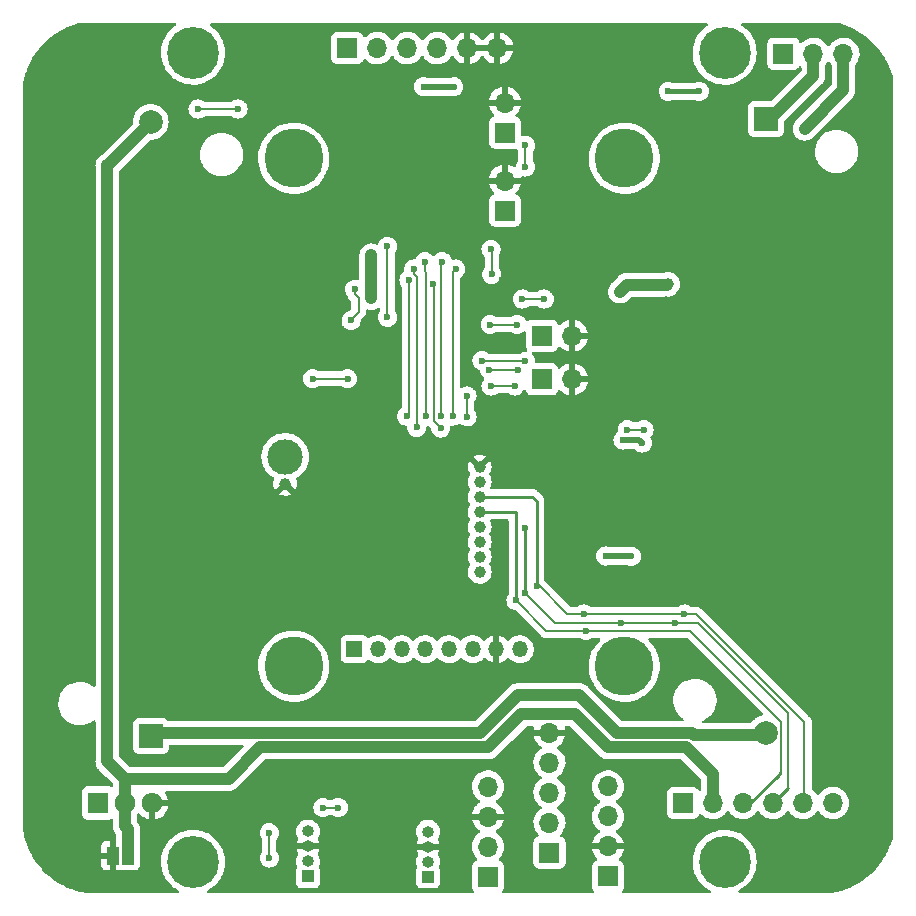
<source format=gbr>
%TF.GenerationSoftware,KiCad,Pcbnew,6.0.11-2627ca5db0~126~ubuntu22.04.1*%
%TF.CreationDate,2023-08-15T11:16:23+02:00*%
%TF.ProjectId,HB-UNI-SEN-BATT_ATMega1284P_E07-868MS10_FRAM_FUEL4EP,48422d55-4e49-42d5-9345-4e2d42415454,1.4*%
%TF.SameCoordinates,Original*%
%TF.FileFunction,Copper,L2,Bot*%
%TF.FilePolarity,Positive*%
%FSLAX46Y46*%
G04 Gerber Fmt 4.6, Leading zero omitted, Abs format (unit mm)*
G04 Created by KiCad (PCBNEW 6.0.11-2627ca5db0~126~ubuntu22.04.1) date 2023-08-15 11:16:23*
%MOMM*%
%LPD*%
G01*
G04 APERTURE LIST*
%TA.AperFunction,ComponentPad*%
%ADD10R,1.700000X1.700000*%
%TD*%
%TA.AperFunction,ComponentPad*%
%ADD11O,1.700000X1.700000*%
%TD*%
%TA.AperFunction,ComponentPad*%
%ADD12R,1.717500X1.800000*%
%TD*%
%TA.AperFunction,ComponentPad*%
%ADD13O,1.717500X1.800000*%
%TD*%
%TA.AperFunction,SMDPad,CuDef*%
%ADD14R,1.000000X1.500000*%
%TD*%
%TA.AperFunction,ComponentPad*%
%ADD15C,1.000000*%
%TD*%
%TA.AperFunction,ComponentPad*%
%ADD16C,3.000000*%
%TD*%
%TA.AperFunction,ComponentPad*%
%ADD17C,0.700000*%
%TD*%
%TA.AperFunction,ComponentPad*%
%ADD18C,4.400000*%
%TD*%
%TA.AperFunction,ComponentPad*%
%ADD19R,2.000000X2.000000*%
%TD*%
%TA.AperFunction,ComponentPad*%
%ADD20C,2.000000*%
%TD*%
%TA.AperFunction,ComponentPad*%
%ADD21R,1.350000X1.350000*%
%TD*%
%TA.AperFunction,ComponentPad*%
%ADD22O,1.350000X1.350000*%
%TD*%
%TA.AperFunction,ComponentPad*%
%ADD23R,1.000000X1.000000*%
%TD*%
%TA.AperFunction,ComponentPad*%
%ADD24O,1.000000X1.000000*%
%TD*%
%TA.AperFunction,ComponentPad*%
%ADD25C,5.000000*%
%TD*%
%TA.AperFunction,ViaPad*%
%ADD26C,0.600000*%
%TD*%
%TA.AperFunction,ViaPad*%
%ADD27C,1.000000*%
%TD*%
%TA.AperFunction,Conductor*%
%ADD28C,0.200000*%
%TD*%
%TA.AperFunction,Conductor*%
%ADD29C,0.250000*%
%TD*%
%TA.AperFunction,Conductor*%
%ADD30C,0.500000*%
%TD*%
%TA.AperFunction,Conductor*%
%ADD31C,1.000000*%
%TD*%
%TA.AperFunction,Conductor*%
%ADD32C,0.400000*%
%TD*%
G04 APERTURE END LIST*
D10*
%TO.P,J3,1,Pin_1*%
%TO.N,/A1*%
X44542000Y-30902500D03*
D11*
%TO.P,J3,2,Pin_2*%
%TO.N,GND*%
X47082000Y-30902500D03*
%TD*%
D10*
%TO.P,J4,1,Pin_1*%
%TO.N,/A3*%
X44542000Y-27219500D03*
D11*
%TO.P,J4,2,Pin_2*%
%TO.N,GND*%
X47082000Y-27219500D03*
%TD*%
D10*
%TO.P,J5,1,Pin_1*%
%TO.N,VCC*%
X56480000Y-66780000D03*
D11*
%TO.P,J5,2,Pin_2*%
%TO.N,/minusBAT*%
X59020000Y-66780000D03*
%TO.P,J5,3,Pin_3*%
%TO.N,/MOSI*%
X61560000Y-66780000D03*
%TO.P,J5,4,Pin_4*%
%TO.N,/SCK*%
X64100000Y-66780000D03*
%TO.P,J5,5,Pin_5*%
%TO.N,/MISO*%
X66640000Y-66780000D03*
%TO.P,J5,6,Pin_6*%
%TO.N,/RSETB*%
X69180000Y-66780000D03*
%TD*%
D12*
%TO.P,Q1,1,G*%
%TO.N,Net-(Q1-Pad1)*%
X6950000Y-66780000D03*
D13*
%TO.P,Q1,2,D*%
%TO.N,/minusBAT*%
X9240000Y-66780000D03*
%TO.P,Q1,3,S*%
%TO.N,GND*%
X11530000Y-66780000D03*
%TD*%
D10*
%TO.P,J10,1,Pin_1*%
%TO.N,VCC*%
X64989000Y-3343500D03*
D11*
%TO.P,J10,2,Pin_2*%
%TO.N,/plusBAT*%
X67529000Y-3343500D03*
%TO.P,J10,3,Pin_3*%
%TO.N,/minusBAT*%
X70069000Y-3343500D03*
%TD*%
D14*
%TO.P,JP1,1,A*%
%TO.N,/minusBAT*%
X9500000Y-71225000D03*
%TO.P,JP1,2,B*%
%TO.N,GND*%
X8200000Y-71225000D03*
%TD*%
D15*
%TO.P,Module1,1A,GND*%
%TO.N,GND*%
X22800000Y-39750000D03*
%TO.P,Module1,1C,VCC*%
%TO.N,VCC*%
X39260000Y-47200000D03*
D16*
%TO.P,Module1,2A,ANT*%
%TO.N,unconnected-(Module1-Pad2A)*%
X22800000Y-37470000D03*
D15*
%TO.P,Module1,2C,GDO0*%
%TO.N,/D2*%
X39260000Y-45930000D03*
%TO.P,Module1,3C,~{CSN}*%
%TO.N,/SS*%
X39260000Y-44660000D03*
%TO.P,Module1,4C,SCK*%
%TO.N,/SCK*%
X39260000Y-43390000D03*
%TO.P,Module1,5C,MOSI*%
%TO.N,/MOSI*%
X39260000Y-42120000D03*
%TO.P,Module1,6C,MISO/GDO1*%
%TO.N,/MISO*%
X39260000Y-40850000D03*
%TO.P,Module1,7C,GDO2*%
%TO.N,unconnected-(Module1-Pad7C)*%
X39260000Y-39580000D03*
%TO.P,Module1,8C,GND*%
%TO.N,GND*%
X39260000Y-38310000D03*
%TD*%
D10*
%TO.P,J8,1,Pin_1*%
%TO.N,VCC*%
X39970000Y-73003000D03*
D11*
%TO.P,J8,2,Pin_2*%
%TO.N,/SDA*%
X39970000Y-70463000D03*
%TO.P,J8,3,Pin_3*%
%TO.N,GND*%
X39970000Y-67923000D03*
%TO.P,J8,4,Pin_4*%
%TO.N,/SCL*%
X39970000Y-65383000D03*
%TD*%
D17*
%TO.P,H2,1*%
%TO.N,N/C*%
X58727200Y-4522800D03*
X60000000Y-5050000D03*
X61272800Y-4522800D03*
X61800000Y-3250000D03*
X60000000Y-1450000D03*
D18*
X60000000Y-3250000D03*
D17*
X58200000Y-3250000D03*
X58727200Y-1977200D03*
X61272800Y-1977200D03*
%TD*%
%TO.P,H4,1*%
%TO.N,N/C*%
X58200000Y-71750000D03*
X60000000Y-73550000D03*
X61272800Y-73022800D03*
X58727200Y-73022800D03*
X58727200Y-70477200D03*
X60000000Y-69950000D03*
X61272800Y-70477200D03*
X61800000Y-71750000D03*
D18*
X60000000Y-71750000D03*
%TD*%
D17*
%TO.P,H1,1*%
%TO.N,N/C*%
X16272800Y-4522800D03*
X13727200Y-4522800D03*
X15000000Y-1450000D03*
X13200000Y-3250000D03*
X16800000Y-3250000D03*
D18*
X15000000Y-3250000D03*
D17*
X15000000Y-5050000D03*
X16272800Y-1977200D03*
X13727200Y-1977200D03*
%TD*%
%TO.P,H3,1*%
%TO.N,N/C*%
X13727200Y-70477200D03*
X13200000Y-71750000D03*
X15000000Y-73550000D03*
X15000000Y-69950000D03*
X13727200Y-73022800D03*
X16800000Y-71750000D03*
X16272800Y-70477200D03*
D18*
X15000000Y-71750000D03*
D17*
X16272800Y-73022800D03*
%TD*%
D19*
%TO.P,BT2,1,+*%
%TO.N,/conBAT*%
X11420000Y-61100000D03*
D20*
%TO.P,BT2,2,-*%
%TO.N,/minusBAT*%
X11420000Y-9110000D03*
%TD*%
D10*
%TO.P,J12,1,Pin_1*%
%TO.N,/DTR*%
X28070100Y-2860900D03*
D11*
%TO.P,J12,2,Pin_2*%
%TO.N,/TXD0*%
X30610100Y-2860900D03*
%TO.P,J12,3,Pin_3*%
%TO.N,/RXD0*%
X33150100Y-2860900D03*
%TO.P,J12,4,Pin_4*%
%TO.N,VCC*%
X35690100Y-2860900D03*
%TO.P,J12,5,Pin_5*%
%TO.N,GND*%
X38230100Y-2860900D03*
%TO.P,J12,6,Pin_6*%
X40770100Y-2860900D03*
%TD*%
D19*
%TO.P,BT1,1,+*%
%TO.N,/plusBAT*%
X63490000Y-8860000D03*
D20*
%TO.P,BT1,2,-*%
%TO.N,/conBAT*%
X63490000Y-60850000D03*
%TD*%
D21*
%TO.P,J11,1,Pin_1*%
%TO.N,/D7*%
X28667000Y-53750000D03*
D22*
%TO.P,J11,2,Pin_2*%
%TO.N,/D6*%
X30667000Y-53750000D03*
%TO.P,J11,3,Pin_3*%
%TO.N,/MISO*%
X32667000Y-53750000D03*
%TO.P,J11,4,Pin_4*%
%TO.N,/D5*%
X34667000Y-53750000D03*
%TO.P,J11,5,Pin_5*%
%TO.N,/SCK*%
X36667000Y-53750000D03*
%TO.P,J11,6,Pin_6*%
%TO.N,/MOSI*%
X38667000Y-53750000D03*
%TO.P,J11,7,Pin_7*%
%TO.N,GND*%
X40667000Y-53750000D03*
%TO.P,J11,8,Pin_8*%
%TO.N,VCC*%
X42667000Y-53750000D03*
%TD*%
D10*
%TO.P,J1,1,Pin_1*%
%TO.N,/PB0_T0*%
X41400000Y-10011000D03*
D11*
%TO.P,J1,2,Pin_2*%
%TO.N,GND*%
X41400000Y-7471000D03*
%TD*%
D23*
%TO.P,J6,1,Pin_1*%
%TO.N,/SCL*%
X24730000Y-73000000D03*
D24*
%TO.P,J6,2,Pin_2*%
%TO.N,VCC*%
X24730000Y-71730000D03*
%TO.P,J6,3,Pin_3*%
%TO.N,GND*%
X24730000Y-70460000D03*
%TO.P,J6,4,Pin_4*%
%TO.N,/SDA*%
X24730000Y-69190000D03*
%TD*%
D10*
%TO.P,J2,1,Pin_1*%
%TO.N,/PB1_T1*%
X41400000Y-16615000D03*
D11*
%TO.P,J2,2,Pin_2*%
%TO.N,GND*%
X41400000Y-14075000D03*
%TD*%
D10*
%TO.P,J9,1,Pin_1*%
%TO.N,VCC*%
X50130000Y-73000000D03*
D11*
%TO.P,J9,2,Pin_2*%
%TO.N,GND*%
X50130000Y-70460000D03*
%TO.P,J9,3,Pin_3*%
%TO.N,/SCL*%
X50130000Y-67920000D03*
%TO.P,J9,4,Pin_4*%
%TO.N,/SDA*%
X50130000Y-65380000D03*
%TD*%
D25*
%TO.P,H5,1*%
%TO.N,N/C*%
X23510800Y-12200000D03*
%TD*%
%TO.P,H6,1*%
%TO.N,N/C*%
X23510800Y-55200000D03*
%TD*%
%TO.P,H7,1*%
%TO.N,N/C*%
X51510800Y-12200000D03*
%TD*%
%TO.P,H8,1*%
%TO.N,N/C*%
X51510800Y-55200000D03*
%TD*%
D23*
%TO.P,J7,1,Pin_1*%
%TO.N,VCC*%
X34890000Y-73003000D03*
D24*
%TO.P,J7,2,Pin_2*%
%TO.N,/SDA*%
X34890000Y-71733000D03*
%TO.P,J7,3,Pin_3*%
%TO.N,GND*%
X34890000Y-70463000D03*
%TO.P,J7,4,Pin_4*%
%TO.N,/SCL*%
X34890000Y-69193000D03*
%TD*%
D10*
%TO.P,J13,1,Pin_1*%
%TO.N,VCC*%
X45177000Y-70971000D03*
D11*
%TO.P,J13,2,Pin_2*%
%TO.N,/SDA*%
X45177000Y-68431000D03*
%TO.P,J13,3,Pin_3*%
%TO.N,/SCL*%
X45177000Y-65891000D03*
%TO.P,J13,4,Pin_4*%
%TO.N,unconnected-(J13-Pad4)*%
X45177000Y-63351000D03*
%TO.P,J13,5,Pin_5*%
%TO.N,GND*%
X45177000Y-60811000D03*
%TD*%
D26*
%TO.N,GND*%
X30775200Y-69370800D03*
X50003000Y-32744000D03*
X41176500Y-22520500D03*
D27*
X55083000Y-24362000D03*
D26*
X51878600Y-1625000D03*
X50003000Y-42396000D03*
D27*
X54956000Y-18520000D03*
D26*
X47272500Y-43856500D03*
X27371600Y-70488400D03*
X32416000Y-15220500D03*
X10099600Y-58042400D03*
D27*
X54956000Y-17123000D03*
D26*
X32822962Y-19551762D03*
D27*
X54956000Y-19790000D03*
D26*
X45431000Y-33379000D03*
X31651500Y-12106500D03*
X38065000Y-9376000D03*
D27*
X55083000Y-26013000D03*
D26*
X21809000Y-1629000D03*
X31651500Y-10519000D03*
X5172000Y-2391000D03*
X30572000Y-26330500D03*
%TO.N,/SS*%
X37239500Y-21568000D03*
X36998006Y-34014000D03*
%TO.N,/D2*%
X31461000Y-25645300D03*
X38192000Y-32318110D03*
X38192000Y-34077500D03*
X31461000Y-19645302D03*
%TO.N,/SCL*%
X21450331Y-69297669D03*
X27298500Y-67161000D03*
X21469174Y-71437836D03*
X26000000Y-67161000D03*
%TO.N,/A0*%
X40160500Y-26267000D03*
X42446500Y-26267000D03*
%TO.N,/A1*%
X40097000Y-30077002D03*
X42510004Y-30140500D03*
%TO.N,/A3*%
X44732500Y-24108000D03*
X42891000Y-24108000D03*
%TO.N,/MOSI*%
X42340000Y-49630000D03*
X48288499Y-52175001D03*
X36096500Y-20933000D03*
X35969500Y-34014000D03*
%TO.N,/SCK*%
X34763000Y-34014000D03*
X53178000Y-35156994D03*
X55845000Y-51540000D03*
X34636000Y-20933000D03*
X51781000Y-35157000D03*
X43070000Y-43490000D03*
X43070000Y-48960000D03*
X51273000Y-51540000D03*
%TO.N,/MISO*%
X44097500Y-48365000D03*
X35345499Y-22838000D03*
X56607000Y-50778000D03*
X48098000Y-50778000D03*
X35969500Y-35030000D03*
%TO.N,VCC*%
X55235400Y-6531200D03*
X53050996Y-36300000D03*
X49939500Y-45863500D03*
X30064000Y-24108000D03*
X30082364Y-20406636D03*
X57851600Y-6531200D03*
X37074400Y-6124800D03*
X51400000Y-36046000D03*
X52098503Y-45888497D03*
X34534400Y-6124800D03*
D27*
%TO.N,/minusBAT*%
X66779700Y-9680800D03*
%TO.N,/plusBAT*%
X55210000Y-22838000D03*
X51146000Y-23473000D03*
D26*
%TO.N,/D5*%
X33683500Y-21568000D03*
X33937500Y-34966500D03*
%TO.N,/D6*%
X33073997Y-34014000D03*
X33274000Y-22495300D03*
%TO.N,/D7*%
X28382602Y-25922012D03*
X28679800Y-23295300D03*
%TO.N,/CONFIG*%
X25117301Y-30845301D03*
X28089199Y-30845301D03*
X18800000Y-8018000D03*
X15420000Y-8018000D03*
%TO.N,/PB0_T0*%
X40220565Y-19891718D03*
X43145000Y-11090500D03*
X40287500Y-22012500D03*
X43145000Y-12932000D03*
%TO.N,/PA2*%
X43145000Y-29380000D03*
X39462000Y-29315000D03*
%TO.N,/PA3*%
X40224000Y-31474000D03*
X42256000Y-31474000D03*
%TD*%
D28*
%TO.N,/SS*%
X36998006Y-21809494D02*
X37239500Y-21568000D01*
X36998006Y-34014000D02*
X36998006Y-21809494D01*
%TO.N,/D2*%
X31461000Y-25645300D02*
X31461000Y-19645302D01*
X38192000Y-34077500D02*
X38192000Y-32318110D01*
%TO.N,/SCL*%
X27143000Y-67161000D02*
X27298500Y-67161000D01*
X21450331Y-69297669D02*
X21450331Y-71418993D01*
X21450331Y-71418993D02*
X21469174Y-71437836D01*
X26000000Y-67161000D02*
X27143000Y-67161000D01*
%TO.N,/A0*%
X42446500Y-26267000D02*
X40160500Y-26267000D01*
%TO.N,/A1*%
X42510004Y-30140500D02*
X40160498Y-30140500D01*
X40160498Y-30140500D02*
X40097000Y-30077002D01*
%TO.N,/A3*%
X44732500Y-24108000D02*
X42891000Y-24108000D01*
%TO.N,/MOSI*%
X35969500Y-34014000D02*
X35969500Y-21060000D01*
D29*
X62195000Y-66780000D02*
X64608000Y-64367000D01*
D28*
X44885001Y-52175001D02*
X48288499Y-52175001D01*
X42340000Y-49630000D02*
X44885001Y-52175001D01*
X64608000Y-64367000D02*
X64790001Y-64184999D01*
X35969500Y-21060000D02*
X36096500Y-20933000D01*
X57081055Y-52175001D02*
X48288499Y-52175001D01*
D29*
X42340000Y-49630000D02*
X42340000Y-42110000D01*
X64608000Y-64367000D02*
X64735000Y-64240000D01*
D28*
X64790001Y-64184999D02*
X64790001Y-59883947D01*
X64790001Y-59883947D02*
X57081055Y-52175001D01*
D29*
X42340000Y-42110000D02*
X39220000Y-42110000D01*
D28*
%TO.N,/SCK*%
X34745499Y-21867999D02*
X34745499Y-33996499D01*
D29*
X65370000Y-65510000D02*
X64100000Y-66780000D01*
D28*
X55845000Y-51540000D02*
X51273000Y-51540000D01*
X51273000Y-51540000D02*
X51243999Y-51510999D01*
X53177994Y-35157000D02*
X53178000Y-35156994D01*
X51243999Y-51510999D02*
X45620999Y-51510999D01*
X57716054Y-51540000D02*
X55845000Y-51540000D01*
X45620999Y-51510999D02*
X43070000Y-48960000D01*
X65370000Y-59193946D02*
X57716054Y-51540000D01*
X34636000Y-21758500D02*
X34745499Y-21867999D01*
X65370000Y-65510000D02*
X65370000Y-59193946D01*
X51781000Y-35157000D02*
X53177994Y-35157000D01*
X34745499Y-33996499D02*
X34763000Y-34014000D01*
D29*
X43070000Y-43490000D02*
X43070000Y-48960000D01*
D28*
X34636000Y-20933000D02*
X34636000Y-21758500D01*
D29*
%TO.N,/MISO*%
X44080000Y-41210000D02*
X43700000Y-40830000D01*
D28*
X66767000Y-66653000D02*
X66767000Y-59922000D01*
X35363001Y-22855502D02*
X35363001Y-33725999D01*
X35345499Y-22838000D02*
X35363001Y-22855502D01*
X35363001Y-33725999D02*
X35369499Y-33732497D01*
X57623000Y-50778000D02*
X56607000Y-50778000D01*
X46688000Y-50778000D02*
X44080000Y-48170000D01*
D29*
X43700000Y-40830000D02*
X39280000Y-40830000D01*
D28*
X66767000Y-59922000D02*
X57623000Y-50778000D01*
X35369499Y-33732497D02*
X35369499Y-34429999D01*
X56607000Y-50778000D02*
X48098000Y-50778000D01*
X48098000Y-50778000D02*
X46688000Y-50778000D01*
D29*
X44080000Y-48170000D02*
X44080000Y-41210000D01*
D28*
X35369499Y-34429999D02*
X35969500Y-35030000D01*
D30*
%TO.N,VCC*%
X37074400Y-6124800D02*
X34534400Y-6124800D01*
X51400000Y-36046000D02*
X52796996Y-36046000D01*
D31*
X30082364Y-20406636D02*
X30082364Y-24026136D01*
D30*
X49939500Y-45863500D02*
X52073506Y-45863500D01*
X52796996Y-36046000D02*
X53050996Y-36300000D01*
X52073506Y-45863500D02*
X52098503Y-45888497D01*
D32*
X57851600Y-6531200D02*
X55235400Y-6531200D01*
D31*
%TO.N,/minusBAT*%
X70069000Y-6391500D02*
X66779700Y-9680800D01*
X42790001Y-59260999D02*
X40000990Y-62050010D01*
X18007000Y-64740000D02*
X9240000Y-64740000D01*
X7750000Y-63250000D02*
X7750000Y-12779700D01*
X9250000Y-66833350D02*
X9250000Y-68750000D01*
X50099010Y-62050010D02*
X47309999Y-59260999D01*
X56715710Y-62050010D02*
X50099010Y-62050010D01*
X9240000Y-66780000D02*
X9240000Y-64740000D01*
X59020000Y-64354300D02*
X56715710Y-62050010D01*
X9500000Y-71225000D02*
X9500000Y-69000000D01*
X59020000Y-66805400D02*
X59020000Y-64354300D01*
X40000990Y-62050010D02*
X20696990Y-62050010D01*
X7750000Y-12779700D02*
X7800800Y-12779700D01*
X9240000Y-64740000D02*
X7750000Y-63250000D01*
X47309999Y-59260999D02*
X42790001Y-59260999D01*
X9500000Y-69000000D02*
X9250000Y-68750000D01*
X70069000Y-3343500D02*
X70069000Y-6391500D01*
X7800800Y-12779700D02*
X11458500Y-9122000D01*
X20696990Y-62050010D02*
X18007000Y-64740000D01*
%TO.N,/plusBAT*%
X67529000Y-3343500D02*
X67529000Y-5185000D01*
D32*
X55146500Y-22901500D02*
X55210000Y-22838000D01*
D31*
X51146000Y-23473000D02*
X51717500Y-22901500D01*
X67529000Y-5185000D02*
X63592000Y-9122000D01*
X51717500Y-22901500D02*
X55146500Y-22901500D01*
D28*
%TO.N,/D5*%
X33937500Y-22270798D02*
X33937500Y-34966500D01*
X33683500Y-21568000D02*
X33683500Y-22016798D01*
X33683500Y-22016798D02*
X33937500Y-22270798D01*
%TO.N,/D6*%
X33273999Y-33725999D02*
X33273999Y-33813998D01*
X33274000Y-22495300D02*
X33273999Y-33725999D01*
X33273999Y-33813998D02*
X33073997Y-34014000D01*
%TO.N,/D7*%
X28679800Y-23295300D02*
X28679800Y-23719564D01*
X29013101Y-25183301D02*
X28246902Y-25949500D01*
X28355114Y-25949500D02*
X28382602Y-25922012D01*
X28679800Y-23719564D02*
X29013101Y-24052865D01*
X29013101Y-24052865D02*
X29013101Y-25183301D01*
X28246902Y-25949500D02*
X28355114Y-25949500D01*
%TO.N,/CONFIG*%
X18800000Y-8018000D02*
X15420000Y-8018000D01*
X28089199Y-30845301D02*
X25117301Y-30845301D01*
%TO.N,/PB0_T0*%
X43145000Y-12932000D02*
X43145000Y-11090500D01*
X40287500Y-22012500D02*
X40287500Y-19980500D01*
D31*
%TO.N,/conBAT*%
X57212771Y-60850001D02*
X50931001Y-60850001D01*
X42510000Y-57636000D02*
X39295999Y-60850001D01*
X39295999Y-60850001D02*
X11609999Y-60850001D01*
X47717000Y-57636000D02*
X42510000Y-57636000D01*
X50931001Y-60850001D02*
X47717000Y-57636000D01*
X57212771Y-60850001D02*
X57412770Y-61050000D01*
X63490000Y-61050000D02*
X57412770Y-61050000D01*
D28*
%TO.N,/PA2*%
X43145000Y-29380000D02*
X39527000Y-29380000D01*
X39527000Y-29380000D02*
X39462000Y-29315000D01*
%TO.N,/PA3*%
X42256000Y-31474000D02*
X40224000Y-31474000D01*
%TD*%
%TA.AperFunction,Conductor*%
%TO.N,GND*%
G36*
X13531412Y-760002D02*
G01*
X13577905Y-813658D01*
X13588009Y-883932D01*
X13558515Y-948512D01*
X13527714Y-974285D01*
X13478074Y-1003817D01*
X13478068Y-1003821D01*
X13474814Y-1005757D01*
X13216244Y-1205243D01*
X12983513Y-1434347D01*
X12981149Y-1437314D01*
X12981146Y-1437317D01*
X12824445Y-1633965D01*
X12779991Y-1689751D01*
X12608626Y-1967757D01*
X12607037Y-1971204D01*
X12495735Y-2212639D01*
X12471902Y-2264336D01*
X12470741Y-2267940D01*
X12470741Y-2267941D01*
X12462196Y-2294477D01*
X12371797Y-2575192D01*
X12371079Y-2578903D01*
X12371078Y-2578907D01*
X12310482Y-2892105D01*
X12310481Y-2892114D01*
X12309763Y-2895824D01*
X12309496Y-2899600D01*
X12309495Y-2899605D01*
X12286966Y-3217796D01*
X12286698Y-3221585D01*
X12286887Y-3225377D01*
X12302353Y-3536044D01*
X12302936Y-3547759D01*
X12303577Y-3551490D01*
X12303578Y-3551498D01*
X12354862Y-3849953D01*
X12358241Y-3869619D01*
X12359329Y-3873258D01*
X12359330Y-3873261D01*
X12448218Y-4170479D01*
X12451814Y-4182504D01*
X12453327Y-4185975D01*
X12453329Y-4185981D01*
X12506280Y-4307470D01*
X12582297Y-4481881D01*
X12584220Y-4485152D01*
X12584222Y-4485156D01*
X12626317Y-4556761D01*
X12747802Y-4763414D01*
X12750103Y-4766429D01*
X12943631Y-5020012D01*
X12943636Y-5020017D01*
X12945931Y-5023025D01*
X13007860Y-5086597D01*
X13113137Y-5194666D01*
X13173814Y-5256953D01*
X13246635Y-5315607D01*
X13425196Y-5459431D01*
X13425201Y-5459435D01*
X13428149Y-5461809D01*
X13705253Y-5634627D01*
X14001112Y-5772903D01*
X14116801Y-5810828D01*
X14287012Y-5866626D01*
X14311440Y-5874634D01*
X14631742Y-5938346D01*
X14635514Y-5938633D01*
X14635522Y-5938634D01*
X14953602Y-5962829D01*
X14953607Y-5962829D01*
X14957379Y-5963116D01*
X15283633Y-5948586D01*
X15289844Y-5947552D01*
X15602037Y-5895590D01*
X15602042Y-5895589D01*
X15605778Y-5894967D01*
X15919149Y-5803034D01*
X15922616Y-5801544D01*
X15922620Y-5801543D01*
X16215721Y-5675616D01*
X16215723Y-5675615D01*
X16219205Y-5674119D01*
X16501601Y-5510091D01*
X16762245Y-5313324D01*
X16939045Y-5142889D01*
X16994632Y-5089303D01*
X16994635Y-5089300D01*
X16997363Y-5086670D01*
X17203549Y-4833410D01*
X17205570Y-4830207D01*
X17375788Y-4560428D01*
X17375790Y-4560425D01*
X17377815Y-4557215D01*
X17517638Y-4262084D01*
X17519507Y-4256482D01*
X17619790Y-3955897D01*
X17619792Y-3955891D01*
X17620992Y-3952293D01*
X17660487Y-3759034D01*
X26711600Y-3759034D01*
X26718355Y-3821216D01*
X26769485Y-3957605D01*
X26856839Y-4074161D01*
X26973395Y-4161515D01*
X27109784Y-4212645D01*
X27171966Y-4219400D01*
X28968234Y-4219400D01*
X29030416Y-4212645D01*
X29166805Y-4161515D01*
X29283361Y-4074161D01*
X29370715Y-3957605D01*
X29392899Y-3898429D01*
X29414698Y-3840282D01*
X29457340Y-3783518D01*
X29523902Y-3758818D01*
X29593250Y-3774026D01*
X29627917Y-3802014D01*
X29656350Y-3834838D01*
X29828226Y-3977532D01*
X30021100Y-4090238D01*
X30229792Y-4169930D01*
X30234860Y-4170961D01*
X30234863Y-4170962D01*
X30329962Y-4190310D01*
X30448697Y-4214467D01*
X30453872Y-4214657D01*
X30453874Y-4214657D01*
X30666773Y-4222464D01*
X30666777Y-4222464D01*
X30671937Y-4222653D01*
X30677057Y-4221997D01*
X30677059Y-4221997D01*
X30888388Y-4194925D01*
X30888389Y-4194925D01*
X30893516Y-4194268D01*
X30898466Y-4192783D01*
X31102529Y-4131561D01*
X31102534Y-4131559D01*
X31107484Y-4130074D01*
X31308094Y-4031796D01*
X31489960Y-3902073D01*
X31542263Y-3849953D01*
X31634126Y-3758410D01*
X31648196Y-3744389D01*
X31778553Y-3562977D01*
X31779876Y-3563928D01*
X31826745Y-3520757D01*
X31896680Y-3508525D01*
X31962126Y-3536044D01*
X31989975Y-3567894D01*
X32050087Y-3665988D01*
X32196350Y-3834838D01*
X32368226Y-3977532D01*
X32561100Y-4090238D01*
X32769792Y-4169930D01*
X32774860Y-4170961D01*
X32774863Y-4170962D01*
X32869962Y-4190310D01*
X32988697Y-4214467D01*
X32993872Y-4214657D01*
X32993874Y-4214657D01*
X33206773Y-4222464D01*
X33206777Y-4222464D01*
X33211937Y-4222653D01*
X33217057Y-4221997D01*
X33217059Y-4221997D01*
X33428388Y-4194925D01*
X33428389Y-4194925D01*
X33433516Y-4194268D01*
X33438466Y-4192783D01*
X33642529Y-4131561D01*
X33642534Y-4131559D01*
X33647484Y-4130074D01*
X33848094Y-4031796D01*
X34029960Y-3902073D01*
X34082263Y-3849953D01*
X34174126Y-3758410D01*
X34188196Y-3744389D01*
X34318553Y-3562977D01*
X34319876Y-3563928D01*
X34366745Y-3520757D01*
X34436680Y-3508525D01*
X34502126Y-3536044D01*
X34529975Y-3567894D01*
X34590087Y-3665988D01*
X34736350Y-3834838D01*
X34908226Y-3977532D01*
X35101100Y-4090238D01*
X35309792Y-4169930D01*
X35314860Y-4170961D01*
X35314863Y-4170962D01*
X35409962Y-4190310D01*
X35528697Y-4214467D01*
X35533872Y-4214657D01*
X35533874Y-4214657D01*
X35746773Y-4222464D01*
X35746777Y-4222464D01*
X35751937Y-4222653D01*
X35757057Y-4221997D01*
X35757059Y-4221997D01*
X35968388Y-4194925D01*
X35968389Y-4194925D01*
X35973516Y-4194268D01*
X35978466Y-4192783D01*
X36182529Y-4131561D01*
X36182534Y-4131559D01*
X36187484Y-4130074D01*
X36388094Y-4031796D01*
X36569960Y-3902073D01*
X36622263Y-3849953D01*
X36714126Y-3758410D01*
X36728196Y-3744389D01*
X36858553Y-3562977D01*
X36859740Y-3563830D01*
X36907060Y-3520262D01*
X36976997Y-3508045D01*
X37042438Y-3535578D01*
X37070266Y-3567411D01*
X37127794Y-3661288D01*
X37133877Y-3669599D01*
X37273313Y-3830567D01*
X37280680Y-3837783D01*
X37444534Y-3973816D01*
X37452981Y-3979731D01*
X37636856Y-4087179D01*
X37646142Y-4091629D01*
X37845101Y-4167603D01*
X37854999Y-4170479D01*
X37958350Y-4191506D01*
X37972399Y-4190310D01*
X37976100Y-4179965D01*
X37976100Y-4179417D01*
X38484100Y-4179417D01*
X38488164Y-4193259D01*
X38501578Y-4195293D01*
X38508284Y-4194434D01*
X38518362Y-4192292D01*
X38722355Y-4131091D01*
X38731942Y-4127333D01*
X38923195Y-4033639D01*
X38932045Y-4028364D01*
X39105428Y-3904692D01*
X39113300Y-3898039D01*
X39264152Y-3747712D01*
X39270830Y-3739865D01*
X39398122Y-3562719D01*
X39399247Y-3563527D01*
X39446769Y-3519776D01*
X39516707Y-3507561D01*
X39582146Y-3535097D01*
X39609970Y-3566928D01*
X39667790Y-3661283D01*
X39673877Y-3669599D01*
X39813313Y-3830567D01*
X39820680Y-3837783D01*
X39984534Y-3973816D01*
X39992981Y-3979731D01*
X40176856Y-4087179D01*
X40186142Y-4091629D01*
X40385101Y-4167603D01*
X40394999Y-4170479D01*
X40498350Y-4191506D01*
X40512399Y-4190310D01*
X40516100Y-4179965D01*
X40516100Y-4179417D01*
X41024100Y-4179417D01*
X41028164Y-4193259D01*
X41041578Y-4195293D01*
X41048284Y-4194434D01*
X41058362Y-4192292D01*
X41262355Y-4131091D01*
X41271942Y-4127333D01*
X41463195Y-4033639D01*
X41472045Y-4028364D01*
X41645428Y-3904692D01*
X41653300Y-3898039D01*
X41804152Y-3747712D01*
X41810830Y-3739865D01*
X41935103Y-3566920D01*
X41940413Y-3558083D01*
X42034770Y-3367167D01*
X42038569Y-3357572D01*
X42100477Y-3153810D01*
X42102655Y-3143737D01*
X42104086Y-3132862D01*
X42101875Y-3118678D01*
X42088717Y-3114900D01*
X41042215Y-3114900D01*
X41026976Y-3119375D01*
X41025771Y-3120765D01*
X41024100Y-3128448D01*
X41024100Y-4179417D01*
X40516100Y-4179417D01*
X40516100Y-3133015D01*
X40511625Y-3117776D01*
X40510235Y-3116571D01*
X40502552Y-3114900D01*
X38502215Y-3114900D01*
X38486976Y-3119375D01*
X38485771Y-3120765D01*
X38484100Y-3128448D01*
X38484100Y-4179417D01*
X37976100Y-4179417D01*
X37976100Y-2588785D01*
X38484100Y-2588785D01*
X38488575Y-2604024D01*
X38489965Y-2605229D01*
X38497648Y-2606900D01*
X40497985Y-2606900D01*
X40513224Y-2602425D01*
X40514429Y-2601035D01*
X40516100Y-2593352D01*
X40516100Y-2588785D01*
X41024100Y-2588785D01*
X41028575Y-2604024D01*
X41029965Y-2605229D01*
X41037648Y-2606900D01*
X42088444Y-2606900D01*
X42101975Y-2602927D01*
X42103280Y-2593847D01*
X42061314Y-2426775D01*
X42057994Y-2417024D01*
X41973072Y-2221714D01*
X41968205Y-2212639D01*
X41852526Y-2033826D01*
X41846236Y-2025657D01*
X41702906Y-1868140D01*
X41695373Y-1861115D01*
X41528239Y-1729122D01*
X41519652Y-1723417D01*
X41333217Y-1620499D01*
X41323805Y-1616269D01*
X41123059Y-1545180D01*
X41113088Y-1542546D01*
X41041937Y-1529872D01*
X41028640Y-1531332D01*
X41024100Y-1545889D01*
X41024100Y-2588785D01*
X40516100Y-2588785D01*
X40516100Y-1544002D01*
X40512182Y-1530658D01*
X40497906Y-1528671D01*
X40459424Y-1534560D01*
X40449388Y-1536951D01*
X40246968Y-1603112D01*
X40237459Y-1607109D01*
X40048563Y-1705442D01*
X40039838Y-1710936D01*
X39869533Y-1838805D01*
X39861826Y-1845648D01*
X39714690Y-1999617D01*
X39708204Y-2007627D01*
X39603293Y-2161421D01*
X39548382Y-2206424D01*
X39477857Y-2214595D01*
X39414110Y-2183341D01*
X39393413Y-2158857D01*
X39312527Y-2033826D01*
X39306236Y-2025657D01*
X39162906Y-1868140D01*
X39155373Y-1861115D01*
X38988239Y-1729122D01*
X38979652Y-1723417D01*
X38793217Y-1620499D01*
X38783805Y-1616269D01*
X38583059Y-1545180D01*
X38573088Y-1542546D01*
X38501937Y-1529872D01*
X38488640Y-1531332D01*
X38484100Y-1545889D01*
X38484100Y-2588785D01*
X37976100Y-2588785D01*
X37976100Y-1544002D01*
X37972182Y-1530658D01*
X37957906Y-1528671D01*
X37919424Y-1534560D01*
X37909388Y-1536951D01*
X37706968Y-1603112D01*
X37697459Y-1607109D01*
X37508563Y-1705442D01*
X37499838Y-1710936D01*
X37329533Y-1838805D01*
X37321826Y-1845648D01*
X37174690Y-1999617D01*
X37168209Y-2007622D01*
X37063598Y-2160974D01*
X37008687Y-2205976D01*
X36938162Y-2214147D01*
X36874415Y-2182893D01*
X36853718Y-2158409D01*
X36772922Y-2033517D01*
X36772920Y-2033514D01*
X36770114Y-2029177D01*
X36619770Y-1863951D01*
X36615719Y-1860752D01*
X36615715Y-1860748D01*
X36448514Y-1728700D01*
X36448510Y-1728698D01*
X36444459Y-1725498D01*
X36408128Y-1705442D01*
X36379703Y-1689751D01*
X36248889Y-1617538D01*
X36244020Y-1615814D01*
X36244016Y-1615812D01*
X36043187Y-1544695D01*
X36043183Y-1544694D01*
X36038312Y-1542969D01*
X36033219Y-1542062D01*
X36033216Y-1542061D01*
X35823473Y-1504700D01*
X35823467Y-1504699D01*
X35818384Y-1503794D01*
X35744552Y-1502892D01*
X35600181Y-1501128D01*
X35600179Y-1501128D01*
X35595011Y-1501065D01*
X35374191Y-1534855D01*
X35161856Y-1604257D01*
X34963707Y-1707407D01*
X34959574Y-1710510D01*
X34959571Y-1710512D01*
X34789200Y-1838430D01*
X34785065Y-1841535D01*
X34781493Y-1845273D01*
X34645769Y-1987300D01*
X34630729Y-2003038D01*
X34523301Y-2160521D01*
X34468393Y-2205521D01*
X34397868Y-2213692D01*
X34334121Y-2182438D01*
X34313424Y-2157954D01*
X34232922Y-2033517D01*
X34232920Y-2033514D01*
X34230114Y-2029177D01*
X34079770Y-1863951D01*
X34075719Y-1860752D01*
X34075715Y-1860748D01*
X33908514Y-1728700D01*
X33908510Y-1728698D01*
X33904459Y-1725498D01*
X33868128Y-1705442D01*
X33839703Y-1689751D01*
X33708889Y-1617538D01*
X33704020Y-1615814D01*
X33704016Y-1615812D01*
X33503187Y-1544695D01*
X33503183Y-1544694D01*
X33498312Y-1542969D01*
X33493219Y-1542062D01*
X33493216Y-1542061D01*
X33283473Y-1504700D01*
X33283467Y-1504699D01*
X33278384Y-1503794D01*
X33204552Y-1502892D01*
X33060181Y-1501128D01*
X33060179Y-1501128D01*
X33055011Y-1501065D01*
X32834191Y-1534855D01*
X32621856Y-1604257D01*
X32423707Y-1707407D01*
X32419574Y-1710510D01*
X32419571Y-1710512D01*
X32249200Y-1838430D01*
X32245065Y-1841535D01*
X32241493Y-1845273D01*
X32105769Y-1987300D01*
X32090729Y-2003038D01*
X31983301Y-2160521D01*
X31928393Y-2205521D01*
X31857868Y-2213692D01*
X31794121Y-2182438D01*
X31773424Y-2157954D01*
X31692922Y-2033517D01*
X31692920Y-2033514D01*
X31690114Y-2029177D01*
X31539770Y-1863951D01*
X31535719Y-1860752D01*
X31535715Y-1860748D01*
X31368514Y-1728700D01*
X31368510Y-1728698D01*
X31364459Y-1725498D01*
X31328128Y-1705442D01*
X31299703Y-1689751D01*
X31168889Y-1617538D01*
X31164020Y-1615814D01*
X31164016Y-1615812D01*
X30963187Y-1544695D01*
X30963183Y-1544694D01*
X30958312Y-1542969D01*
X30953219Y-1542062D01*
X30953216Y-1542061D01*
X30743473Y-1504700D01*
X30743467Y-1504699D01*
X30738384Y-1503794D01*
X30664552Y-1502892D01*
X30520181Y-1501128D01*
X30520179Y-1501128D01*
X30515011Y-1501065D01*
X30294191Y-1534855D01*
X30081856Y-1604257D01*
X29883707Y-1707407D01*
X29879574Y-1710510D01*
X29879571Y-1710512D01*
X29709200Y-1838430D01*
X29705065Y-1841535D01*
X29625551Y-1924742D01*
X29624383Y-1925964D01*
X29562859Y-1961394D01*
X29491946Y-1957937D01*
X29434160Y-1916691D01*
X29415307Y-1883143D01*
X29373867Y-1772603D01*
X29370715Y-1764195D01*
X29283361Y-1647639D01*
X29166805Y-1560285D01*
X29030416Y-1509155D01*
X28968234Y-1502400D01*
X27171966Y-1502400D01*
X27109784Y-1509155D01*
X26973395Y-1560285D01*
X26856839Y-1647639D01*
X26769485Y-1764195D01*
X26718355Y-1900584D01*
X26711600Y-1962766D01*
X26711600Y-3759034D01*
X17660487Y-3759034D01*
X17686381Y-3632329D01*
X17686861Y-3626439D01*
X17707948Y-3367167D01*
X17712856Y-3306826D01*
X17713451Y-3250000D01*
X17711510Y-3217796D01*
X17694026Y-2927793D01*
X17694026Y-2927789D01*
X17693798Y-2924015D01*
X17689313Y-2899454D01*
X17635805Y-2606473D01*
X17635804Y-2606469D01*
X17635125Y-2602751D01*
X17630789Y-2588785D01*
X17574829Y-2408564D01*
X17538282Y-2290863D01*
X17404670Y-1992869D01*
X17236226Y-1713084D01*
X17233899Y-1710100D01*
X17233894Y-1710093D01*
X17037726Y-1458558D01*
X17037724Y-1458556D01*
X17035390Y-1455563D01*
X16805070Y-1224034D01*
X16548603Y-1021852D01*
X16545378Y-1019887D01*
X16545366Y-1019879D01*
X16469407Y-973604D01*
X16421638Y-921082D01*
X16409849Y-851071D01*
X16437781Y-785800D01*
X16496568Y-745992D01*
X16534961Y-740000D01*
X58463291Y-740000D01*
X58531412Y-760002D01*
X58577905Y-813658D01*
X58588009Y-883932D01*
X58558515Y-948512D01*
X58527714Y-974285D01*
X58478074Y-1003817D01*
X58478068Y-1003821D01*
X58474814Y-1005757D01*
X58216244Y-1205243D01*
X57983513Y-1434347D01*
X57981149Y-1437314D01*
X57981146Y-1437317D01*
X57824445Y-1633965D01*
X57779991Y-1689751D01*
X57608626Y-1967757D01*
X57607037Y-1971204D01*
X57495735Y-2212639D01*
X57471902Y-2264336D01*
X57470741Y-2267940D01*
X57470741Y-2267941D01*
X57462196Y-2294477D01*
X57371797Y-2575192D01*
X57371079Y-2578903D01*
X57371078Y-2578907D01*
X57310482Y-2892105D01*
X57310481Y-2892114D01*
X57309763Y-2895824D01*
X57309496Y-2899600D01*
X57309495Y-2899605D01*
X57286966Y-3217796D01*
X57286698Y-3221585D01*
X57286887Y-3225377D01*
X57302353Y-3536044D01*
X57302936Y-3547759D01*
X57303577Y-3551490D01*
X57303578Y-3551498D01*
X57354862Y-3849953D01*
X57358241Y-3869619D01*
X57359329Y-3873258D01*
X57359330Y-3873261D01*
X57448218Y-4170479D01*
X57451814Y-4182504D01*
X57453327Y-4185975D01*
X57453329Y-4185981D01*
X57506280Y-4307470D01*
X57582297Y-4481881D01*
X57584220Y-4485152D01*
X57584222Y-4485156D01*
X57626317Y-4556761D01*
X57747802Y-4763414D01*
X57750103Y-4766429D01*
X57943631Y-5020012D01*
X57943636Y-5020017D01*
X57945931Y-5023025D01*
X58007860Y-5086597D01*
X58113137Y-5194666D01*
X58173814Y-5256953D01*
X58246635Y-5315607D01*
X58425196Y-5459431D01*
X58425201Y-5459435D01*
X58428149Y-5461809D01*
X58705253Y-5634627D01*
X59001112Y-5772903D01*
X59116801Y-5810828D01*
X59287012Y-5866626D01*
X59311440Y-5874634D01*
X59631742Y-5938346D01*
X59635514Y-5938633D01*
X59635522Y-5938634D01*
X59953602Y-5962829D01*
X59953607Y-5962829D01*
X59957379Y-5963116D01*
X60283633Y-5948586D01*
X60289844Y-5947552D01*
X60602037Y-5895590D01*
X60602042Y-5895589D01*
X60605778Y-5894967D01*
X60919149Y-5803034D01*
X60922616Y-5801544D01*
X60922620Y-5801543D01*
X61215721Y-5675616D01*
X61215723Y-5675615D01*
X61219205Y-5674119D01*
X61501601Y-5510091D01*
X61762245Y-5313324D01*
X61939045Y-5142889D01*
X61994632Y-5089303D01*
X61994635Y-5089300D01*
X61997363Y-5086670D01*
X62203549Y-4833410D01*
X62205570Y-4830207D01*
X62375788Y-4560428D01*
X62375790Y-4560425D01*
X62377815Y-4557215D01*
X62517638Y-4262084D01*
X62519507Y-4256482D01*
X62619790Y-3955897D01*
X62619792Y-3955891D01*
X62620992Y-3952293D01*
X62686381Y-3632329D01*
X62686861Y-3626439D01*
X62707948Y-3367167D01*
X62712856Y-3306826D01*
X62713451Y-3250000D01*
X62711510Y-3217796D01*
X62694026Y-2927793D01*
X62694026Y-2927789D01*
X62693798Y-2924015D01*
X62689313Y-2899454D01*
X62635805Y-2606473D01*
X62635804Y-2606469D01*
X62635125Y-2602751D01*
X62630789Y-2588785D01*
X62574829Y-2408564D01*
X62538282Y-2290863D01*
X62404670Y-1992869D01*
X62236226Y-1713084D01*
X62233899Y-1710100D01*
X62233894Y-1710093D01*
X62037726Y-1458558D01*
X62037724Y-1458556D01*
X62035390Y-1455563D01*
X61805070Y-1224034D01*
X61548603Y-1021852D01*
X61545378Y-1019887D01*
X61545366Y-1019879D01*
X61469407Y-973604D01*
X61421638Y-921082D01*
X61409849Y-851071D01*
X61437781Y-785800D01*
X61496568Y-745992D01*
X61534961Y-740000D01*
X69684465Y-740000D01*
X69717075Y-744293D01*
X69775702Y-760002D01*
X69908857Y-795681D01*
X69917861Y-798459D01*
X70367168Y-955678D01*
X70375908Y-959108D01*
X70812229Y-1149473D01*
X70820718Y-1153561D01*
X71014185Y-1255811D01*
X71241598Y-1376002D01*
X71249743Y-1380705D01*
X71652804Y-1633965D01*
X71660578Y-1639265D01*
X72043602Y-1921950D01*
X72050947Y-1927807D01*
X72411769Y-2238320D01*
X72418676Y-2244729D01*
X72755271Y-2581324D01*
X72761673Y-2588223D01*
X73072190Y-2949050D01*
X73078050Y-2956398D01*
X73360735Y-3339422D01*
X73366029Y-3347187D01*
X73612971Y-3740192D01*
X73619291Y-3750250D01*
X73623998Y-3758402D01*
X73728377Y-3955897D01*
X73846439Y-4179282D01*
X73850525Y-4187768D01*
X74040884Y-4624072D01*
X74044322Y-4632832D01*
X74096937Y-4783197D01*
X74201541Y-5082139D01*
X74204319Y-5091143D01*
X74245618Y-5245270D01*
X74255707Y-5282924D01*
X74260000Y-5315535D01*
X74260000Y-69684465D01*
X74255707Y-69717075D01*
X74229604Y-69814492D01*
X74204319Y-69908857D01*
X74201541Y-69917861D01*
X74086888Y-70245522D01*
X74044326Y-70367157D01*
X74040892Y-70375908D01*
X73859849Y-70790863D01*
X73850527Y-70812229D01*
X73846439Y-70820718D01*
X73772902Y-70959857D01*
X73663943Y-71166020D01*
X73624003Y-71241590D01*
X73619295Y-71249743D01*
X73366029Y-71652813D01*
X73360735Y-71660578D01*
X73078050Y-72043602D01*
X73072193Y-72050947D01*
X72832796Y-72329131D01*
X72761680Y-72411769D01*
X72755271Y-72418676D01*
X72418676Y-72755271D01*
X72411770Y-72761679D01*
X72050947Y-73072193D01*
X72043602Y-73078050D01*
X71660578Y-73360735D01*
X71652813Y-73366029D01*
X71249743Y-73619295D01*
X71241598Y-73623998D01*
X71025334Y-73738297D01*
X70820718Y-73846439D01*
X70812232Y-73850525D01*
X70375908Y-74040892D01*
X70367168Y-74044322D01*
X70022158Y-74165046D01*
X69917861Y-74201541D01*
X69908857Y-74204319D01*
X69864289Y-74216261D01*
X69540450Y-74303034D01*
X69449041Y-74327527D01*
X69439857Y-74329623D01*
X69079511Y-74397803D01*
X69056087Y-74400000D01*
X61298110Y-74400000D01*
X61229989Y-74379998D01*
X61183496Y-74326342D01*
X61173392Y-74256068D01*
X61202886Y-74191488D01*
X61234825Y-74165046D01*
X61501601Y-74010091D01*
X61762245Y-73813324D01*
X61972834Y-73610316D01*
X61994632Y-73589303D01*
X61994635Y-73589300D01*
X61997363Y-73586670D01*
X62080601Y-73484429D01*
X62201155Y-73336351D01*
X62201158Y-73336347D01*
X62203549Y-73333410D01*
X62333191Y-73127940D01*
X62375788Y-73060428D01*
X62375790Y-73060425D01*
X62377815Y-73057215D01*
X62517638Y-72762084D01*
X62620992Y-72452293D01*
X62686381Y-72132329D01*
X62687512Y-72118435D01*
X62708066Y-71865717D01*
X62712856Y-71806826D01*
X62713296Y-71764799D01*
X62713428Y-71752221D01*
X62713428Y-71752214D01*
X62713451Y-71750000D01*
X62712639Y-71736523D01*
X62694026Y-71427793D01*
X62694026Y-71427789D01*
X62693798Y-71424015D01*
X62692971Y-71419482D01*
X62635805Y-71106473D01*
X62635804Y-71106469D01*
X62635125Y-71102751D01*
X62633795Y-71098466D01*
X62563053Y-70870639D01*
X62538282Y-70790863D01*
X62404670Y-70492869D01*
X62236226Y-70213084D01*
X62233899Y-70210100D01*
X62233894Y-70210093D01*
X62037726Y-69958558D01*
X62037724Y-69958556D01*
X62035390Y-69955563D01*
X61805070Y-69724034D01*
X61548603Y-69521852D01*
X61269705Y-69351945D01*
X61266261Y-69350379D01*
X61266257Y-69350377D01*
X61125346Y-69286309D01*
X60972414Y-69216775D01*
X60661037Y-69118300D01*
X60360799Y-69061840D01*
X60343809Y-69058645D01*
X60343807Y-69058645D01*
X60340086Y-69057945D01*
X60014208Y-69036586D01*
X60010428Y-69036794D01*
X60010427Y-69036794D01*
X59937111Y-69040829D01*
X59688124Y-69054532D01*
X59684397Y-69055193D01*
X59684393Y-69055193D01*
X59531990Y-69082203D01*
X59366557Y-69111522D01*
X59362941Y-69112624D01*
X59362933Y-69112626D01*
X59087660Y-69196523D01*
X59054167Y-69206731D01*
X58755477Y-69338781D01*
X58698071Y-69372934D01*
X58478074Y-69503817D01*
X58478068Y-69503821D01*
X58474814Y-69505757D01*
X58471812Y-69508073D01*
X58265512Y-69667233D01*
X58216244Y-69705243D01*
X58125987Y-69794093D01*
X57991118Y-69926861D01*
X57983513Y-69934347D01*
X57981149Y-69937314D01*
X57981146Y-69937317D01*
X57892449Y-70048625D01*
X57779991Y-70189751D01*
X57608626Y-70467757D01*
X57607037Y-70471204D01*
X57486827Y-70731962D01*
X57471902Y-70764336D01*
X57470741Y-70767940D01*
X57470741Y-70767941D01*
X57462539Y-70793410D01*
X57371797Y-71075192D01*
X57371079Y-71078903D01*
X57371078Y-71078907D01*
X57310482Y-71392105D01*
X57310481Y-71392114D01*
X57309763Y-71395824D01*
X57309496Y-71399600D01*
X57309495Y-71399605D01*
X57287325Y-71712726D01*
X57286698Y-71721585D01*
X57288526Y-71758295D01*
X57302729Y-72043591D01*
X57302936Y-72047759D01*
X57303577Y-72051490D01*
X57303578Y-72051498D01*
X57352853Y-72338261D01*
X57358241Y-72369619D01*
X57359329Y-72373258D01*
X57359330Y-72373261D01*
X57390279Y-72476745D01*
X57451814Y-72682504D01*
X57453327Y-72685975D01*
X57453329Y-72685981D01*
X57486499Y-72762084D01*
X57582297Y-72981881D01*
X57584220Y-72985152D01*
X57584222Y-72985156D01*
X57626584Y-73057215D01*
X57747802Y-73263414D01*
X57750103Y-73266429D01*
X57943631Y-73520012D01*
X57943636Y-73520017D01*
X57945931Y-73523025D01*
X58007931Y-73586670D01*
X58158563Y-73741297D01*
X58173814Y-73756953D01*
X58246635Y-73815607D01*
X58425196Y-73959431D01*
X58425201Y-73959435D01*
X58428149Y-73961809D01*
X58705253Y-74134627D01*
X58712036Y-74137797D01*
X58759225Y-74159852D01*
X58812469Y-74206815D01*
X58831870Y-74275110D01*
X58811269Y-74343052D01*
X58757206Y-74389070D01*
X58705875Y-74400000D01*
X51455198Y-74400000D01*
X51387077Y-74379998D01*
X51340584Y-74326342D01*
X51330480Y-74256068D01*
X51354372Y-74198435D01*
X51383289Y-74159852D01*
X51430615Y-74096705D01*
X51481745Y-73960316D01*
X51488500Y-73898134D01*
X51488500Y-72101866D01*
X51481745Y-72039684D01*
X51430615Y-71903295D01*
X51343261Y-71786739D01*
X51226705Y-71699385D01*
X51116204Y-71657960D01*
X51107687Y-71654767D01*
X51050923Y-71612125D01*
X51026223Y-71545564D01*
X51041430Y-71476215D01*
X51062977Y-71447535D01*
X51164052Y-71346812D01*
X51170730Y-71338965D01*
X51295003Y-71166020D01*
X51300313Y-71157183D01*
X51394670Y-70966267D01*
X51398469Y-70956672D01*
X51460377Y-70752910D01*
X51462555Y-70742837D01*
X51463986Y-70731962D01*
X51461775Y-70717778D01*
X51448617Y-70714000D01*
X48813225Y-70714000D01*
X48799694Y-70717973D01*
X48798257Y-70727966D01*
X48828565Y-70862446D01*
X48831645Y-70872275D01*
X48911770Y-71069603D01*
X48916413Y-71078794D01*
X49027694Y-71260388D01*
X49033777Y-71268699D01*
X49173213Y-71429667D01*
X49180577Y-71436879D01*
X49185522Y-71440985D01*
X49225156Y-71499889D01*
X49226653Y-71570870D01*
X49189537Y-71631392D01*
X49149264Y-71655910D01*
X49041705Y-71696232D01*
X49041704Y-71696233D01*
X49033295Y-71699385D01*
X48916739Y-71786739D01*
X48829385Y-71903295D01*
X48778255Y-72039684D01*
X48771500Y-72101866D01*
X48771500Y-73898134D01*
X48778255Y-73960316D01*
X48829385Y-74096705D01*
X48876712Y-74159852D01*
X48905628Y-74198435D01*
X48930476Y-74264941D01*
X48915423Y-74334323D01*
X48865249Y-74384554D01*
X48804802Y-74400000D01*
X41297447Y-74400000D01*
X41229326Y-74379998D01*
X41182833Y-74326342D01*
X41172729Y-74256068D01*
X41196621Y-74198435D01*
X41225537Y-74159852D01*
X41270615Y-74099705D01*
X41321745Y-73963316D01*
X41328500Y-73901134D01*
X41328500Y-72104866D01*
X41321745Y-72042684D01*
X41270615Y-71906295D01*
X41183261Y-71789739D01*
X41066705Y-71702385D01*
X41050292Y-71696232D01*
X40948203Y-71657960D01*
X40891439Y-71615318D01*
X40866739Y-71548756D01*
X40881947Y-71479408D01*
X40903493Y-71450727D01*
X40917330Y-71436938D01*
X41008096Y-71346489D01*
X41063994Y-71268699D01*
X41135435Y-71169277D01*
X41138453Y-71165077D01*
X41142355Y-71157183D01*
X41235136Y-70969453D01*
X41235137Y-70969451D01*
X41237430Y-70964811D01*
X41281209Y-70820718D01*
X41300865Y-70756023D01*
X41300865Y-70756021D01*
X41302370Y-70751069D01*
X41331529Y-70529590D01*
X41331863Y-70515910D01*
X41333074Y-70466365D01*
X41333074Y-70466361D01*
X41333156Y-70463000D01*
X41314852Y-70240361D01*
X41260431Y-70023702D01*
X41171354Y-69818840D01*
X41122795Y-69743779D01*
X41052822Y-69635617D01*
X41052820Y-69635614D01*
X41050014Y-69631277D01*
X40899670Y-69466051D01*
X40895619Y-69462852D01*
X40895615Y-69462848D01*
X40728414Y-69330800D01*
X40728410Y-69330798D01*
X40724359Y-69327598D01*
X40711295Y-69320386D01*
X40697212Y-69312612D01*
X40682569Y-69304529D01*
X40632598Y-69254097D01*
X40617826Y-69184654D01*
X40642942Y-69118248D01*
X40670294Y-69091641D01*
X40845328Y-68966792D01*
X40853200Y-68960139D01*
X41004052Y-68809812D01*
X41010730Y-68801965D01*
X41135003Y-68629020D01*
X41140313Y-68620183D01*
X41234670Y-68429267D01*
X41238469Y-68419672D01*
X41245146Y-68397695D01*
X43814251Y-68397695D01*
X43814548Y-68402848D01*
X43814548Y-68402851D01*
X43823564Y-68559216D01*
X43827110Y-68620715D01*
X43828247Y-68625761D01*
X43828248Y-68625767D01*
X43837898Y-68668584D01*
X43876222Y-68838639D01*
X43923662Y-68955471D01*
X43956529Y-69036412D01*
X43960266Y-69045616D01*
X43986994Y-69089232D01*
X44068231Y-69221799D01*
X44076987Y-69236088D01*
X44223250Y-69404938D01*
X44227230Y-69408242D01*
X44231981Y-69412187D01*
X44271616Y-69471090D01*
X44273113Y-69542071D01*
X44235997Y-69602593D01*
X44195725Y-69627112D01*
X44173038Y-69635617D01*
X44080295Y-69670385D01*
X43963739Y-69757739D01*
X43876385Y-69874295D01*
X43873233Y-69882703D01*
X43830274Y-69997297D01*
X43825255Y-70010684D01*
X43818500Y-70072866D01*
X43818500Y-71869134D01*
X43825255Y-71931316D01*
X43876385Y-72067705D01*
X43963739Y-72184261D01*
X44080295Y-72271615D01*
X44216684Y-72322745D01*
X44278866Y-72329500D01*
X46075134Y-72329500D01*
X46137316Y-72322745D01*
X46273705Y-72271615D01*
X46390261Y-72184261D01*
X46477615Y-72067705D01*
X46528745Y-71931316D01*
X46535500Y-71869134D01*
X46535500Y-70072866D01*
X46528745Y-70010684D01*
X46523727Y-69997297D01*
X46480767Y-69882703D01*
X46477615Y-69874295D01*
X46390261Y-69757739D01*
X46273705Y-69670385D01*
X46253960Y-69662983D01*
X46155203Y-69625960D01*
X46098439Y-69583318D01*
X46073739Y-69516756D01*
X46088947Y-69447408D01*
X46110493Y-69418727D01*
X46204447Y-69325101D01*
X46215096Y-69314489D01*
X46223529Y-69302754D01*
X46342435Y-69137277D01*
X46345453Y-69133077D01*
X46351712Y-69120414D01*
X46442136Y-68937453D01*
X46442137Y-68937451D01*
X46444430Y-68932811D01*
X46488641Y-68787296D01*
X46507865Y-68724023D01*
X46507865Y-68724021D01*
X46509370Y-68719069D01*
X46538529Y-68497590D01*
X46538868Y-68483713D01*
X46540074Y-68434365D01*
X46540074Y-68434361D01*
X46540156Y-68431000D01*
X46521852Y-68208361D01*
X46467431Y-67991702D01*
X46421772Y-67886695D01*
X48767251Y-67886695D01*
X48767548Y-67891848D01*
X48767548Y-67891851D01*
X48773395Y-67993261D01*
X48780110Y-68109715D01*
X48781247Y-68114761D01*
X48781248Y-68114767D01*
X48800939Y-68202140D01*
X48829222Y-68327639D01*
X48870489Y-68429267D01*
X48901464Y-68505550D01*
X48913266Y-68534616D01*
X48931996Y-68565181D01*
X49026299Y-68719069D01*
X49029987Y-68725088D01*
X49176250Y-68893938D01*
X49348126Y-69036632D01*
X49384175Y-69057697D01*
X49421955Y-69079774D01*
X49470679Y-69131412D01*
X49483750Y-69201195D01*
X49457019Y-69266967D01*
X49416562Y-69300327D01*
X49408457Y-69304546D01*
X49399738Y-69310036D01*
X49229433Y-69437905D01*
X49221726Y-69444748D01*
X49074590Y-69598717D01*
X49068104Y-69606727D01*
X48948098Y-69782649D01*
X48943000Y-69791623D01*
X48853338Y-69984783D01*
X48849775Y-69994470D01*
X48794389Y-70194183D01*
X48795912Y-70202607D01*
X48808292Y-70206000D01*
X51448344Y-70206000D01*
X51461875Y-70202027D01*
X51463180Y-70192947D01*
X51421214Y-70025875D01*
X51417894Y-70016124D01*
X51332972Y-69820814D01*
X51328105Y-69811739D01*
X51212426Y-69632926D01*
X51206136Y-69624757D01*
X51062806Y-69467240D01*
X51055273Y-69460215D01*
X50888139Y-69328222D01*
X50879556Y-69322520D01*
X50842602Y-69302120D01*
X50792631Y-69251687D01*
X50777859Y-69182245D01*
X50802975Y-69115839D01*
X50830327Y-69089232D01*
X50874190Y-69057945D01*
X51009860Y-68961173D01*
X51018288Y-68952775D01*
X51132823Y-68838639D01*
X51168096Y-68803489D01*
X51171849Y-68798267D01*
X51295435Y-68626277D01*
X51298453Y-68622077D01*
X51301582Y-68615747D01*
X51395136Y-68426453D01*
X51395137Y-68426451D01*
X51397430Y-68421811D01*
X51449506Y-68250410D01*
X51460865Y-68213023D01*
X51460865Y-68213021D01*
X51462370Y-68208069D01*
X51491529Y-67986590D01*
X51491826Y-67974438D01*
X51493074Y-67923365D01*
X51493074Y-67923361D01*
X51493156Y-67920000D01*
X51474852Y-67697361D01*
X51420431Y-67480702D01*
X51331354Y-67275840D01*
X51254513Y-67157062D01*
X51212822Y-67092617D01*
X51212820Y-67092614D01*
X51210014Y-67088277D01*
X51059670Y-66923051D01*
X51055619Y-66919852D01*
X51055615Y-66919848D01*
X50888414Y-66787800D01*
X50888410Y-66787798D01*
X50884359Y-66784598D01*
X50843053Y-66761796D01*
X50793084Y-66711364D01*
X50778312Y-66641921D01*
X50803428Y-66575516D01*
X50830780Y-66548909D01*
X50888763Y-66507550D01*
X51009860Y-66421173D01*
X51065600Y-66365628D01*
X51132823Y-66298639D01*
X51168096Y-66263489D01*
X51227594Y-66180689D01*
X51295435Y-66086277D01*
X51298453Y-66082077D01*
X51301681Y-66075547D01*
X51395136Y-65886453D01*
X51395137Y-65886451D01*
X51397430Y-65881811D01*
X51433745Y-65762285D01*
X51460865Y-65673023D01*
X51460865Y-65673021D01*
X51462370Y-65668069D01*
X51491529Y-65446590D01*
X51491909Y-65431029D01*
X51493074Y-65383365D01*
X51493074Y-65383361D01*
X51493156Y-65380000D01*
X51474852Y-65157361D01*
X51420431Y-64940702D01*
X51331354Y-64735840D01*
X51218966Y-64562114D01*
X51212822Y-64552617D01*
X51212820Y-64552614D01*
X51210014Y-64548277D01*
X51059670Y-64383051D01*
X51055619Y-64379852D01*
X51055615Y-64379848D01*
X50888414Y-64247800D01*
X50888410Y-64247798D01*
X50884359Y-64244598D01*
X50862647Y-64232612D01*
X50832136Y-64215769D01*
X50688789Y-64136638D01*
X50683920Y-64134914D01*
X50683916Y-64134912D01*
X50483087Y-64063795D01*
X50483083Y-64063794D01*
X50478212Y-64062069D01*
X50473119Y-64061162D01*
X50473116Y-64061161D01*
X50263373Y-64023800D01*
X50263367Y-64023799D01*
X50258284Y-64022894D01*
X50184452Y-64021992D01*
X50040081Y-64020228D01*
X50040079Y-64020228D01*
X50034911Y-64020165D01*
X49814091Y-64053955D01*
X49601756Y-64123357D01*
X49403607Y-64226507D01*
X49399474Y-64229610D01*
X49399471Y-64229612D01*
X49272509Y-64324938D01*
X49224965Y-64360635D01*
X49221393Y-64364373D01*
X49125875Y-64464327D01*
X49070629Y-64522138D01*
X49067715Y-64526410D01*
X49067714Y-64526411D01*
X49052798Y-64548277D01*
X48944743Y-64706680D01*
X48927610Y-64743590D01*
X48857769Y-64894051D01*
X48850688Y-64909305D01*
X48790989Y-65124570D01*
X48767251Y-65346695D01*
X48767548Y-65351848D01*
X48767548Y-65351851D01*
X48775520Y-65490116D01*
X48780110Y-65569715D01*
X48781247Y-65574761D01*
X48781248Y-65574767D01*
X48796333Y-65641703D01*
X48829222Y-65787639D01*
X48913266Y-65994616D01*
X48960322Y-66071404D01*
X49026299Y-66179069D01*
X49029987Y-66185088D01*
X49176250Y-66353938D01*
X49348126Y-66496632D01*
X49408506Y-66531915D01*
X49421445Y-66539476D01*
X49470169Y-66591114D01*
X49483240Y-66660897D01*
X49456509Y-66726669D01*
X49416055Y-66760027D01*
X49403607Y-66766507D01*
X49399474Y-66769610D01*
X49399471Y-66769612D01*
X49272509Y-66864938D01*
X49224965Y-66900635D01*
X49159346Y-66969301D01*
X49084572Y-67047548D01*
X49070629Y-67062138D01*
X48944743Y-67246680D01*
X48905993Y-67330160D01*
X48855074Y-67439857D01*
X48850688Y-67449305D01*
X48790989Y-67664570D01*
X48767251Y-67886695D01*
X46421772Y-67886695D01*
X46378354Y-67786840D01*
X46317728Y-67693126D01*
X46259822Y-67603617D01*
X46259820Y-67603614D01*
X46257014Y-67599277D01*
X46106670Y-67434051D01*
X46102619Y-67430852D01*
X46102615Y-67430848D01*
X45935414Y-67298800D01*
X45935410Y-67298798D01*
X45931359Y-67295598D01*
X45890053Y-67272796D01*
X45840084Y-67222364D01*
X45825312Y-67152921D01*
X45850428Y-67086516D01*
X45877780Y-67059909D01*
X45921603Y-67028650D01*
X46056860Y-66932173D01*
X46062991Y-66926064D01*
X46173333Y-66816106D01*
X46215096Y-66774489D01*
X46218601Y-66769612D01*
X46342435Y-66597277D01*
X46345453Y-66593077D01*
X46364818Y-66553896D01*
X46442136Y-66397453D01*
X46442137Y-66397451D01*
X46444430Y-66392811D01*
X46509370Y-66179069D01*
X46538529Y-65957590D01*
X46538611Y-65954240D01*
X46540074Y-65894365D01*
X46540074Y-65894361D01*
X46540156Y-65891000D01*
X46521852Y-65668361D01*
X46467431Y-65451702D01*
X46378354Y-65246840D01*
X46319161Y-65155342D01*
X46259822Y-65063617D01*
X46259820Y-65063614D01*
X46257014Y-65059277D01*
X46106670Y-64894051D01*
X46102619Y-64890852D01*
X46102615Y-64890848D01*
X45935414Y-64758800D01*
X45935410Y-64758798D01*
X45931359Y-64755598D01*
X45890053Y-64732796D01*
X45840084Y-64682364D01*
X45825312Y-64612921D01*
X45850428Y-64546516D01*
X45877780Y-64519909D01*
X45921603Y-64488650D01*
X46056860Y-64392173D01*
X46063004Y-64386051D01*
X46204447Y-64245101D01*
X46215096Y-64234489D01*
X46218601Y-64229612D01*
X46342435Y-64057277D01*
X46345453Y-64053077D01*
X46359850Y-64023948D01*
X46442136Y-63857453D01*
X46442137Y-63857451D01*
X46444430Y-63852811D01*
X46498833Y-63673750D01*
X46507865Y-63644023D01*
X46507865Y-63644021D01*
X46509370Y-63639069D01*
X46538529Y-63417590D01*
X46540156Y-63351000D01*
X46521852Y-63128361D01*
X46467431Y-62911702D01*
X46378354Y-62706840D01*
X46310365Y-62601745D01*
X46259822Y-62523617D01*
X46259820Y-62523614D01*
X46257014Y-62519277D01*
X46106670Y-62354051D01*
X46102619Y-62350852D01*
X46102615Y-62350848D01*
X45935414Y-62218800D01*
X45935410Y-62218798D01*
X45931359Y-62215598D01*
X45923543Y-62211283D01*
X45889569Y-62192529D01*
X45839598Y-62142097D01*
X45824826Y-62072654D01*
X45849942Y-62006248D01*
X45877294Y-61979641D01*
X46052328Y-61854792D01*
X46060200Y-61848139D01*
X46211052Y-61697812D01*
X46217730Y-61689965D01*
X46342003Y-61517020D01*
X46347313Y-61508183D01*
X46441670Y-61317267D01*
X46445469Y-61307672D01*
X46507377Y-61103910D01*
X46509555Y-61093837D01*
X46510986Y-61082962D01*
X46508775Y-61068778D01*
X46495617Y-61065000D01*
X43860225Y-61065000D01*
X43846694Y-61068973D01*
X43845257Y-61078966D01*
X43875565Y-61213446D01*
X43878645Y-61223275D01*
X43958770Y-61420603D01*
X43963413Y-61429794D01*
X44074694Y-61611388D01*
X44080777Y-61619699D01*
X44220213Y-61780667D01*
X44227580Y-61787883D01*
X44391434Y-61923916D01*
X44399881Y-61929831D01*
X44468969Y-61970203D01*
X44517693Y-62021842D01*
X44530764Y-62091625D01*
X44504033Y-62157396D01*
X44463584Y-62190752D01*
X44450607Y-62197507D01*
X44446474Y-62200610D01*
X44446471Y-62200612D01*
X44327071Y-62290260D01*
X44271965Y-62331635D01*
X44259267Y-62344923D01*
X44153042Y-62456081D01*
X44117629Y-62493138D01*
X43991743Y-62677680D01*
X43967674Y-62729532D01*
X43934837Y-62800275D01*
X43897688Y-62880305D01*
X43837989Y-63095570D01*
X43814251Y-63317695D01*
X43814548Y-63322848D01*
X43814548Y-63322851D01*
X43821026Y-63435199D01*
X43827110Y-63540715D01*
X43828247Y-63545761D01*
X43828248Y-63545767D01*
X43845071Y-63620414D01*
X43876222Y-63758639D01*
X43960266Y-63965616D01*
X44011019Y-64048438D01*
X44074220Y-64151572D01*
X44076987Y-64156088D01*
X44223250Y-64324938D01*
X44395126Y-64467632D01*
X44465595Y-64508811D01*
X44468445Y-64510476D01*
X44517169Y-64562114D01*
X44530240Y-64631897D01*
X44503509Y-64697669D01*
X44463055Y-64731027D01*
X44450607Y-64737507D01*
X44446474Y-64740610D01*
X44446471Y-64740612D01*
X44276100Y-64868530D01*
X44271965Y-64871635D01*
X44117629Y-65033138D01*
X43991743Y-65217680D01*
X43976003Y-65251590D01*
X43928071Y-65354851D01*
X43897688Y-65420305D01*
X43837989Y-65635570D01*
X43814251Y-65857695D01*
X43814548Y-65862848D01*
X43814548Y-65862851D01*
X43826332Y-66067223D01*
X43827110Y-66080715D01*
X43828247Y-66085761D01*
X43828248Y-66085767D01*
X43850392Y-66184023D01*
X43876222Y-66298639D01*
X43960266Y-66505616D01*
X43989852Y-66553896D01*
X44055852Y-66661598D01*
X44076987Y-66696088D01*
X44223250Y-66864938D01*
X44395126Y-67007632D01*
X44463434Y-67047548D01*
X44468445Y-67050476D01*
X44517169Y-67102114D01*
X44530240Y-67171897D01*
X44503509Y-67237669D01*
X44463055Y-67271027D01*
X44450607Y-67277507D01*
X44446474Y-67280610D01*
X44446471Y-67280612D01*
X44276100Y-67408530D01*
X44271965Y-67411635D01*
X44268393Y-67415373D01*
X44155367Y-67533648D01*
X44117629Y-67573138D01*
X44114715Y-67577410D01*
X44114714Y-67577411D01*
X44046153Y-67677918D01*
X43991743Y-67757680D01*
X43948066Y-67851774D01*
X43900999Y-67953173D01*
X43897688Y-67960305D01*
X43837989Y-68175570D01*
X43814251Y-68397695D01*
X41245146Y-68397695D01*
X41300377Y-68215910D01*
X41302555Y-68205837D01*
X41303986Y-68194962D01*
X41301775Y-68180778D01*
X41288617Y-68177000D01*
X38653225Y-68177000D01*
X38639694Y-68180973D01*
X38638257Y-68190966D01*
X38668565Y-68325446D01*
X38671645Y-68335275D01*
X38751770Y-68532603D01*
X38756413Y-68541794D01*
X38867694Y-68723388D01*
X38873777Y-68731699D01*
X39013213Y-68892667D01*
X39020580Y-68899883D01*
X39184434Y-69035916D01*
X39192881Y-69041831D01*
X39261969Y-69082203D01*
X39310693Y-69133842D01*
X39323764Y-69203625D01*
X39297033Y-69269396D01*
X39256584Y-69302752D01*
X39243607Y-69309507D01*
X39239474Y-69312610D01*
X39239471Y-69312612D01*
X39069999Y-69439855D01*
X39064965Y-69443635D01*
X38910629Y-69605138D01*
X38907715Y-69609410D01*
X38907714Y-69609411D01*
X38862671Y-69675442D01*
X38784743Y-69789680D01*
X38753130Y-69857784D01*
X38694180Y-69984783D01*
X38690688Y-69992305D01*
X38630989Y-70207570D01*
X38607251Y-70429695D01*
X38607548Y-70434848D01*
X38607548Y-70434851D01*
X38613011Y-70529590D01*
X38620110Y-70652715D01*
X38621247Y-70657761D01*
X38621248Y-70657767D01*
X38635295Y-70720097D01*
X38669222Y-70870639D01*
X38707461Y-70964811D01*
X38750234Y-71070148D01*
X38753266Y-71077616D01*
X38766043Y-71098466D01*
X38852715Y-71239902D01*
X38869987Y-71268088D01*
X39016250Y-71436938D01*
X39020230Y-71440242D01*
X39024981Y-71444187D01*
X39064616Y-71503090D01*
X39066113Y-71574071D01*
X39028997Y-71634593D01*
X38988724Y-71659112D01*
X38873295Y-71702385D01*
X38756739Y-71789739D01*
X38669385Y-71906295D01*
X38618255Y-72042684D01*
X38611500Y-72104866D01*
X38611500Y-73901134D01*
X38618255Y-73963316D01*
X38669385Y-74099705D01*
X38714463Y-74159852D01*
X38743379Y-74198435D01*
X38768227Y-74264941D01*
X38753174Y-74334324D01*
X38703000Y-74384554D01*
X38642553Y-74400000D01*
X16298110Y-74400000D01*
X16229989Y-74379998D01*
X16183496Y-74326342D01*
X16173392Y-74256068D01*
X16202886Y-74191488D01*
X16234825Y-74165046D01*
X16501601Y-74010091D01*
X16762245Y-73813324D01*
X16972834Y-73610316D01*
X16994632Y-73589303D01*
X16994635Y-73589300D01*
X16997363Y-73586670D01*
X17080601Y-73484429D01*
X17201155Y-73336351D01*
X17201158Y-73336347D01*
X17203549Y-73333410D01*
X17333191Y-73127940D01*
X17375788Y-73060428D01*
X17375790Y-73060425D01*
X17377815Y-73057215D01*
X17517638Y-72762084D01*
X17620992Y-72452293D01*
X17686381Y-72132329D01*
X17687512Y-72118435D01*
X17708066Y-71865717D01*
X17712856Y-71806826D01*
X17713296Y-71764799D01*
X17713428Y-71752221D01*
X17713428Y-71752214D01*
X17713451Y-71750000D01*
X17712639Y-71736523D01*
X17694026Y-71427793D01*
X17694026Y-71427789D01*
X17693798Y-71424015D01*
X17692971Y-71419482D01*
X17635805Y-71106473D01*
X17635804Y-71106469D01*
X17635125Y-71102751D01*
X17633795Y-71098466D01*
X17563053Y-70870639D01*
X17538282Y-70790863D01*
X17404670Y-70492869D01*
X17236226Y-70213084D01*
X17233899Y-70210100D01*
X17233894Y-70210093D01*
X17037726Y-69958558D01*
X17037724Y-69958556D01*
X17035390Y-69955563D01*
X16805070Y-69724034D01*
X16548603Y-69521852D01*
X16269705Y-69351945D01*
X16266261Y-69350379D01*
X16266257Y-69350377D01*
X16125346Y-69286309D01*
X20636794Y-69286309D01*
X20654494Y-69466829D01*
X20711749Y-69638942D01*
X20715396Y-69644964D01*
X20715397Y-69644966D01*
X20802061Y-69788067D01*
X20802064Y-69788070D01*
X20805711Y-69794093D01*
X20810606Y-69799161D01*
X20814902Y-69804740D01*
X20812574Y-69806533D01*
X20839402Y-69857784D01*
X20841831Y-69882403D01*
X20841831Y-70881615D01*
X20821742Y-70949869D01*
X20740409Y-71076074D01*
X20738000Y-71082694D01*
X20737998Y-71082697D01*
X20705420Y-71172204D01*
X20678371Y-71246521D01*
X20655637Y-71426476D01*
X20673337Y-71606996D01*
X20730592Y-71779109D01*
X20734239Y-71785131D01*
X20734240Y-71785133D01*
X20811639Y-71912934D01*
X20824554Y-71934260D01*
X20829443Y-71939323D01*
X20829444Y-71939324D01*
X20854893Y-71965677D01*
X20950556Y-72064738D01*
X21004632Y-72100124D01*
X21059548Y-72136060D01*
X21102333Y-72164058D01*
X21108937Y-72166514D01*
X21108939Y-72166515D01*
X21265732Y-72224826D01*
X21265734Y-72224826D01*
X21272342Y-72227284D01*
X21347152Y-72237266D01*
X21445154Y-72250343D01*
X21445158Y-72250343D01*
X21452135Y-72251274D01*
X21459146Y-72250636D01*
X21459150Y-72250636D01*
X21607513Y-72237133D01*
X21632774Y-72234834D01*
X21639476Y-72232656D01*
X21639478Y-72232656D01*
X21798583Y-72180960D01*
X21798586Y-72180959D01*
X21805282Y-72178783D01*
X21918105Y-72111527D01*
X21955034Y-72089513D01*
X21955036Y-72089512D01*
X21961086Y-72085905D01*
X22092440Y-71960818D01*
X22192817Y-71809738D01*
X22228481Y-71715851D01*
X23716719Y-71715851D01*
X23719773Y-71752221D01*
X23732711Y-71906295D01*
X23733268Y-71912934D01*
X23787783Y-72103050D01*
X23794150Y-72115438D01*
X23807496Y-72185165D01*
X23787300Y-72237266D01*
X23789079Y-72238240D01*
X23784771Y-72246108D01*
X23779385Y-72253295D01*
X23728255Y-72389684D01*
X23721500Y-72451866D01*
X23721500Y-73548134D01*
X23728255Y-73610316D01*
X23779385Y-73746705D01*
X23866739Y-73863261D01*
X23983295Y-73950615D01*
X24119684Y-74001745D01*
X24181866Y-74008500D01*
X25278134Y-74008500D01*
X25340316Y-74001745D01*
X25476705Y-73950615D01*
X25593261Y-73863261D01*
X25680615Y-73746705D01*
X25731745Y-73610316D01*
X25738500Y-73548134D01*
X25738500Y-72451866D01*
X25731745Y-72389684D01*
X25680615Y-72253295D01*
X25675229Y-72246109D01*
X25670921Y-72238240D01*
X25672942Y-72237133D01*
X25652506Y-72182443D01*
X25658621Y-72133606D01*
X25694240Y-72026531D01*
X25718197Y-71954513D01*
X25742985Y-71758295D01*
X25743380Y-71730000D01*
X25742287Y-71718851D01*
X33876719Y-71718851D01*
X33877235Y-71724995D01*
X33892459Y-71906295D01*
X33893268Y-71915934D01*
X33947783Y-72106050D01*
X33954150Y-72118438D01*
X33967496Y-72188165D01*
X33947300Y-72240266D01*
X33949079Y-72241240D01*
X33944771Y-72249108D01*
X33939385Y-72256295D01*
X33888255Y-72392684D01*
X33881500Y-72454866D01*
X33881500Y-73551134D01*
X33888255Y-73613316D01*
X33939385Y-73749705D01*
X34026739Y-73866261D01*
X34143295Y-73953615D01*
X34279684Y-74004745D01*
X34341866Y-74011500D01*
X35438134Y-74011500D01*
X35500316Y-74004745D01*
X35636705Y-73953615D01*
X35753261Y-73866261D01*
X35840615Y-73749705D01*
X35891745Y-73613316D01*
X35898500Y-73551134D01*
X35898500Y-72454866D01*
X35891745Y-72392684D01*
X35840615Y-72256295D01*
X35835229Y-72249109D01*
X35830921Y-72241240D01*
X35832942Y-72240133D01*
X35812506Y-72185443D01*
X35818621Y-72136606D01*
X35856368Y-72023134D01*
X35878197Y-71957513D01*
X35902985Y-71761295D01*
X35903380Y-71733000D01*
X35884080Y-71536167D01*
X35878990Y-71519306D01*
X35828697Y-71352731D01*
X35826916Y-71346831D01*
X35734066Y-71172204D01*
X35730170Y-71167427D01*
X35729404Y-71166274D01*
X35708366Y-71098466D01*
X35724795Y-71034308D01*
X35812262Y-70880337D01*
X35817256Y-70869121D01*
X35862142Y-70734190D01*
X35862643Y-70720097D01*
X35856454Y-70717000D01*
X33932282Y-70717000D01*
X33918751Y-70720973D01*
X33917601Y-70728975D01*
X33946552Y-70829941D01*
X33951067Y-70841345D01*
X34035794Y-71006207D01*
X34042432Y-71016507D01*
X34044131Y-71018650D01*
X34044667Y-71019975D01*
X34045774Y-71021692D01*
X34045448Y-71021902D01*
X34070770Y-71084460D01*
X34057600Y-71154224D01*
X34053979Y-71160316D01*
X34053846Y-71160474D01*
X34053370Y-71161341D01*
X34053364Y-71161350D01*
X34004766Y-71249750D01*
X33958567Y-71333787D01*
X33956706Y-71339654D01*
X33956705Y-71339656D01*
X33912373Y-71479408D01*
X33898765Y-71522306D01*
X33876719Y-71718851D01*
X25742287Y-71718851D01*
X25724080Y-71533167D01*
X25708231Y-71480671D01*
X25683755Y-71399605D01*
X25666916Y-71343831D01*
X25574066Y-71169204D01*
X25570170Y-71164427D01*
X25569404Y-71163274D01*
X25548366Y-71095466D01*
X25564795Y-71031308D01*
X25652262Y-70877337D01*
X25657256Y-70866121D01*
X25702142Y-70731190D01*
X25702643Y-70717097D01*
X25696454Y-70714000D01*
X23772282Y-70714000D01*
X23758751Y-70717973D01*
X23757601Y-70725975D01*
X23786552Y-70826941D01*
X23791067Y-70838345D01*
X23875794Y-71003207D01*
X23882432Y-71013507D01*
X23884131Y-71015650D01*
X23884667Y-71016975D01*
X23885774Y-71018692D01*
X23885448Y-71018902D01*
X23910770Y-71081460D01*
X23897600Y-71151224D01*
X23893979Y-71157316D01*
X23893846Y-71157474D01*
X23893370Y-71158341D01*
X23893364Y-71158350D01*
X23838812Y-71257581D01*
X23798567Y-71330787D01*
X23796706Y-71336654D01*
X23796705Y-71336656D01*
X23750131Y-71483475D01*
X23738765Y-71519306D01*
X23716719Y-71715851D01*
X22228481Y-71715851D01*
X22235934Y-71696232D01*
X22254729Y-71646756D01*
X22254730Y-71646754D01*
X22257229Y-71640174D01*
X22260722Y-71615318D01*
X22281922Y-71464475D01*
X22281922Y-71464472D01*
X22282473Y-71460553D01*
X22282655Y-71447535D01*
X22282735Y-71441798D01*
X22282735Y-71441793D01*
X22282790Y-71437836D01*
X22262571Y-71257581D01*
X22259844Y-71249750D01*
X22205238Y-71092942D01*
X22205236Y-71092939D01*
X22202919Y-71086284D01*
X22195988Y-71075192D01*
X22110533Y-70938434D01*
X22106800Y-70932460D01*
X22095424Y-70921004D01*
X22061617Y-70858573D01*
X22058831Y-70832221D01*
X22058831Y-69880917D01*
X22079883Y-69811190D01*
X22112389Y-69762264D01*
X22173974Y-69669571D01*
X22238386Y-69500007D01*
X22239366Y-69493035D01*
X22263079Y-69324308D01*
X22263079Y-69324305D01*
X22263630Y-69320386D01*
X22263830Y-69306089D01*
X22263892Y-69301631D01*
X22263892Y-69301626D01*
X22263947Y-69297669D01*
X22250283Y-69175851D01*
X23716719Y-69175851D01*
X23717235Y-69181995D01*
X23731506Y-69351945D01*
X23733268Y-69372934D01*
X23743436Y-69408393D01*
X23777888Y-69528541D01*
X23787783Y-69563050D01*
X23809413Y-69605138D01*
X23871899Y-69726720D01*
X23878187Y-69738956D01*
X23884164Y-69746497D01*
X23884843Y-69748174D01*
X23885353Y-69748966D01*
X23885203Y-69749063D01*
X23910802Y-69812304D01*
X23897633Y-69882069D01*
X23894254Y-69887754D01*
X23894262Y-69887758D01*
X23801998Y-70055585D01*
X23797166Y-70066858D01*
X23758506Y-70188731D01*
X23758202Y-70202831D01*
X23764763Y-70206000D01*
X25688183Y-70206000D01*
X25701714Y-70202027D01*
X25702806Y-70194433D01*
X25668231Y-70079919D01*
X25663560Y-70068586D01*
X25576537Y-69904918D01*
X25569435Y-69894228D01*
X25548398Y-69826420D01*
X25564827Y-69762264D01*
X25570455Y-69752358D01*
X25614150Y-69675442D01*
X25652723Y-69607542D01*
X25652725Y-69607537D01*
X25655769Y-69602179D01*
X25718197Y-69414513D01*
X25742985Y-69218295D01*
X25743380Y-69190000D01*
X25742287Y-69178851D01*
X33876719Y-69178851D01*
X33877235Y-69184995D01*
X33891254Y-69351945D01*
X33893268Y-69375934D01*
X33906869Y-69423365D01*
X33942502Y-69547632D01*
X33947783Y-69566050D01*
X34038187Y-69741956D01*
X34044164Y-69749497D01*
X34044843Y-69751174D01*
X34045353Y-69751966D01*
X34045203Y-69752063D01*
X34070802Y-69815304D01*
X34057633Y-69885069D01*
X34054254Y-69890754D01*
X34054262Y-69890758D01*
X33961998Y-70058585D01*
X33957166Y-70069858D01*
X33918506Y-70191731D01*
X33918202Y-70205831D01*
X33924763Y-70209000D01*
X35848183Y-70209000D01*
X35861714Y-70205027D01*
X35862806Y-70197433D01*
X35828231Y-70082919D01*
X35823560Y-70071586D01*
X35736537Y-69907918D01*
X35729435Y-69897228D01*
X35708398Y-69829420D01*
X35724827Y-69765264D01*
X35726532Y-69762264D01*
X35798478Y-69635617D01*
X35812723Y-69610542D01*
X35812725Y-69610537D01*
X35815769Y-69605179D01*
X35878197Y-69417513D01*
X35902985Y-69221295D01*
X35903380Y-69193000D01*
X35884080Y-68996167D01*
X35878990Y-68979306D01*
X35829322Y-68814801D01*
X35826916Y-68806831D01*
X35734066Y-68632204D01*
X35650571Y-68529829D01*
X35612960Y-68483713D01*
X35612957Y-68483710D01*
X35609065Y-68478938D01*
X35602724Y-68473692D01*
X35461425Y-68356799D01*
X35461421Y-68356797D01*
X35456675Y-68352870D01*
X35282701Y-68258802D01*
X35093768Y-68200318D01*
X35087643Y-68199674D01*
X35087642Y-68199674D01*
X34903204Y-68180289D01*
X34903202Y-68180289D01*
X34897075Y-68179645D01*
X34814576Y-68187153D01*
X34706251Y-68197011D01*
X34706248Y-68197012D01*
X34700112Y-68197570D01*
X34694206Y-68199308D01*
X34694202Y-68199309D01*
X34589076Y-68230249D01*
X34510381Y-68253410D01*
X34504923Y-68256263D01*
X34504919Y-68256265D01*
X34441493Y-68289424D01*
X34335110Y-68345040D01*
X34180975Y-68468968D01*
X34053846Y-68620474D01*
X34050879Y-68625872D01*
X34050875Y-68625877D01*
X33997269Y-68723388D01*
X33958567Y-68793787D01*
X33956706Y-68799654D01*
X33956705Y-68799656D01*
X33907178Y-68955784D01*
X33898765Y-68982306D01*
X33876719Y-69178851D01*
X25742287Y-69178851D01*
X25724080Y-68993167D01*
X25714421Y-68961173D01*
X25678791Y-68843163D01*
X25666916Y-68803831D01*
X25574066Y-68629204D01*
X25479045Y-68512697D01*
X25452960Y-68480713D01*
X25452957Y-68480710D01*
X25449065Y-68475938D01*
X25440640Y-68468968D01*
X25301425Y-68353799D01*
X25301421Y-68353797D01*
X25296675Y-68349870D01*
X25122701Y-68255802D01*
X24933768Y-68197318D01*
X24927643Y-68196674D01*
X24927642Y-68196674D01*
X24743204Y-68177289D01*
X24743202Y-68177289D01*
X24737075Y-68176645D01*
X24654576Y-68184153D01*
X24546251Y-68194011D01*
X24546248Y-68194012D01*
X24540112Y-68194570D01*
X24534206Y-68196308D01*
X24534202Y-68196309D01*
X24429076Y-68227249D01*
X24350381Y-68250410D01*
X24344923Y-68253263D01*
X24344919Y-68253265D01*
X24254147Y-68300720D01*
X24175110Y-68342040D01*
X24020975Y-68465968D01*
X23893846Y-68617474D01*
X23890879Y-68622872D01*
X23890875Y-68622877D01*
X23834685Y-68725088D01*
X23798567Y-68790787D01*
X23796706Y-68796654D01*
X23796705Y-68796656D01*
X23740627Y-68973436D01*
X23738765Y-68979306D01*
X23716719Y-69175851D01*
X22250283Y-69175851D01*
X22243728Y-69117414D01*
X22241411Y-69110760D01*
X22186395Y-68952775D01*
X22186393Y-68952772D01*
X22184076Y-68946117D01*
X22097682Y-68807857D01*
X22091690Y-68798267D01*
X22087957Y-68792293D01*
X22074272Y-68778512D01*
X21965109Y-68668584D01*
X21965105Y-68668581D01*
X21960146Y-68663587D01*
X21949028Y-68656531D01*
X21892590Y-68620715D01*
X21806997Y-68566396D01*
X21777794Y-68555997D01*
X21642756Y-68507912D01*
X21642751Y-68507911D01*
X21636121Y-68505550D01*
X21629133Y-68504717D01*
X21629130Y-68504716D01*
X21506029Y-68490037D01*
X21456011Y-68484073D01*
X21449008Y-68484809D01*
X21449007Y-68484809D01*
X21282619Y-68502297D01*
X21282617Y-68502298D01*
X21275619Y-68503033D01*
X21103910Y-68561487D01*
X21097906Y-68565181D01*
X20955426Y-68652835D01*
X20955423Y-68652837D01*
X20949419Y-68656531D01*
X20944384Y-68661462D01*
X20944381Y-68661464D01*
X20824856Y-68778512D01*
X20819824Y-68783440D01*
X20721566Y-68935907D01*
X20719157Y-68942527D01*
X20719155Y-68942530D01*
X20676893Y-69058645D01*
X20659528Y-69106354D01*
X20636794Y-69286309D01*
X16125346Y-69286309D01*
X15972414Y-69216775D01*
X15661037Y-69118300D01*
X15360799Y-69061840D01*
X15343809Y-69058645D01*
X15343807Y-69058645D01*
X15340086Y-69057945D01*
X15014208Y-69036586D01*
X15010428Y-69036794D01*
X15010427Y-69036794D01*
X14937111Y-69040829D01*
X14688124Y-69054532D01*
X14684397Y-69055193D01*
X14684393Y-69055193D01*
X14531990Y-69082203D01*
X14366557Y-69111522D01*
X14362941Y-69112624D01*
X14362933Y-69112626D01*
X14087660Y-69196523D01*
X14054167Y-69206731D01*
X13755477Y-69338781D01*
X13698071Y-69372934D01*
X13478074Y-69503817D01*
X13478068Y-69503821D01*
X13474814Y-69505757D01*
X13471812Y-69508073D01*
X13265512Y-69667233D01*
X13216244Y-69705243D01*
X13125987Y-69794093D01*
X12991118Y-69926861D01*
X12983513Y-69934347D01*
X12981149Y-69937314D01*
X12981146Y-69937317D01*
X12892449Y-70048625D01*
X12779991Y-70189751D01*
X12608626Y-70467757D01*
X12607037Y-70471204D01*
X12486827Y-70731962D01*
X12471902Y-70764336D01*
X12470741Y-70767940D01*
X12470741Y-70767941D01*
X12462539Y-70793410D01*
X12371797Y-71075192D01*
X12371079Y-71078903D01*
X12371078Y-71078907D01*
X12310482Y-71392105D01*
X12310481Y-71392114D01*
X12309763Y-71395824D01*
X12309496Y-71399600D01*
X12309495Y-71399605D01*
X12287325Y-71712726D01*
X12286698Y-71721585D01*
X12288526Y-71758295D01*
X12302729Y-72043591D01*
X12302936Y-72047759D01*
X12303577Y-72051490D01*
X12303578Y-72051498D01*
X12352853Y-72338261D01*
X12358241Y-72369619D01*
X12359329Y-72373258D01*
X12359330Y-72373261D01*
X12390279Y-72476745D01*
X12451814Y-72682504D01*
X12453327Y-72685975D01*
X12453329Y-72685981D01*
X12486499Y-72762084D01*
X12582297Y-72981881D01*
X12584220Y-72985152D01*
X12584222Y-72985156D01*
X12626584Y-73057215D01*
X12747802Y-73263414D01*
X12750103Y-73266429D01*
X12943631Y-73520012D01*
X12943636Y-73520017D01*
X12945931Y-73523025D01*
X13007931Y-73586670D01*
X13158563Y-73741297D01*
X13173814Y-73756953D01*
X13246635Y-73815607D01*
X13425196Y-73959431D01*
X13425201Y-73959435D01*
X13428149Y-73961809D01*
X13705253Y-74134627D01*
X13712036Y-74137797D01*
X13759225Y-74159852D01*
X13812469Y-74206815D01*
X13831870Y-74275110D01*
X13811269Y-74343052D01*
X13757206Y-74389070D01*
X13705875Y-74400000D01*
X5943913Y-74400000D01*
X5920489Y-74397803D01*
X5560143Y-74329623D01*
X5550959Y-74327527D01*
X5459551Y-74303034D01*
X5135711Y-74216261D01*
X5091143Y-74204319D01*
X5082139Y-74201541D01*
X4977842Y-74165046D01*
X4632832Y-74044322D01*
X4624092Y-74040892D01*
X4187768Y-73850525D01*
X4179282Y-73846439D01*
X3974666Y-73738297D01*
X3758402Y-73623998D01*
X3750257Y-73619295D01*
X3347187Y-73366029D01*
X3339422Y-73360735D01*
X2956398Y-73078050D01*
X2949053Y-73072193D01*
X2588230Y-72761679D01*
X2581324Y-72755271D01*
X2244729Y-72418676D01*
X2238320Y-72411769D01*
X2167204Y-72329131D01*
X1927807Y-72050947D01*
X1921950Y-72043602D01*
X1904287Y-72019669D01*
X7192001Y-72019669D01*
X7192371Y-72026490D01*
X7197895Y-72077352D01*
X7201521Y-72092604D01*
X7246676Y-72213054D01*
X7255214Y-72228649D01*
X7331715Y-72330724D01*
X7344276Y-72343285D01*
X7446351Y-72419786D01*
X7461946Y-72428324D01*
X7582394Y-72473478D01*
X7597649Y-72477105D01*
X7648514Y-72482631D01*
X7655328Y-72483000D01*
X7927885Y-72483000D01*
X7943124Y-72478525D01*
X7944329Y-72477135D01*
X7946000Y-72469452D01*
X7946000Y-71497115D01*
X7941525Y-71481876D01*
X7940135Y-71480671D01*
X7932452Y-71479000D01*
X7210116Y-71479000D01*
X7194877Y-71483475D01*
X7193672Y-71484865D01*
X7192001Y-71492548D01*
X7192001Y-72019669D01*
X1904287Y-72019669D01*
X1639265Y-71660578D01*
X1633971Y-71652813D01*
X1380705Y-71249743D01*
X1375997Y-71241590D01*
X1336058Y-71166020D01*
X1227098Y-70959857D01*
X1223413Y-70952885D01*
X7192000Y-70952885D01*
X7196475Y-70968124D01*
X7197865Y-70969329D01*
X7205548Y-70971000D01*
X7927885Y-70971000D01*
X7943124Y-70966525D01*
X7944329Y-70965135D01*
X7946000Y-70957452D01*
X7946000Y-69985116D01*
X7941525Y-69969877D01*
X7940135Y-69968672D01*
X7932452Y-69967001D01*
X7655331Y-69967001D01*
X7648510Y-69967371D01*
X7597648Y-69972895D01*
X7582396Y-69976521D01*
X7461946Y-70021676D01*
X7446351Y-70030214D01*
X7344276Y-70106715D01*
X7331715Y-70119276D01*
X7255214Y-70221351D01*
X7246676Y-70236946D01*
X7201522Y-70357394D01*
X7197895Y-70372649D01*
X7192369Y-70423514D01*
X7192000Y-70430328D01*
X7192000Y-70952885D01*
X1223413Y-70952885D01*
X1153561Y-70820718D01*
X1149473Y-70812229D01*
X1140151Y-70790863D01*
X959108Y-70375908D01*
X955674Y-70367157D01*
X913113Y-70245522D01*
X798459Y-69917861D01*
X795681Y-69908857D01*
X705295Y-69571535D01*
X672472Y-69449038D01*
X670377Y-69439855D01*
X659684Y-69383339D01*
X602197Y-69079511D01*
X600000Y-69056087D01*
X600000Y-58461940D01*
X3594793Y-58461940D01*
X3631442Y-58731232D01*
X3632751Y-58735722D01*
X3632752Y-58735728D01*
X3665144Y-58846857D01*
X3707493Y-58992150D01*
X3709451Y-58996397D01*
X3709452Y-58996400D01*
X3752329Y-59089407D01*
X3821274Y-59238960D01*
X3855274Y-59290819D01*
X3967720Y-59462328D01*
X3967724Y-59462333D01*
X3970286Y-59466241D01*
X3973403Y-59469733D01*
X4087352Y-59597402D01*
X4151256Y-59669001D01*
X4360207Y-59842784D01*
X4425031Y-59882120D01*
X4588554Y-59981349D01*
X4588559Y-59981351D01*
X4592551Y-59983774D01*
X4843182Y-60088872D01*
X5106594Y-60155770D01*
X5332322Y-60178500D01*
X5493991Y-60178500D01*
X5496316Y-60178327D01*
X5496322Y-60178327D01*
X5691375Y-60163832D01*
X5691379Y-60163831D01*
X5696027Y-60163486D01*
X5961101Y-60103506D01*
X5995773Y-60090023D01*
X6210044Y-60006698D01*
X6210046Y-60006697D01*
X6214397Y-60005005D01*
X6248379Y-59985583D01*
X6365630Y-59918568D01*
X6450351Y-59870146D01*
X6537494Y-59801448D01*
X6603374Y-59774983D01*
X6673103Y-59788336D01*
X6724544Y-59837268D01*
X6741500Y-59900398D01*
X6741500Y-63188157D01*
X6740763Y-63201764D01*
X6736676Y-63239388D01*
X6737213Y-63245523D01*
X6741050Y-63289388D01*
X6741379Y-63294214D01*
X6741500Y-63296686D01*
X6741500Y-63299769D01*
X6741801Y-63302837D01*
X6745690Y-63342506D01*
X6745812Y-63343819D01*
X6746735Y-63354365D01*
X6753913Y-63436413D01*
X6755400Y-63441532D01*
X6755920Y-63446833D01*
X6782791Y-63535834D01*
X6783126Y-63536967D01*
X6803540Y-63607229D01*
X6809091Y-63626336D01*
X6811544Y-63631068D01*
X6813084Y-63636169D01*
X6815978Y-63641612D01*
X6856731Y-63718260D01*
X6857343Y-63719426D01*
X6893266Y-63788727D01*
X6900108Y-63801926D01*
X6903431Y-63806089D01*
X6905934Y-63810796D01*
X6964755Y-63882918D01*
X6965446Y-63883774D01*
X6996738Y-63922973D01*
X6999242Y-63925477D01*
X6999884Y-63926195D01*
X7003585Y-63930528D01*
X7030935Y-63964062D01*
X7035682Y-63967989D01*
X7035684Y-63967991D01*
X7066262Y-63993287D01*
X7075042Y-64001277D01*
X7635880Y-64562114D01*
X8194595Y-65120829D01*
X8228620Y-65183141D01*
X8231500Y-65209924D01*
X8231500Y-65314587D01*
X8211498Y-65382708D01*
X8157842Y-65429201D01*
X8087568Y-65439305D01*
X8055718Y-65428683D01*
X8055455Y-65429385D01*
X7919066Y-65378255D01*
X7856884Y-65371500D01*
X6043116Y-65371500D01*
X5980934Y-65378255D01*
X5844545Y-65429385D01*
X5727989Y-65516739D01*
X5640635Y-65633295D01*
X5589505Y-65769684D01*
X5582750Y-65831866D01*
X5582750Y-67728134D01*
X5589505Y-67790316D01*
X5640635Y-67926705D01*
X5727989Y-68043261D01*
X5844545Y-68130615D01*
X5980934Y-68181745D01*
X6043116Y-68188500D01*
X7856884Y-68188500D01*
X7919066Y-68181745D01*
X8055455Y-68130615D01*
X8057901Y-68128782D01*
X8124346Y-68114249D01*
X8190894Y-68138984D01*
X8233506Y-68195771D01*
X8241500Y-68239938D01*
X8241500Y-68688157D01*
X8240763Y-68701764D01*
X8237806Y-68728990D01*
X8236676Y-68739388D01*
X8237213Y-68745523D01*
X8241050Y-68789388D01*
X8241379Y-68794214D01*
X8241500Y-68796686D01*
X8241500Y-68799769D01*
X8242293Y-68807857D01*
X8245690Y-68842506D01*
X8245812Y-68843819D01*
X8253913Y-68936413D01*
X8255400Y-68941532D01*
X8255920Y-68946833D01*
X8282791Y-69035834D01*
X8283126Y-69036967D01*
X8306553Y-69117599D01*
X8309091Y-69126336D01*
X8311544Y-69131068D01*
X8313084Y-69136169D01*
X8315978Y-69141612D01*
X8356731Y-69218260D01*
X8357343Y-69219426D01*
X8375315Y-69254097D01*
X8400108Y-69301926D01*
X8403431Y-69306089D01*
X8405934Y-69310796D01*
X8409828Y-69315570D01*
X8409829Y-69315572D01*
X8463143Y-69380941D01*
X8490697Y-69446373D01*
X8491500Y-69460577D01*
X8491500Y-69884521D01*
X8471498Y-69952642D01*
X8460724Y-69967034D01*
X8455671Y-69972865D01*
X8454000Y-69980548D01*
X8454000Y-72464884D01*
X8458475Y-72480123D01*
X8459865Y-72481328D01*
X8467548Y-72482999D01*
X8744669Y-72482999D01*
X8751490Y-72482629D01*
X8802349Y-72477105D01*
X8819764Y-72472965D01*
X8878058Y-72472966D01*
X8882284Y-72473971D01*
X8889684Y-72476745D01*
X8951866Y-72483500D01*
X10048134Y-72483500D01*
X10110316Y-72476745D01*
X10246705Y-72425615D01*
X10363261Y-72338261D01*
X10450615Y-72221705D01*
X10501745Y-72085316D01*
X10508500Y-72023134D01*
X10508500Y-69061840D01*
X10509237Y-69048232D01*
X10512659Y-69016736D01*
X10512659Y-69016732D01*
X10513324Y-69010611D01*
X10511383Y-68988425D01*
X10508950Y-68960609D01*
X10508621Y-68955784D01*
X10508500Y-68953313D01*
X10508500Y-68950231D01*
X10504309Y-68907489D01*
X10504187Y-68906174D01*
X10498617Y-68842506D01*
X10496087Y-68813587D01*
X10494600Y-68808468D01*
X10494080Y-68803167D01*
X10488714Y-68785392D01*
X10474824Y-68739388D01*
X10467218Y-68714194D01*
X10466862Y-68712994D01*
X10440909Y-68623663D01*
X10438455Y-68618929D01*
X10436916Y-68613831D01*
X10413704Y-68570175D01*
X10393316Y-68531831D01*
X10392702Y-68530663D01*
X10352726Y-68453541D01*
X10352725Y-68453540D01*
X10349892Y-68448074D01*
X10346569Y-68443911D01*
X10344066Y-68439204D01*
X10340166Y-68434422D01*
X10286858Y-68369060D01*
X10259303Y-68303629D01*
X10258500Y-68289424D01*
X10258500Y-67783119D01*
X10278502Y-67714998D01*
X10332158Y-67668505D01*
X10402432Y-67658401D01*
X10467012Y-67687895D01*
X10475670Y-67696148D01*
X10617402Y-67844722D01*
X10625372Y-67851774D01*
X10802901Y-67983858D01*
X10811931Y-67989457D01*
X11009178Y-68089743D01*
X11019039Y-68093746D01*
X11230353Y-68159362D01*
X11240733Y-68161644D01*
X11258043Y-68163939D01*
X11272207Y-68161743D01*
X11276000Y-68148556D01*
X11276000Y-68146383D01*
X11784000Y-68146383D01*
X11787973Y-68159914D01*
X11798580Y-68161439D01*
X11918943Y-68136184D01*
X11929141Y-68133124D01*
X12134934Y-68051853D01*
X12144466Y-68047122D01*
X12333636Y-67932330D01*
X12342226Y-67926066D01*
X12509348Y-67781046D01*
X12516768Y-67773416D01*
X12657062Y-67602313D01*
X12663088Y-67593546D01*
X12772548Y-67401252D01*
X12777013Y-67391588D01*
X12852510Y-67183597D01*
X12855281Y-67173330D01*
X12859565Y-67149640D01*
X25186463Y-67149640D01*
X25204163Y-67330160D01*
X25261418Y-67502273D01*
X25265065Y-67508295D01*
X25265066Y-67508297D01*
X25322794Y-67603617D01*
X25355380Y-67657424D01*
X25360269Y-67662487D01*
X25360270Y-67662488D01*
X25423664Y-67728134D01*
X25481382Y-67787902D01*
X25536807Y-67824171D01*
X25624510Y-67881562D01*
X25633159Y-67887222D01*
X25639763Y-67889678D01*
X25639765Y-67889679D01*
X25796558Y-67947990D01*
X25796560Y-67947990D01*
X25803168Y-67950448D01*
X25886995Y-67961633D01*
X25975980Y-67973507D01*
X25975984Y-67973507D01*
X25982961Y-67974438D01*
X25989972Y-67973800D01*
X25989976Y-67973800D01*
X26138251Y-67960305D01*
X26163600Y-67957998D01*
X26170302Y-67955820D01*
X26170304Y-67955820D01*
X26329409Y-67904124D01*
X26329412Y-67904123D01*
X26336108Y-67901947D01*
X26491912Y-67809069D01*
X26497013Y-67804212D01*
X26502626Y-67799951D01*
X26503385Y-67800952D01*
X26560090Y-67771762D01*
X26583860Y-67769500D01*
X26714199Y-67769500D01*
X26783192Y-67790068D01*
X26923010Y-67881562D01*
X26931659Y-67887222D01*
X26938263Y-67889678D01*
X26938265Y-67889679D01*
X27095058Y-67947990D01*
X27095060Y-67947990D01*
X27101668Y-67950448D01*
X27185495Y-67961633D01*
X27274480Y-67973507D01*
X27274484Y-67973507D01*
X27281461Y-67974438D01*
X27288472Y-67973800D01*
X27288476Y-67973800D01*
X27436751Y-67960305D01*
X27462100Y-67957998D01*
X27468802Y-67955820D01*
X27468804Y-67955820D01*
X27627909Y-67904124D01*
X27627912Y-67904123D01*
X27634608Y-67901947D01*
X27731013Y-67844478D01*
X27784360Y-67812677D01*
X27784362Y-67812676D01*
X27790412Y-67809069D01*
X27921766Y-67683982D01*
X28022143Y-67532902D01*
X28066789Y-67415373D01*
X28084055Y-67369920D01*
X28084056Y-67369918D01*
X28086555Y-67363338D01*
X28087535Y-67356366D01*
X28111248Y-67187639D01*
X28111248Y-67187636D01*
X28111799Y-67183717D01*
X28112116Y-67161000D01*
X28091897Y-66980745D01*
X28089580Y-66974091D01*
X28034564Y-66816106D01*
X28034562Y-66816103D01*
X28032245Y-66809448D01*
X28010400Y-66774489D01*
X27939859Y-66661598D01*
X27936126Y-66655624D01*
X27925819Y-66645245D01*
X27813278Y-66531915D01*
X27813274Y-66531912D01*
X27808315Y-66526918D01*
X27797197Y-66519862D01*
X27749038Y-66489300D01*
X27655166Y-66429727D01*
X27620910Y-66417529D01*
X27490925Y-66371243D01*
X27490920Y-66371242D01*
X27484290Y-66368881D01*
X27477302Y-66368048D01*
X27477299Y-66368047D01*
X27326210Y-66350031D01*
X27304180Y-66347404D01*
X27297177Y-66348140D01*
X27297176Y-66348140D01*
X27130788Y-66365628D01*
X27130786Y-66365629D01*
X27123788Y-66366364D01*
X26952079Y-66424818D01*
X26797588Y-66519862D01*
X26792554Y-66524791D01*
X26791276Y-66525790D01*
X26725282Y-66551967D01*
X26713704Y-66552500D01*
X26584751Y-66552500D01*
X26516630Y-66532498D01*
X26512157Y-66529276D01*
X26509815Y-66526918D01*
X26498697Y-66519862D01*
X26450538Y-66489300D01*
X26356666Y-66429727D01*
X26322410Y-66417529D01*
X26192425Y-66371243D01*
X26192420Y-66371242D01*
X26185790Y-66368881D01*
X26178802Y-66368048D01*
X26178799Y-66368047D01*
X26027710Y-66350031D01*
X26005680Y-66347404D01*
X25998677Y-66348140D01*
X25998676Y-66348140D01*
X25832288Y-66365628D01*
X25832286Y-66365629D01*
X25825288Y-66366364D01*
X25653579Y-66424818D01*
X25647575Y-66428512D01*
X25505095Y-66516166D01*
X25505092Y-66516168D01*
X25499088Y-66519862D01*
X25494053Y-66524793D01*
X25494050Y-66524795D01*
X25374525Y-66641843D01*
X25369493Y-66646771D01*
X25271235Y-66799238D01*
X25268826Y-66805858D01*
X25268824Y-66805861D01*
X25223554Y-66930240D01*
X25209197Y-66969685D01*
X25186463Y-67149640D01*
X12859565Y-67149640D01*
X12877253Y-67051826D01*
X12875835Y-67038587D01*
X12861196Y-67034000D01*
X11802115Y-67034000D01*
X11786876Y-67038475D01*
X11785671Y-67039865D01*
X11784000Y-67047548D01*
X11784000Y-68146383D01*
X11276000Y-68146383D01*
X11276000Y-66652000D01*
X11296002Y-66583879D01*
X11349658Y-66537386D01*
X11402000Y-66526000D01*
X12865525Y-66526000D01*
X12880205Y-66521690D01*
X12882130Y-66510595D01*
X12880742Y-66502470D01*
X12825152Y-66288292D01*
X12821619Y-66278262D01*
X12730736Y-66076509D01*
X12725567Y-66067223D01*
X12643192Y-65944867D01*
X12621741Y-65877189D01*
X12640285Y-65808657D01*
X12692936Y-65761029D01*
X12747712Y-65748500D01*
X17945157Y-65748500D01*
X17958764Y-65749237D01*
X17990262Y-65752659D01*
X17990267Y-65752659D01*
X17996388Y-65753324D01*
X18022638Y-65751027D01*
X18046388Y-65748950D01*
X18051214Y-65748621D01*
X18053686Y-65748500D01*
X18056769Y-65748500D01*
X18068738Y-65747326D01*
X18099506Y-65744310D01*
X18100819Y-65744188D01*
X18145084Y-65740315D01*
X18193413Y-65736087D01*
X18198532Y-65734600D01*
X18203833Y-65734080D01*
X18292834Y-65707209D01*
X18293967Y-65706874D01*
X18377414Y-65682630D01*
X18377418Y-65682628D01*
X18383336Y-65680909D01*
X18388068Y-65678456D01*
X18393169Y-65676916D01*
X18419457Y-65662939D01*
X18475260Y-65633269D01*
X18476426Y-65632657D01*
X18553453Y-65592729D01*
X18558926Y-65589892D01*
X18563089Y-65586569D01*
X18567796Y-65584066D01*
X18639918Y-65525245D01*
X18640774Y-65524554D01*
X18679973Y-65493262D01*
X18682477Y-65490758D01*
X18683195Y-65490116D01*
X18687528Y-65486415D01*
X18721062Y-65459065D01*
X18725290Y-65453955D01*
X18750287Y-65423738D01*
X18758277Y-65414958D01*
X18823540Y-65349695D01*
X38607251Y-65349695D01*
X38607548Y-65354848D01*
X38607548Y-65354851D01*
X38617171Y-65521750D01*
X38620110Y-65572715D01*
X38621247Y-65577761D01*
X38621248Y-65577767D01*
X38634275Y-65635570D01*
X38669222Y-65790639D01*
X38715958Y-65905737D01*
X38738361Y-65960908D01*
X38753266Y-65997616D01*
X38755965Y-66002020D01*
X38861317Y-66173939D01*
X38869987Y-66188088D01*
X39016250Y-66356938D01*
X39103925Y-66429727D01*
X39180532Y-66493327D01*
X39188126Y-66499632D01*
X39256311Y-66539476D01*
X39261955Y-66542774D01*
X39310679Y-66594412D01*
X39323750Y-66664195D01*
X39297019Y-66729967D01*
X39256562Y-66763327D01*
X39248457Y-66767546D01*
X39239738Y-66773036D01*
X39069433Y-66900905D01*
X39061726Y-66907748D01*
X38914590Y-67061717D01*
X38908104Y-67069727D01*
X38788098Y-67245649D01*
X38783000Y-67254623D01*
X38693338Y-67447783D01*
X38689775Y-67457470D01*
X38634389Y-67657183D01*
X38635912Y-67665607D01*
X38648292Y-67669000D01*
X41288344Y-67669000D01*
X41301875Y-67665027D01*
X41303180Y-67655947D01*
X41261214Y-67488875D01*
X41257894Y-67479124D01*
X41172972Y-67283814D01*
X41168105Y-67274739D01*
X41052426Y-67095926D01*
X41046136Y-67087757D01*
X40902806Y-66930240D01*
X40895273Y-66923215D01*
X40728139Y-66791222D01*
X40719556Y-66785520D01*
X40682602Y-66765120D01*
X40632631Y-66714687D01*
X40617859Y-66645245D01*
X40642975Y-66578839D01*
X40670327Y-66552232D01*
X40740091Y-66502470D01*
X40849860Y-66424173D01*
X40905595Y-66368633D01*
X41004435Y-66270137D01*
X41008096Y-66266489D01*
X41067354Y-66184023D01*
X41135435Y-66089277D01*
X41138453Y-66085077D01*
X41142229Y-66077438D01*
X41235136Y-65889453D01*
X41235137Y-65889451D01*
X41237430Y-65884811D01*
X41296101Y-65691703D01*
X41300865Y-65676023D01*
X41300865Y-65676021D01*
X41302370Y-65671069D01*
X41331529Y-65449590D01*
X41332206Y-65421869D01*
X41333074Y-65386365D01*
X41333074Y-65386361D01*
X41333156Y-65383000D01*
X41314852Y-65160361D01*
X41260431Y-64943702D01*
X41171354Y-64738840D01*
X41103761Y-64634357D01*
X41052822Y-64555617D01*
X41052820Y-64555614D01*
X41050014Y-64551277D01*
X40899670Y-64386051D01*
X40895619Y-64382852D01*
X40895615Y-64382848D01*
X40728414Y-64250800D01*
X40728410Y-64250798D01*
X40724359Y-64247598D01*
X40718925Y-64244598D01*
X40579962Y-64167887D01*
X40528789Y-64139638D01*
X40523920Y-64137914D01*
X40523916Y-64137912D01*
X40323087Y-64066795D01*
X40323083Y-64066794D01*
X40318212Y-64065069D01*
X40313119Y-64064162D01*
X40313116Y-64064161D01*
X40103373Y-64026800D01*
X40103367Y-64026799D01*
X40098284Y-64025894D01*
X40024452Y-64024992D01*
X39880081Y-64023228D01*
X39880079Y-64023228D01*
X39874911Y-64023165D01*
X39654091Y-64056955D01*
X39441756Y-64126357D01*
X39243607Y-64229507D01*
X39239474Y-64232610D01*
X39239471Y-64232612D01*
X39069100Y-64360530D01*
X39064965Y-64363635D01*
X38910629Y-64525138D01*
X38907715Y-64529410D01*
X38907714Y-64529411D01*
X38845820Y-64620144D01*
X38784743Y-64709680D01*
X38755799Y-64772034D01*
X38711008Y-64868530D01*
X38690688Y-64912305D01*
X38630989Y-65127570D01*
X38607251Y-65349695D01*
X18823540Y-65349695D01*
X19912761Y-64260474D01*
X21077819Y-63095415D01*
X21140131Y-63061390D01*
X21166914Y-63058510D01*
X39939147Y-63058510D01*
X39952754Y-63059247D01*
X39984252Y-63062669D01*
X39984257Y-63062669D01*
X39990378Y-63063334D01*
X40016628Y-63061037D01*
X40040378Y-63058960D01*
X40045204Y-63058631D01*
X40047676Y-63058510D01*
X40050759Y-63058510D01*
X40062728Y-63057336D01*
X40093496Y-63054320D01*
X40094809Y-63054198D01*
X40139074Y-63050325D01*
X40187403Y-63046097D01*
X40192522Y-63044610D01*
X40197823Y-63044090D01*
X40286824Y-63017219D01*
X40287957Y-63016884D01*
X40371404Y-62992640D01*
X40371408Y-62992638D01*
X40377326Y-62990919D01*
X40382058Y-62988466D01*
X40387159Y-62986926D01*
X40394163Y-62983202D01*
X40469250Y-62943279D01*
X40470416Y-62942667D01*
X40547443Y-62902739D01*
X40552916Y-62899902D01*
X40557079Y-62896579D01*
X40561786Y-62894076D01*
X40633908Y-62835255D01*
X40634764Y-62834564D01*
X40673963Y-62803272D01*
X40676467Y-62800768D01*
X40677185Y-62800126D01*
X40681518Y-62796425D01*
X40715052Y-62769075D01*
X40744278Y-62733747D01*
X40752267Y-62724968D01*
X41960215Y-61517020D01*
X43170830Y-60306404D01*
X43233142Y-60272379D01*
X43259925Y-60269499D01*
X43752145Y-60269499D01*
X43820266Y-60289501D01*
X43866759Y-60343157D01*
X43876863Y-60413431D01*
X43873562Y-60429171D01*
X43841389Y-60545183D01*
X43842912Y-60553607D01*
X43855292Y-60557000D01*
X46495344Y-60557000D01*
X46508875Y-60553027D01*
X46510180Y-60543947D01*
X46480602Y-60426195D01*
X46483406Y-60355254D01*
X46524118Y-60297090D01*
X46589813Y-60270171D01*
X46602806Y-60269499D01*
X46840074Y-60269499D01*
X46908195Y-60289501D01*
X46929169Y-60306404D01*
X49342155Y-62719389D01*
X49351257Y-62729532D01*
X49374978Y-62759035D01*
X49413431Y-62791301D01*
X49417079Y-62794482D01*
X49418891Y-62796125D01*
X49421085Y-62798319D01*
X49454359Y-62825652D01*
X49455157Y-62826314D01*
X49526484Y-62886164D01*
X49531154Y-62888732D01*
X49535271Y-62892113D01*
X49593155Y-62923150D01*
X49617096Y-62935987D01*
X49618255Y-62936616D01*
X49694391Y-62978472D01*
X49694399Y-62978475D01*
X49699797Y-62981443D01*
X49704879Y-62983055D01*
X49709573Y-62985572D01*
X49798541Y-63012772D01*
X49799569Y-63013092D01*
X49888316Y-63041245D01*
X49893612Y-63041839D01*
X49898708Y-63043397D01*
X49991267Y-63052800D01*
X49992403Y-63052921D01*
X50026018Y-63056691D01*
X50038740Y-63058118D01*
X50038744Y-63058118D01*
X50042237Y-63058510D01*
X50045764Y-63058510D01*
X50046749Y-63058565D01*
X50052429Y-63059012D01*
X50081835Y-63061999D01*
X50089347Y-63062762D01*
X50089349Y-63062762D01*
X50095472Y-63063384D01*
X50141118Y-63059069D01*
X50152977Y-63058510D01*
X56245785Y-63058510D01*
X56313906Y-63078512D01*
X56334880Y-63095415D01*
X57974595Y-64735129D01*
X58008620Y-64797441D01*
X58011500Y-64824224D01*
X58011500Y-65615144D01*
X57991498Y-65683265D01*
X57937842Y-65729758D01*
X57867568Y-65739862D01*
X57802988Y-65710368D01*
X57780946Y-65683047D01*
X57780615Y-65683295D01*
X57744847Y-65635570D01*
X57693261Y-65566739D01*
X57576705Y-65479385D01*
X57440316Y-65428255D01*
X57378134Y-65421500D01*
X55581866Y-65421500D01*
X55519684Y-65428255D01*
X55383295Y-65479385D01*
X55266739Y-65566739D01*
X55179385Y-65683295D01*
X55128255Y-65819684D01*
X55121500Y-65881866D01*
X55121500Y-67678134D01*
X55128255Y-67740316D01*
X55179385Y-67876705D01*
X55266739Y-67993261D01*
X55383295Y-68080615D01*
X55519684Y-68131745D01*
X55581866Y-68138500D01*
X57378134Y-68138500D01*
X57440316Y-68131745D01*
X57576705Y-68080615D01*
X57693261Y-67993261D01*
X57780615Y-67876705D01*
X57804618Y-67812677D01*
X57824598Y-67759382D01*
X57867240Y-67702618D01*
X57933802Y-67677918D01*
X58003150Y-67693126D01*
X58037817Y-67721114D01*
X58066250Y-67753938D01*
X58238126Y-67896632D01*
X58431000Y-68009338D01*
X58435825Y-68011180D01*
X58435826Y-68011181D01*
X58461385Y-68020941D01*
X58639692Y-68089030D01*
X58644760Y-68090061D01*
X58644763Y-68090062D01*
X58715960Y-68104547D01*
X58858597Y-68133567D01*
X58863772Y-68133757D01*
X58863774Y-68133757D01*
X59076673Y-68141564D01*
X59076677Y-68141564D01*
X59081837Y-68141753D01*
X59086957Y-68141097D01*
X59086959Y-68141097D01*
X59298288Y-68114025D01*
X59298289Y-68114025D01*
X59303416Y-68113368D01*
X59332818Y-68104547D01*
X59512429Y-68050661D01*
X59512434Y-68050659D01*
X59517384Y-68049174D01*
X59717994Y-67950896D01*
X59899860Y-67821173D01*
X59912007Y-67809069D01*
X60032655Y-67688841D01*
X60058096Y-67663489D01*
X60063516Y-67655947D01*
X60188453Y-67482077D01*
X60189776Y-67483028D01*
X60236645Y-67439857D01*
X60306580Y-67427625D01*
X60372026Y-67455144D01*
X60399875Y-67486994D01*
X60459987Y-67585088D01*
X60606250Y-67753938D01*
X60778126Y-67896632D01*
X60971000Y-68009338D01*
X60975825Y-68011180D01*
X60975826Y-68011181D01*
X61001385Y-68020941D01*
X61179692Y-68089030D01*
X61184760Y-68090061D01*
X61184763Y-68090062D01*
X61255960Y-68104547D01*
X61398597Y-68133567D01*
X61403772Y-68133757D01*
X61403774Y-68133757D01*
X61616673Y-68141564D01*
X61616677Y-68141564D01*
X61621837Y-68141753D01*
X61626957Y-68141097D01*
X61626959Y-68141097D01*
X61838288Y-68114025D01*
X61838289Y-68114025D01*
X61843416Y-68113368D01*
X61872818Y-68104547D01*
X62052429Y-68050661D01*
X62052434Y-68050659D01*
X62057384Y-68049174D01*
X62257994Y-67950896D01*
X62439860Y-67821173D01*
X62452007Y-67809069D01*
X62572655Y-67688841D01*
X62598096Y-67663489D01*
X62603516Y-67655947D01*
X62728453Y-67482077D01*
X62729776Y-67483028D01*
X62776645Y-67439857D01*
X62846580Y-67427625D01*
X62912026Y-67455144D01*
X62939875Y-67486994D01*
X62999987Y-67585088D01*
X63146250Y-67753938D01*
X63318126Y-67896632D01*
X63511000Y-68009338D01*
X63515825Y-68011180D01*
X63515826Y-68011181D01*
X63541385Y-68020941D01*
X63719692Y-68089030D01*
X63724760Y-68090061D01*
X63724763Y-68090062D01*
X63795960Y-68104547D01*
X63938597Y-68133567D01*
X63943772Y-68133757D01*
X63943774Y-68133757D01*
X64156673Y-68141564D01*
X64156677Y-68141564D01*
X64161837Y-68141753D01*
X64166957Y-68141097D01*
X64166959Y-68141097D01*
X64378288Y-68114025D01*
X64378289Y-68114025D01*
X64383416Y-68113368D01*
X64412818Y-68104547D01*
X64592429Y-68050661D01*
X64592434Y-68050659D01*
X64597384Y-68049174D01*
X64797994Y-67950896D01*
X64979860Y-67821173D01*
X64992007Y-67809069D01*
X65112655Y-67688841D01*
X65138096Y-67663489D01*
X65143516Y-67655947D01*
X65268453Y-67482077D01*
X65269776Y-67483028D01*
X65316645Y-67439857D01*
X65386580Y-67427625D01*
X65452026Y-67455144D01*
X65479875Y-67486994D01*
X65539987Y-67585088D01*
X65686250Y-67753938D01*
X65858126Y-67896632D01*
X66051000Y-68009338D01*
X66055825Y-68011180D01*
X66055826Y-68011181D01*
X66081385Y-68020941D01*
X66259692Y-68089030D01*
X66264760Y-68090061D01*
X66264763Y-68090062D01*
X66335960Y-68104547D01*
X66478597Y-68133567D01*
X66483772Y-68133757D01*
X66483774Y-68133757D01*
X66696673Y-68141564D01*
X66696677Y-68141564D01*
X66701837Y-68141753D01*
X66706957Y-68141097D01*
X66706959Y-68141097D01*
X66918288Y-68114025D01*
X66918289Y-68114025D01*
X66923416Y-68113368D01*
X66952818Y-68104547D01*
X67132429Y-68050661D01*
X67132434Y-68050659D01*
X67137384Y-68049174D01*
X67337994Y-67950896D01*
X67519860Y-67821173D01*
X67532007Y-67809069D01*
X67652655Y-67688841D01*
X67678096Y-67663489D01*
X67683516Y-67655947D01*
X67808453Y-67482077D01*
X67809776Y-67483028D01*
X67856645Y-67439857D01*
X67926580Y-67427625D01*
X67992026Y-67455144D01*
X68019875Y-67486994D01*
X68079987Y-67585088D01*
X68226250Y-67753938D01*
X68398126Y-67896632D01*
X68591000Y-68009338D01*
X68595825Y-68011180D01*
X68595826Y-68011181D01*
X68621385Y-68020941D01*
X68799692Y-68089030D01*
X68804760Y-68090061D01*
X68804763Y-68090062D01*
X68875960Y-68104547D01*
X69018597Y-68133567D01*
X69023772Y-68133757D01*
X69023774Y-68133757D01*
X69236673Y-68141564D01*
X69236677Y-68141564D01*
X69241837Y-68141753D01*
X69246957Y-68141097D01*
X69246959Y-68141097D01*
X69458288Y-68114025D01*
X69458289Y-68114025D01*
X69463416Y-68113368D01*
X69492818Y-68104547D01*
X69672429Y-68050661D01*
X69672434Y-68050659D01*
X69677384Y-68049174D01*
X69877994Y-67950896D01*
X70059860Y-67821173D01*
X70072007Y-67809069D01*
X70192655Y-67688841D01*
X70218096Y-67663489D01*
X70223516Y-67655947D01*
X70345435Y-67486277D01*
X70348453Y-67482077D01*
X70360615Y-67457470D01*
X70445136Y-67286453D01*
X70445137Y-67286451D01*
X70447430Y-67281811D01*
X70512370Y-67068069D01*
X70541529Y-66846590D01*
X70542274Y-66816106D01*
X70543074Y-66783365D01*
X70543074Y-66783361D01*
X70543156Y-66780000D01*
X70524852Y-66557361D01*
X70470431Y-66340702D01*
X70381354Y-66135840D01*
X70286895Y-65989829D01*
X70262822Y-65952617D01*
X70262820Y-65952614D01*
X70260014Y-65948277D01*
X70109670Y-65783051D01*
X70105619Y-65779852D01*
X70105615Y-65779848D01*
X69938414Y-65647800D01*
X69938410Y-65647798D01*
X69934359Y-65644598D01*
X69927311Y-65640707D01*
X69835259Y-65589892D01*
X69738789Y-65536638D01*
X69733920Y-65534914D01*
X69733916Y-65534912D01*
X69533087Y-65463795D01*
X69533083Y-65463794D01*
X69528212Y-65462069D01*
X69523119Y-65461162D01*
X69523116Y-65461161D01*
X69313373Y-65423800D01*
X69313367Y-65423799D01*
X69308284Y-65422894D01*
X69234452Y-65421992D01*
X69090081Y-65420228D01*
X69090079Y-65420228D01*
X69084911Y-65420165D01*
X68864091Y-65453955D01*
X68651756Y-65523357D01*
X68621443Y-65539137D01*
X68531192Y-65586119D01*
X68453607Y-65626507D01*
X68449474Y-65629610D01*
X68449471Y-65629612D01*
X68284702Y-65753324D01*
X68274965Y-65760635D01*
X68244586Y-65792425D01*
X68147170Y-65894365D01*
X68120629Y-65922138D01*
X68013201Y-66079621D01*
X67958293Y-66124621D01*
X67887768Y-66132792D01*
X67824021Y-66101538D01*
X67803324Y-66077054D01*
X67722822Y-65952617D01*
X67722820Y-65952614D01*
X67720014Y-65948277D01*
X67569670Y-65783051D01*
X67565619Y-65779852D01*
X67565615Y-65779848D01*
X67473687Y-65707248D01*
X67423407Y-65667539D01*
X67382345Y-65609623D01*
X67375500Y-65568658D01*
X67375500Y-59970136D01*
X67376578Y-59953690D01*
X67379672Y-59930188D01*
X67380750Y-59922000D01*
X67375500Y-59882120D01*
X67375500Y-59882115D01*
X67369596Y-59837268D01*
X67360916Y-59771336D01*
X67360915Y-59771334D01*
X67359838Y-59763150D01*
X67352863Y-59746310D01*
X67298524Y-59615124D01*
X67225478Y-59519929D01*
X67225474Y-59519925D01*
X67213520Y-59504346D01*
X67206016Y-59494566D01*
X67206013Y-59494563D01*
X67200987Y-59488013D01*
X67194432Y-59482983D01*
X67175621Y-59468548D01*
X67163230Y-59457681D01*
X58087315Y-50381766D01*
X58076448Y-50369375D01*
X58062013Y-50350563D01*
X58056987Y-50344013D01*
X58025075Y-50319526D01*
X58025072Y-50319523D01*
X57936429Y-50251504D01*
X57936427Y-50251503D01*
X57929876Y-50246476D01*
X57781851Y-50185162D01*
X57773664Y-50184084D01*
X57773663Y-50184084D01*
X57762458Y-50182609D01*
X57731262Y-50178502D01*
X57662885Y-50169500D01*
X57662882Y-50169500D01*
X57662874Y-50169499D01*
X57631189Y-50165328D01*
X57623000Y-50164250D01*
X57591307Y-50168422D01*
X57574864Y-50169500D01*
X57191751Y-50169500D01*
X57123630Y-50149498D01*
X57119157Y-50146276D01*
X57116815Y-50143918D01*
X57105697Y-50136862D01*
X57057538Y-50106300D01*
X56963666Y-50046727D01*
X56934463Y-50036328D01*
X56799425Y-49988243D01*
X56799420Y-49988242D01*
X56792790Y-49985881D01*
X56785802Y-49985048D01*
X56785799Y-49985047D01*
X56662698Y-49970368D01*
X56612680Y-49964404D01*
X56605677Y-49965140D01*
X56605676Y-49965140D01*
X56439288Y-49982628D01*
X56439286Y-49982629D01*
X56432288Y-49983364D01*
X56260579Y-50041818D01*
X56106088Y-50136862D01*
X56101054Y-50141791D01*
X56099776Y-50142790D01*
X56033782Y-50168967D01*
X56022204Y-50169500D01*
X48682751Y-50169500D01*
X48614630Y-50149498D01*
X48610157Y-50146276D01*
X48607815Y-50143918D01*
X48596697Y-50136862D01*
X48548538Y-50106300D01*
X48454666Y-50046727D01*
X48425463Y-50036328D01*
X48290425Y-49988243D01*
X48290420Y-49988242D01*
X48283790Y-49985881D01*
X48276802Y-49985048D01*
X48276799Y-49985047D01*
X48153698Y-49970368D01*
X48103680Y-49964404D01*
X48096677Y-49965140D01*
X48096676Y-49965140D01*
X47930288Y-49982628D01*
X47930286Y-49982629D01*
X47923288Y-49983364D01*
X47751579Y-50041818D01*
X47597088Y-50136862D01*
X47592054Y-50141791D01*
X47590776Y-50142790D01*
X47524782Y-50168967D01*
X47513204Y-50169500D01*
X46992239Y-50169500D01*
X46924118Y-50149498D01*
X46903144Y-50132595D01*
X44876896Y-48106347D01*
X44847000Y-48058689D01*
X44833563Y-48020102D01*
X44833560Y-48020096D01*
X44831245Y-48013448D01*
X44735126Y-47859624D01*
X44736915Y-47858506D01*
X44714117Y-47802180D01*
X44713500Y-47789726D01*
X44713500Y-45852140D01*
X49125963Y-45852140D01*
X49143663Y-46032660D01*
X49200918Y-46204773D01*
X49204565Y-46210795D01*
X49204566Y-46210797D01*
X49280589Y-46336326D01*
X49294880Y-46359924D01*
X49420882Y-46490402D01*
X49426778Y-46494260D01*
X49536309Y-46565935D01*
X49572659Y-46589722D01*
X49579263Y-46592178D01*
X49579265Y-46592179D01*
X49736058Y-46650490D01*
X49736060Y-46650490D01*
X49742668Y-46652948D01*
X49826495Y-46664133D01*
X49915480Y-46676007D01*
X49915484Y-46676007D01*
X49922461Y-46676938D01*
X49929472Y-46676300D01*
X49929476Y-46676300D01*
X50071959Y-46663332D01*
X50103100Y-46660498D01*
X50109802Y-46658320D01*
X50109804Y-46658320D01*
X50202605Y-46628167D01*
X50241541Y-46622000D01*
X51728570Y-46622000D01*
X51772486Y-46629901D01*
X51901671Y-46677945D01*
X51985498Y-46689130D01*
X52074483Y-46701004D01*
X52074487Y-46701004D01*
X52081464Y-46701935D01*
X52088475Y-46701297D01*
X52088479Y-46701297D01*
X52230962Y-46688329D01*
X52262103Y-46685495D01*
X52268805Y-46683317D01*
X52268807Y-46683317D01*
X52427912Y-46631621D01*
X52427915Y-46631620D01*
X52434611Y-46629444D01*
X52542836Y-46564929D01*
X52584363Y-46540174D01*
X52584365Y-46540173D01*
X52590415Y-46536566D01*
X52721769Y-46411479D01*
X52822146Y-46260399D01*
X52886558Y-46090835D01*
X52905185Y-45958295D01*
X52911251Y-45915136D01*
X52911251Y-45915133D01*
X52911802Y-45911214D01*
X52912119Y-45888497D01*
X52891900Y-45708242D01*
X52832248Y-45536945D01*
X52810248Y-45501738D01*
X52739862Y-45389095D01*
X52736129Y-45383121D01*
X52716886Y-45363743D01*
X52613281Y-45259412D01*
X52613277Y-45259409D01*
X52608318Y-45254415D01*
X52455169Y-45157224D01*
X52381557Y-45131012D01*
X52290928Y-45098740D01*
X52290923Y-45098739D01*
X52284293Y-45096378D01*
X52277305Y-45095545D01*
X52277302Y-45095544D01*
X52154201Y-45080865D01*
X52104183Y-45074901D01*
X52097180Y-45075637D01*
X52097179Y-45075637D01*
X51930791Y-45093125D01*
X51930789Y-45093126D01*
X51923791Y-45093861D01*
X51912517Y-45097699D01*
X51910816Y-45098278D01*
X51870211Y-45105000D01*
X50241466Y-45105000D01*
X50199199Y-45097699D01*
X50195490Y-45096378D01*
X50174290Y-45088829D01*
X50131924Y-45073743D01*
X50131922Y-45073742D01*
X50125290Y-45071381D01*
X50118302Y-45070548D01*
X50118299Y-45070547D01*
X49995198Y-45055868D01*
X49945180Y-45049904D01*
X49938177Y-45050640D01*
X49938176Y-45050640D01*
X49771788Y-45068128D01*
X49771786Y-45068129D01*
X49764788Y-45068864D01*
X49593079Y-45127318D01*
X49587075Y-45131012D01*
X49444595Y-45218666D01*
X49444592Y-45218668D01*
X49438588Y-45222362D01*
X49433553Y-45227293D01*
X49433550Y-45227295D01*
X49314025Y-45344343D01*
X49308993Y-45349271D01*
X49210735Y-45501738D01*
X49208326Y-45508358D01*
X49208324Y-45508361D01*
X49197394Y-45538392D01*
X49148697Y-45672185D01*
X49125963Y-45852140D01*
X44713500Y-45852140D01*
X44713500Y-41288767D01*
X44714027Y-41277584D01*
X44715702Y-41270091D01*
X44713562Y-41202014D01*
X44713500Y-41198055D01*
X44713500Y-41170144D01*
X44712995Y-41166144D01*
X44712062Y-41154301D01*
X44710922Y-41118029D01*
X44710673Y-41110110D01*
X44705022Y-41090658D01*
X44701014Y-41071306D01*
X44699467Y-41059063D01*
X44698474Y-41051203D01*
X44695556Y-41043832D01*
X44682200Y-41010097D01*
X44678355Y-40998870D01*
X44677721Y-40996687D01*
X44666018Y-40956407D01*
X44655707Y-40938972D01*
X44647012Y-40921224D01*
X44639552Y-40902383D01*
X44613564Y-40866613D01*
X44607048Y-40856693D01*
X44594722Y-40835851D01*
X44584542Y-40818638D01*
X44578936Y-40813031D01*
X44570220Y-40804315D01*
X44557379Y-40789281D01*
X44550131Y-40779305D01*
X44550130Y-40779304D01*
X44545472Y-40772893D01*
X44511407Y-40744712D01*
X44502626Y-40736722D01*
X44203647Y-40437742D01*
X44196113Y-40429463D01*
X44192000Y-40422982D01*
X44142347Y-40376355D01*
X44139506Y-40373601D01*
X44119770Y-40353865D01*
X44116573Y-40351385D01*
X44107551Y-40343680D01*
X44081100Y-40318841D01*
X44075321Y-40313414D01*
X44068375Y-40309595D01*
X44068372Y-40309593D01*
X44057566Y-40303652D01*
X44041047Y-40292801D01*
X44040583Y-40292441D01*
X44025041Y-40280386D01*
X44017772Y-40277241D01*
X44017768Y-40277238D01*
X43984463Y-40262826D01*
X43973813Y-40257609D01*
X43935060Y-40236305D01*
X43915437Y-40231267D01*
X43896734Y-40224863D01*
X43885420Y-40219967D01*
X43885419Y-40219967D01*
X43878145Y-40216819D01*
X43870322Y-40215580D01*
X43870312Y-40215577D01*
X43834476Y-40209901D01*
X43822856Y-40207495D01*
X43787711Y-40198472D01*
X43787710Y-40198472D01*
X43780030Y-40196500D01*
X43759776Y-40196500D01*
X43740065Y-40194949D01*
X43727886Y-40193020D01*
X43720057Y-40191780D01*
X43712165Y-40192526D01*
X43676039Y-40195941D01*
X43664181Y-40196500D01*
X40286188Y-40196500D01*
X40218067Y-40176498D01*
X40171574Y-40122842D01*
X40161470Y-40052568D01*
X40176632Y-40008263D01*
X40182722Y-39997542D01*
X40185769Y-39992179D01*
X40248197Y-39804513D01*
X40272985Y-39608295D01*
X40273380Y-39580000D01*
X40254080Y-39383167D01*
X40248111Y-39363395D01*
X40220891Y-39273241D01*
X40196916Y-39193831D01*
X40104066Y-39019204D01*
X40100170Y-39014427D01*
X40099404Y-39013274D01*
X40078366Y-38945466D01*
X40094795Y-38881308D01*
X40182262Y-38727337D01*
X40187256Y-38716121D01*
X40245759Y-38540253D01*
X40248479Y-38528281D01*
X40272039Y-38341784D01*
X40272531Y-38334757D01*
X40272828Y-38313523D01*
X40272533Y-38306494D01*
X40254188Y-38119397D01*
X40251805Y-38107362D01*
X40198233Y-37929924D01*
X40193559Y-37918584D01*
X40138562Y-37815148D01*
X40128702Y-37805067D01*
X40121575Y-37807635D01*
X39395980Y-38533230D01*
X39333668Y-38567256D01*
X39293715Y-38569445D01*
X39279352Y-38567935D01*
X39273203Y-38567289D01*
X39273202Y-38567289D01*
X39267075Y-38566645D01*
X39225357Y-38570442D01*
X39155706Y-38556695D01*
X39124845Y-38534055D01*
X38403121Y-37812331D01*
X38390741Y-37805571D01*
X38384353Y-37810353D01*
X38331997Y-37905586D01*
X38327166Y-37916858D01*
X38271120Y-38093538D01*
X38268570Y-38105532D01*
X38247909Y-38289733D01*
X38247738Y-38302002D01*
X38263248Y-38486705D01*
X38265461Y-38498764D01*
X38316554Y-38676945D01*
X38321066Y-38688342D01*
X38405794Y-38853207D01*
X38412432Y-38863507D01*
X38414131Y-38865650D01*
X38414667Y-38866975D01*
X38415774Y-38868692D01*
X38415448Y-38868902D01*
X38440770Y-38931460D01*
X38427600Y-39001224D01*
X38423979Y-39007316D01*
X38423846Y-39007474D01*
X38423370Y-39008341D01*
X38423364Y-39008350D01*
X38372435Y-39100991D01*
X38328567Y-39180787D01*
X38326706Y-39186654D01*
X38326705Y-39186656D01*
X38276772Y-39344065D01*
X38268765Y-39369306D01*
X38246719Y-39565851D01*
X38247235Y-39571995D01*
X38262478Y-39753523D01*
X38263268Y-39762934D01*
X38264967Y-39768858D01*
X38313687Y-39938764D01*
X38317783Y-39953050D01*
X38320602Y-39958535D01*
X38400778Y-40114539D01*
X38408187Y-40128956D01*
X38412016Y-40133787D01*
X38413839Y-40136088D01*
X38414414Y-40137509D01*
X38415353Y-40138966D01*
X38415076Y-40139144D01*
X38440474Y-40201898D01*
X38427301Y-40271662D01*
X38423846Y-40277474D01*
X38328567Y-40450787D01*
X38268765Y-40639306D01*
X38246719Y-40835851D01*
X38247235Y-40841995D01*
X38260408Y-40998870D01*
X38263268Y-41032934D01*
X38274271Y-41071306D01*
X38311186Y-41200042D01*
X38317783Y-41223050D01*
X38408187Y-41398956D01*
X38412016Y-41403787D01*
X38413839Y-41406088D01*
X38414414Y-41407509D01*
X38415353Y-41408966D01*
X38415076Y-41409144D01*
X38440474Y-41471898D01*
X38427301Y-41541662D01*
X38423846Y-41547474D01*
X38328567Y-41720787D01*
X38326706Y-41726654D01*
X38326705Y-41726656D01*
X38293469Y-41831428D01*
X38268765Y-41909306D01*
X38246719Y-42105851D01*
X38263268Y-42302934D01*
X38317783Y-42493050D01*
X38408187Y-42668956D01*
X38412016Y-42673787D01*
X38413839Y-42676088D01*
X38414414Y-42677509D01*
X38415353Y-42678966D01*
X38415076Y-42679144D01*
X38440474Y-42741898D01*
X38427301Y-42811662D01*
X38423846Y-42817474D01*
X38328567Y-42990787D01*
X38326706Y-42996654D01*
X38326705Y-42996656D01*
X38270627Y-43173436D01*
X38268765Y-43179306D01*
X38246719Y-43375851D01*
X38263268Y-43572934D01*
X38317783Y-43763050D01*
X38408187Y-43938956D01*
X38412016Y-43943787D01*
X38413839Y-43946088D01*
X38414414Y-43947509D01*
X38415353Y-43948966D01*
X38415076Y-43949144D01*
X38440474Y-44011898D01*
X38427301Y-44081662D01*
X38423846Y-44087474D01*
X38328567Y-44260787D01*
X38326706Y-44266654D01*
X38326705Y-44266656D01*
X38270627Y-44443436D01*
X38268765Y-44449306D01*
X38246719Y-44645851D01*
X38263268Y-44842934D01*
X38317783Y-45033050D01*
X38408187Y-45208956D01*
X38412016Y-45213787D01*
X38413839Y-45216088D01*
X38414414Y-45217509D01*
X38415353Y-45218966D01*
X38415076Y-45219144D01*
X38440474Y-45281898D01*
X38427301Y-45351662D01*
X38423846Y-45357474D01*
X38328567Y-45530787D01*
X38326706Y-45536654D01*
X38326705Y-45536656D01*
X38272275Y-45708242D01*
X38268765Y-45719306D01*
X38246719Y-45915851D01*
X38247235Y-45921995D01*
X38257089Y-46039344D01*
X38263268Y-46112934D01*
X38317783Y-46303050D01*
X38320602Y-46308535D01*
X38376006Y-46416338D01*
X38408187Y-46478956D01*
X38412016Y-46483787D01*
X38413839Y-46486088D01*
X38414414Y-46487509D01*
X38415353Y-46488966D01*
X38415076Y-46489144D01*
X38440474Y-46551898D01*
X38427301Y-46621662D01*
X38423846Y-46627474D01*
X38328567Y-46800787D01*
X38326706Y-46806654D01*
X38326705Y-46806656D01*
X38270627Y-46983436D01*
X38268765Y-46989306D01*
X38246719Y-47185851D01*
X38263268Y-47382934D01*
X38317783Y-47573050D01*
X38408187Y-47748956D01*
X38531035Y-47903953D01*
X38535728Y-47907947D01*
X38535729Y-47907948D01*
X38659692Y-48013448D01*
X38681650Y-48032136D01*
X38854294Y-48128624D01*
X39042392Y-48189740D01*
X39238777Y-48213158D01*
X39244912Y-48212686D01*
X39244914Y-48212686D01*
X39429830Y-48198457D01*
X39429834Y-48198456D01*
X39435972Y-48197984D01*
X39626463Y-48144798D01*
X39631967Y-48142018D01*
X39631969Y-48142017D01*
X39797495Y-48058404D01*
X39797497Y-48058403D01*
X39802996Y-48055625D01*
X39958847Y-47933861D01*
X40088078Y-47784145D01*
X40185769Y-47612179D01*
X40248197Y-47424513D01*
X40272985Y-47228295D01*
X40273380Y-47200000D01*
X40254080Y-47003167D01*
X40196916Y-46813831D01*
X40104066Y-46639204D01*
X40100167Y-46634424D01*
X40099715Y-46633743D01*
X40078676Y-46565935D01*
X40095105Y-46501775D01*
X40182723Y-46347542D01*
X40182725Y-46347537D01*
X40185769Y-46342179D01*
X40248197Y-46154513D01*
X40272985Y-45958295D01*
X40273380Y-45930000D01*
X40254080Y-45733167D01*
X40196916Y-45543831D01*
X40104066Y-45369204D01*
X40100167Y-45364424D01*
X40099715Y-45363743D01*
X40078676Y-45295935D01*
X40095105Y-45231775D01*
X40100453Y-45222362D01*
X40135310Y-45161003D01*
X40182723Y-45077542D01*
X40182725Y-45077537D01*
X40185769Y-45072179D01*
X40248197Y-44884513D01*
X40272985Y-44688295D01*
X40273380Y-44660000D01*
X40254080Y-44463167D01*
X40196916Y-44273831D01*
X40104066Y-44099204D01*
X40100167Y-44094424D01*
X40099715Y-44093743D01*
X40078676Y-44025935D01*
X40095105Y-43961775D01*
X40182723Y-43807542D01*
X40182725Y-43807537D01*
X40185769Y-43802179D01*
X40248197Y-43614513D01*
X40272985Y-43418295D01*
X40273380Y-43390000D01*
X40254080Y-43193167D01*
X40196916Y-43003831D01*
X40194024Y-42998392D01*
X40194022Y-42998387D01*
X40156944Y-42928652D01*
X40142625Y-42859115D01*
X40168173Y-42792875D01*
X40225478Y-42750962D01*
X40268196Y-42743500D01*
X41580500Y-42743500D01*
X41648621Y-42763502D01*
X41695114Y-42817158D01*
X41706500Y-42869500D01*
X41706500Y-49083331D01*
X41686411Y-49151586D01*
X41615054Y-49262310D01*
X41615050Y-49262319D01*
X41611235Y-49268238D01*
X41549197Y-49438685D01*
X41526463Y-49618640D01*
X41544163Y-49799160D01*
X41601418Y-49971273D01*
X41605065Y-49977295D01*
X41605066Y-49977297D01*
X41610115Y-49985633D01*
X41695380Y-50126424D01*
X41700269Y-50131487D01*
X41700270Y-50131488D01*
X41751062Y-50184084D01*
X41821382Y-50256902D01*
X41827278Y-50260760D01*
X41954502Y-50344013D01*
X41973159Y-50356222D01*
X41979763Y-50358678D01*
X41979765Y-50358679D01*
X42136558Y-50416990D01*
X42136560Y-50416990D01*
X42143168Y-50419448D01*
X42150153Y-50420380D01*
X42150157Y-50420381D01*
X42212547Y-50428706D01*
X42245986Y-50433167D01*
X42310862Y-50462003D01*
X42318416Y-50468965D01*
X44420682Y-52571230D01*
X44431549Y-52583621D01*
X44445985Y-52602435D01*
X44445988Y-52602438D01*
X44451014Y-52608988D01*
X44457564Y-52614014D01*
X44457568Y-52614018D01*
X44482928Y-52633477D01*
X44482930Y-52633478D01*
X44562461Y-52694505D01*
X44578125Y-52706525D01*
X44585751Y-52709684D01*
X44585753Y-52709685D01*
X44652138Y-52737182D01*
X44726150Y-52767839D01*
X44734337Y-52768917D01*
X44734338Y-52768917D01*
X44745543Y-52770392D01*
X44776739Y-52774499D01*
X44845116Y-52783501D01*
X44845119Y-52783501D01*
X44845127Y-52783502D01*
X44876812Y-52787673D01*
X44885001Y-52788751D01*
X44916694Y-52784579D01*
X44933137Y-52783501D01*
X47704198Y-52783501D01*
X47773191Y-52804069D01*
X47789824Y-52814953D01*
X47921658Y-52901223D01*
X47928262Y-52903679D01*
X47928264Y-52903680D01*
X48085057Y-52961991D01*
X48085059Y-52961991D01*
X48091667Y-52964449D01*
X48175494Y-52975634D01*
X48264479Y-52987508D01*
X48264483Y-52987508D01*
X48271460Y-52988439D01*
X48278471Y-52987801D01*
X48278475Y-52987801D01*
X48420958Y-52974833D01*
X48452099Y-52971999D01*
X48458801Y-52969821D01*
X48458803Y-52969821D01*
X48617908Y-52918125D01*
X48617911Y-52918124D01*
X48624607Y-52915948D01*
X48780411Y-52823070D01*
X48785512Y-52818213D01*
X48791125Y-52813952D01*
X48791884Y-52814953D01*
X48848589Y-52785763D01*
X48872359Y-52783501D01*
X49367470Y-52783501D01*
X49435591Y-52803503D01*
X49482084Y-52857159D01*
X49492188Y-52927433D01*
X49462694Y-52992013D01*
X49457031Y-52998129D01*
X49427908Y-53027559D01*
X49250266Y-53207071D01*
X49248025Y-53209929D01*
X49191532Y-53281978D01*
X49036186Y-53480098D01*
X49034293Y-53483187D01*
X49034291Y-53483190D01*
X48988033Y-53558676D01*
X48854905Y-53775921D01*
X48853380Y-53779206D01*
X48853378Y-53779210D01*
X48814305Y-53863386D01*
X48708827Y-54090620D01*
X48599887Y-54420023D01*
X48599151Y-54423578D01*
X48599150Y-54423581D01*
X48530265Y-54756214D01*
X48529530Y-54759764D01*
X48498688Y-55105341D01*
X48498783Y-55108971D01*
X48498783Y-55108972D01*
X48501167Y-55200000D01*
X48507770Y-55452171D01*
X48556656Y-55795660D01*
X48644697Y-56131253D01*
X48770727Y-56454503D01*
X48772424Y-56457708D01*
X48920888Y-56738108D01*
X48933075Y-56761126D01*
X48935125Y-56764109D01*
X48935127Y-56764112D01*
X49127533Y-57044064D01*
X49127539Y-57044071D01*
X49129590Y-57047056D01*
X49357666Y-57308505D01*
X49360351Y-57310948D01*
X49570068Y-57501775D01*
X49614281Y-57542006D01*
X49896033Y-57744466D01*
X50199188Y-57913200D01*
X50519728Y-58045972D01*
X50523222Y-58046967D01*
X50523224Y-58046968D01*
X50849903Y-58140025D01*
X50849908Y-58140026D01*
X50853404Y-58141022D01*
X51050104Y-58173233D01*
X51192212Y-58196504D01*
X51192219Y-58196505D01*
X51195793Y-58197090D01*
X51369076Y-58205262D01*
X51538731Y-58213263D01*
X51538732Y-58213263D01*
X51542358Y-58213434D01*
X51551215Y-58212830D01*
X51884873Y-58190084D01*
X51884881Y-58190083D01*
X51888504Y-58189836D01*
X51892079Y-58189173D01*
X51892082Y-58189173D01*
X52226079Y-58127270D01*
X52226083Y-58127269D01*
X52229644Y-58126609D01*
X52561256Y-58024592D01*
X52878945Y-57885136D01*
X53123311Y-57742341D01*
X53175360Y-57711926D01*
X53175362Y-57711925D01*
X53178500Y-57710091D01*
X53186250Y-57704272D01*
X53453044Y-57503958D01*
X53453048Y-57503955D01*
X53455951Y-57501775D01*
X53707619Y-57262950D01*
X53930170Y-56996783D01*
X53956646Y-56956478D01*
X54058793Y-56800972D01*
X54120653Y-56706799D01*
X54213849Y-56521500D01*
X54274917Y-56400080D01*
X54274920Y-56400072D01*
X54276544Y-56396844D01*
X54317927Y-56283761D01*
X54394529Y-56074437D01*
X54394530Y-56074433D01*
X54395777Y-56071026D01*
X54396622Y-56067504D01*
X54396625Y-56067496D01*
X54475924Y-55737191D01*
X54475925Y-55737187D01*
X54476771Y-55733662D01*
X54510835Y-55452171D01*
X54518116Y-55392004D01*
X54518116Y-55391997D01*
X54518452Y-55389225D01*
X54524399Y-55200000D01*
X54524238Y-55197204D01*
X54504636Y-54857246D01*
X54504635Y-54857241D01*
X54504427Y-54853626D01*
X54482124Y-54725834D01*
X54445400Y-54515415D01*
X54445398Y-54515408D01*
X54444776Y-54511842D01*
X54434920Y-54478567D01*
X54395143Y-54344285D01*
X54346237Y-54179180D01*
X54307063Y-54087337D01*
X54211540Y-53863386D01*
X54211538Y-53863383D01*
X54210116Y-53860048D01*
X54160369Y-53772831D01*
X54040008Y-53561816D01*
X54038217Y-53558676D01*
X53832818Y-53279060D01*
X53596642Y-53024904D01*
X53573701Y-53005311D01*
X53534893Y-52945861D01*
X53534387Y-52874866D01*
X53572343Y-52814868D01*
X53636712Y-52784915D01*
X53655533Y-52783501D01*
X56776816Y-52783501D01*
X56844937Y-52803503D01*
X56865911Y-52820406D01*
X63213288Y-59167783D01*
X63247314Y-59230095D01*
X63242249Y-59300910D01*
X63199702Y-59357746D01*
X63153609Y-59379396D01*
X63022406Y-59410895D01*
X63017835Y-59412788D01*
X63017833Y-59412789D01*
X62807611Y-59499865D01*
X62807607Y-59499867D01*
X62803037Y-59501760D01*
X62798817Y-59504346D01*
X62604798Y-59623241D01*
X62604792Y-59623245D01*
X62600584Y-59625824D01*
X62477020Y-59731358D01*
X62430212Y-59771336D01*
X62420031Y-59780031D01*
X62416823Y-59783787D01*
X62367531Y-59841501D01*
X62265824Y-59960584D01*
X62253107Y-59981336D01*
X62200462Y-60028966D01*
X62145676Y-60041500D01*
X58193615Y-60041500D01*
X58125494Y-60021498D01*
X58079001Y-59967842D01*
X58068897Y-59897568D01*
X58098391Y-59832988D01*
X58147948Y-59798067D01*
X58280044Y-59746698D01*
X58280046Y-59746697D01*
X58284397Y-59745005D01*
X58298860Y-59736739D01*
X58372141Y-59694855D01*
X58520351Y-59610146D01*
X58733780Y-59441892D01*
X58919996Y-59243939D01*
X58929600Y-59230095D01*
X59072244Y-59024474D01*
X59072247Y-59024469D01*
X59074906Y-59020636D01*
X59088954Y-58992150D01*
X59193044Y-58781077D01*
X59193045Y-58781074D01*
X59195109Y-58776889D01*
X59277964Y-58518052D01*
X59321649Y-58249811D01*
X59325207Y-57978060D01*
X59288558Y-57708768D01*
X59274030Y-57658923D01*
X59228861Y-57503958D01*
X59212507Y-57447850D01*
X59197606Y-57415526D01*
X59100683Y-57205286D01*
X59098726Y-57201040D01*
X59064726Y-57149181D01*
X58952280Y-56977672D01*
X58952276Y-56977667D01*
X58949714Y-56973759D01*
X58819204Y-56827535D01*
X58771861Y-56774491D01*
X58771859Y-56774489D01*
X58768744Y-56770999D01*
X58559793Y-56597216D01*
X58435017Y-56521500D01*
X58331446Y-56458651D01*
X58331441Y-56458649D01*
X58327449Y-56456226D01*
X58076818Y-56351128D01*
X57813406Y-56284230D01*
X57587678Y-56261500D01*
X57426009Y-56261500D01*
X57423684Y-56261673D01*
X57423678Y-56261673D01*
X57228625Y-56276168D01*
X57228621Y-56276169D01*
X57223973Y-56276514D01*
X56958899Y-56336494D01*
X56954547Y-56338186D01*
X56954545Y-56338187D01*
X56709956Y-56433302D01*
X56709954Y-56433303D01*
X56705603Y-56434995D01*
X56701549Y-56437312D01*
X56701547Y-56437313D01*
X56617859Y-56485145D01*
X56469649Y-56569854D01*
X56256220Y-56738108D01*
X56070004Y-56936061D01*
X56067338Y-56939904D01*
X55917756Y-57155526D01*
X55917753Y-57155531D01*
X55915094Y-57159364D01*
X55913028Y-57163553D01*
X55913027Y-57163555D01*
X55841546Y-57308505D01*
X55794891Y-57403111D01*
X55712036Y-57661948D01*
X55668351Y-57930189D01*
X55668290Y-57934866D01*
X55664857Y-58197090D01*
X55664793Y-58201940D01*
X55701442Y-58471232D01*
X55777493Y-58732150D01*
X55891274Y-58978960D01*
X55893837Y-58982869D01*
X56037720Y-59202328D01*
X56037724Y-59202333D01*
X56040286Y-59206241D01*
X56221256Y-59409001D01*
X56430207Y-59582784D01*
X56471404Y-59607783D01*
X56519263Y-59660222D01*
X56531175Y-59730212D01*
X56503357Y-59795532D01*
X56444640Y-59835442D01*
X56406037Y-59841501D01*
X51400925Y-59841501D01*
X51332804Y-59821499D01*
X51311830Y-59804596D01*
X48473855Y-56966621D01*
X48464753Y-56956478D01*
X48444897Y-56931782D01*
X48441032Y-56926975D01*
X48402578Y-56894708D01*
X48398931Y-56891528D01*
X48397119Y-56889885D01*
X48394925Y-56887691D01*
X48361651Y-56860358D01*
X48360853Y-56859696D01*
X48289526Y-56799846D01*
X48284856Y-56797278D01*
X48280739Y-56793897D01*
X48198914Y-56750023D01*
X48197755Y-56749394D01*
X48121619Y-56707538D01*
X48121611Y-56707535D01*
X48116213Y-56704567D01*
X48111131Y-56702955D01*
X48106437Y-56700438D01*
X48017469Y-56673238D01*
X48016441Y-56672918D01*
X47927694Y-56644765D01*
X47922398Y-56644171D01*
X47917302Y-56642613D01*
X47824743Y-56633210D01*
X47823607Y-56633089D01*
X47789992Y-56629319D01*
X47777270Y-56627892D01*
X47777266Y-56627892D01*
X47773773Y-56627500D01*
X47770246Y-56627500D01*
X47769261Y-56627445D01*
X47763581Y-56626998D01*
X47734175Y-56624011D01*
X47726663Y-56623248D01*
X47726661Y-56623248D01*
X47720538Y-56622626D01*
X47678259Y-56626623D01*
X47674891Y-56626941D01*
X47663033Y-56627500D01*
X42571843Y-56627500D01*
X42558236Y-56626763D01*
X42526738Y-56623341D01*
X42526733Y-56623341D01*
X42520612Y-56622676D01*
X42494362Y-56624973D01*
X42470612Y-56627050D01*
X42465786Y-56627379D01*
X42463314Y-56627500D01*
X42460231Y-56627500D01*
X42448262Y-56628674D01*
X42417494Y-56631690D01*
X42416181Y-56631812D01*
X42371916Y-56635685D01*
X42323587Y-56639913D01*
X42318468Y-56641400D01*
X42313167Y-56641920D01*
X42224166Y-56668791D01*
X42223033Y-56669126D01*
X42139586Y-56693370D01*
X42139582Y-56693372D01*
X42133664Y-56695091D01*
X42128932Y-56697544D01*
X42123831Y-56699084D01*
X42118388Y-56701978D01*
X42041740Y-56742731D01*
X42040574Y-56743343D01*
X41980485Y-56774491D01*
X41958074Y-56786108D01*
X41953911Y-56789431D01*
X41949204Y-56791934D01*
X41944429Y-56795828D01*
X41944428Y-56795829D01*
X41877102Y-56850739D01*
X41876075Y-56851567D01*
X41839792Y-56880531D01*
X41839787Y-56880536D01*
X41837028Y-56882738D01*
X41834527Y-56885239D01*
X41833809Y-56885881D01*
X41829461Y-56889594D01*
X41795938Y-56916935D01*
X41792015Y-56921677D01*
X41792013Y-56921679D01*
X41766703Y-56952273D01*
X41758713Y-56961053D01*
X38915170Y-59804596D01*
X38852858Y-59838622D01*
X38826075Y-59841501D01*
X12924803Y-59841501D01*
X12856682Y-59821499D01*
X12823977Y-59791066D01*
X12788643Y-59743920D01*
X12788642Y-59743919D01*
X12783261Y-59736739D01*
X12666705Y-59649385D01*
X12530316Y-59598255D01*
X12468134Y-59591500D01*
X10371866Y-59591500D01*
X10309684Y-59598255D01*
X10173295Y-59649385D01*
X10056739Y-59736739D01*
X9969385Y-59853295D01*
X9918255Y-59989684D01*
X9911500Y-60051866D01*
X9911500Y-62148134D01*
X9918255Y-62210316D01*
X9969385Y-62346705D01*
X10056739Y-62463261D01*
X10173295Y-62550615D01*
X10309684Y-62601745D01*
X10371866Y-62608500D01*
X12468134Y-62608500D01*
X12530316Y-62601745D01*
X12666705Y-62550615D01*
X12783261Y-62463261D01*
X12870615Y-62346705D01*
X12921745Y-62210316D01*
X12928500Y-62148134D01*
X12928500Y-61984501D01*
X12948502Y-61916380D01*
X13002158Y-61869887D01*
X13054500Y-61858501D01*
X19158074Y-61858501D01*
X19226195Y-61878503D01*
X19272688Y-61932159D01*
X19282792Y-62002433D01*
X19253298Y-62067013D01*
X19247169Y-62073596D01*
X17626171Y-63694595D01*
X17563859Y-63728620D01*
X17537076Y-63731500D01*
X9709926Y-63731500D01*
X9641805Y-63711498D01*
X9620831Y-63694596D01*
X8795405Y-62869171D01*
X8761380Y-62806858D01*
X8758500Y-62780075D01*
X8758500Y-55105341D01*
X20498688Y-55105341D01*
X20498783Y-55108971D01*
X20498783Y-55108972D01*
X20501167Y-55200000D01*
X20507770Y-55452171D01*
X20556656Y-55795660D01*
X20644697Y-56131253D01*
X20770727Y-56454503D01*
X20772424Y-56457708D01*
X20920888Y-56738108D01*
X20933075Y-56761126D01*
X20935125Y-56764109D01*
X20935127Y-56764112D01*
X21127533Y-57044064D01*
X21127539Y-57044071D01*
X21129590Y-57047056D01*
X21357666Y-57308505D01*
X21360351Y-57310948D01*
X21570068Y-57501775D01*
X21614281Y-57542006D01*
X21896033Y-57744466D01*
X22199188Y-57913200D01*
X22519728Y-58045972D01*
X22523222Y-58046967D01*
X22523224Y-58046968D01*
X22849903Y-58140025D01*
X22849908Y-58140026D01*
X22853404Y-58141022D01*
X23050104Y-58173233D01*
X23192212Y-58196504D01*
X23192219Y-58196505D01*
X23195793Y-58197090D01*
X23369076Y-58205262D01*
X23538731Y-58213263D01*
X23538732Y-58213263D01*
X23542358Y-58213434D01*
X23551215Y-58212830D01*
X23884873Y-58190084D01*
X23884881Y-58190083D01*
X23888504Y-58189836D01*
X23892079Y-58189173D01*
X23892082Y-58189173D01*
X24226079Y-58127270D01*
X24226083Y-58127269D01*
X24229644Y-58126609D01*
X24561256Y-58024592D01*
X24878945Y-57885136D01*
X25123311Y-57742341D01*
X25175360Y-57711926D01*
X25175362Y-57711925D01*
X25178500Y-57710091D01*
X25186250Y-57704272D01*
X25453044Y-57503958D01*
X25453048Y-57503955D01*
X25455951Y-57501775D01*
X25707619Y-57262950D01*
X25930170Y-56996783D01*
X25956646Y-56956478D01*
X26058793Y-56800972D01*
X26120653Y-56706799D01*
X26213849Y-56521500D01*
X26274917Y-56400080D01*
X26274920Y-56400072D01*
X26276544Y-56396844D01*
X26317927Y-56283761D01*
X26394529Y-56074437D01*
X26394530Y-56074433D01*
X26395777Y-56071026D01*
X26396622Y-56067504D01*
X26396625Y-56067496D01*
X26475924Y-55737191D01*
X26475925Y-55737187D01*
X26476771Y-55733662D01*
X26510835Y-55452171D01*
X26518116Y-55392004D01*
X26518116Y-55391997D01*
X26518452Y-55389225D01*
X26524399Y-55200000D01*
X26524238Y-55197204D01*
X26504636Y-54857246D01*
X26504635Y-54857241D01*
X26504427Y-54853626D01*
X26482124Y-54725834D01*
X26445400Y-54515415D01*
X26445398Y-54515408D01*
X26444776Y-54511842D01*
X26434920Y-54478567D01*
X26433311Y-54473134D01*
X27483500Y-54473134D01*
X27490255Y-54535316D01*
X27541385Y-54671705D01*
X27628739Y-54788261D01*
X27745295Y-54875615D01*
X27881684Y-54926745D01*
X27943866Y-54933500D01*
X29390134Y-54933500D01*
X29452316Y-54926745D01*
X29588705Y-54875615D01*
X29705261Y-54788261D01*
X29762214Y-54712269D01*
X29819073Y-54669754D01*
X29889892Y-54664728D01*
X29933042Y-54683069D01*
X30053228Y-54763375D01*
X30099863Y-54794536D01*
X30105171Y-54796817D01*
X30105172Y-54796817D01*
X30294409Y-54878119D01*
X30294412Y-54878120D01*
X30299712Y-54880397D01*
X30305342Y-54881671D01*
X30412908Y-54906011D01*
X30511860Y-54928402D01*
X30517631Y-54928629D01*
X30517633Y-54928629D01*
X30590620Y-54931496D01*
X30729205Y-54936941D01*
X30944466Y-54905730D01*
X30949930Y-54903875D01*
X30949935Y-54903874D01*
X31144963Y-54837671D01*
X31144968Y-54837669D01*
X31150435Y-54835813D01*
X31156296Y-54832531D01*
X31248166Y-54781081D01*
X31340213Y-54729532D01*
X31507446Y-54590446D01*
X31567252Y-54518537D01*
X31626189Y-54478953D01*
X31697171Y-54477517D01*
X31759913Y-54517258D01*
X31763204Y-54521914D01*
X31767346Y-54525949D01*
X31767348Y-54525951D01*
X31833554Y-54590446D01*
X31919009Y-54673692D01*
X31923813Y-54676902D01*
X31976743Y-54712269D01*
X32099863Y-54794536D01*
X32105171Y-54796817D01*
X32105172Y-54796817D01*
X32294409Y-54878119D01*
X32294412Y-54878120D01*
X32299712Y-54880397D01*
X32305342Y-54881671D01*
X32412908Y-54906011D01*
X32511860Y-54928402D01*
X32517631Y-54928629D01*
X32517633Y-54928629D01*
X32590620Y-54931496D01*
X32729205Y-54936941D01*
X32944466Y-54905730D01*
X32949930Y-54903875D01*
X32949935Y-54903874D01*
X33144963Y-54837671D01*
X33144968Y-54837669D01*
X33150435Y-54835813D01*
X33156296Y-54832531D01*
X33248166Y-54781081D01*
X33340213Y-54729532D01*
X33507446Y-54590446D01*
X33567252Y-54518537D01*
X33626189Y-54478953D01*
X33697171Y-54477517D01*
X33759913Y-54517258D01*
X33763204Y-54521914D01*
X33767346Y-54525949D01*
X33767348Y-54525951D01*
X33833554Y-54590446D01*
X33919009Y-54673692D01*
X33923813Y-54676902D01*
X33976743Y-54712269D01*
X34099863Y-54794536D01*
X34105171Y-54796817D01*
X34105172Y-54796817D01*
X34294409Y-54878119D01*
X34294412Y-54878120D01*
X34299712Y-54880397D01*
X34305342Y-54881671D01*
X34412908Y-54906011D01*
X34511860Y-54928402D01*
X34517631Y-54928629D01*
X34517633Y-54928629D01*
X34590620Y-54931496D01*
X34729205Y-54936941D01*
X34944466Y-54905730D01*
X34949930Y-54903875D01*
X34949935Y-54903874D01*
X35144963Y-54837671D01*
X35144968Y-54837669D01*
X35150435Y-54835813D01*
X35156296Y-54832531D01*
X35248166Y-54781081D01*
X35340213Y-54729532D01*
X35507446Y-54590446D01*
X35567252Y-54518537D01*
X35626189Y-54478953D01*
X35697171Y-54477517D01*
X35759913Y-54517258D01*
X35763204Y-54521914D01*
X35767346Y-54525949D01*
X35767348Y-54525951D01*
X35833554Y-54590446D01*
X35919009Y-54673692D01*
X35923813Y-54676902D01*
X35976743Y-54712269D01*
X36099863Y-54794536D01*
X36105171Y-54796817D01*
X36105172Y-54796817D01*
X36294409Y-54878119D01*
X36294412Y-54878120D01*
X36299712Y-54880397D01*
X36305342Y-54881671D01*
X36412908Y-54906011D01*
X36511860Y-54928402D01*
X36517631Y-54928629D01*
X36517633Y-54928629D01*
X36590620Y-54931496D01*
X36729205Y-54936941D01*
X36944466Y-54905730D01*
X36949930Y-54903875D01*
X36949935Y-54903874D01*
X37144963Y-54837671D01*
X37144968Y-54837669D01*
X37150435Y-54835813D01*
X37156296Y-54832531D01*
X37248166Y-54781081D01*
X37340213Y-54729532D01*
X37507446Y-54590446D01*
X37567252Y-54518537D01*
X37626189Y-54478953D01*
X37697171Y-54477517D01*
X37759913Y-54517258D01*
X37763204Y-54521914D01*
X37767346Y-54525949D01*
X37767348Y-54525951D01*
X37833554Y-54590446D01*
X37919009Y-54673692D01*
X37923813Y-54676902D01*
X37976743Y-54712269D01*
X38099863Y-54794536D01*
X38105171Y-54796817D01*
X38105172Y-54796817D01*
X38294409Y-54878119D01*
X38294412Y-54878120D01*
X38299712Y-54880397D01*
X38305342Y-54881671D01*
X38412908Y-54906011D01*
X38511860Y-54928402D01*
X38517631Y-54928629D01*
X38517633Y-54928629D01*
X38590620Y-54931496D01*
X38729205Y-54936941D01*
X38944466Y-54905730D01*
X38949930Y-54903875D01*
X38949935Y-54903874D01*
X39144963Y-54837671D01*
X39144968Y-54837669D01*
X39150435Y-54835813D01*
X39156296Y-54832531D01*
X39248166Y-54781081D01*
X39340213Y-54729532D01*
X39507446Y-54590446D01*
X39567578Y-54518145D01*
X39626515Y-54478561D01*
X39697497Y-54477125D01*
X39760264Y-54516885D01*
X39767720Y-54525615D01*
X39915191Y-54669275D01*
X39924124Y-54676509D01*
X40095299Y-54790884D01*
X40105409Y-54796374D01*
X40294566Y-54877642D01*
X40305499Y-54881194D01*
X40395332Y-54901521D01*
X40409405Y-54900632D01*
X40413000Y-54891233D01*
X40413000Y-54890512D01*
X40921000Y-54890512D01*
X40924966Y-54904018D01*
X40938883Y-54906011D01*
X40949817Y-54903386D01*
X41144763Y-54837210D01*
X41155272Y-54832531D01*
X41334882Y-54731944D01*
X41344375Y-54725420D01*
X41502653Y-54593782D01*
X41510782Y-54585653D01*
X41566923Y-54518151D01*
X41625861Y-54478567D01*
X41696843Y-54477131D01*
X41759607Y-54516888D01*
X41759868Y-54517193D01*
X41763204Y-54521914D01*
X41919009Y-54673692D01*
X41923813Y-54676902D01*
X41976743Y-54712269D01*
X42099863Y-54794536D01*
X42105171Y-54796817D01*
X42105172Y-54796817D01*
X42294409Y-54878119D01*
X42294412Y-54878120D01*
X42299712Y-54880397D01*
X42305342Y-54881671D01*
X42412908Y-54906011D01*
X42511860Y-54928402D01*
X42517631Y-54928629D01*
X42517633Y-54928629D01*
X42590620Y-54931496D01*
X42729205Y-54936941D01*
X42944466Y-54905730D01*
X42949930Y-54903875D01*
X42949935Y-54903874D01*
X43144963Y-54837671D01*
X43144968Y-54837669D01*
X43150435Y-54835813D01*
X43156296Y-54832531D01*
X43248166Y-54781081D01*
X43340213Y-54729532D01*
X43507446Y-54590446D01*
X43646532Y-54423213D01*
X43752813Y-54233435D01*
X43754669Y-54227968D01*
X43754671Y-54227963D01*
X43820874Y-54032935D01*
X43820875Y-54032930D01*
X43822730Y-54027466D01*
X43853941Y-53812205D01*
X43855570Y-53750000D01*
X43835667Y-53533400D01*
X43821507Y-53483190D01*
X43778195Y-53329619D01*
X43776626Y-53324055D01*
X43680423Y-53128974D01*
X43602711Y-53024904D01*
X43553733Y-52959315D01*
X43553732Y-52959314D01*
X43550280Y-52954691D01*
X43540728Y-52945861D01*
X43394796Y-52810963D01*
X43394793Y-52810961D01*
X43390556Y-52807044D01*
X43206599Y-52690976D01*
X43004572Y-52610376D01*
X42791239Y-52567941D01*
X42785464Y-52567865D01*
X42785460Y-52567865D01*
X42676419Y-52566438D01*
X42573746Y-52565094D01*
X42568049Y-52566073D01*
X42568048Y-52566073D01*
X42365065Y-52600952D01*
X42365062Y-52600953D01*
X42359375Y-52601930D01*
X42155307Y-52677214D01*
X42126997Y-52694057D01*
X42008293Y-52764679D01*
X41968376Y-52788427D01*
X41804842Y-52931842D01*
X41801270Y-52936373D01*
X41766688Y-52980240D01*
X41708807Y-53021353D01*
X41637887Y-53024647D01*
X41576444Y-52989075D01*
X41566780Y-52977622D01*
X41553364Y-52959655D01*
X41545671Y-52951111D01*
X41394490Y-52811361D01*
X41385365Y-52804360D01*
X41211255Y-52694505D01*
X41201008Y-52689284D01*
X41009793Y-52612997D01*
X40998767Y-52609730D01*
X40938770Y-52597797D01*
X40925894Y-52598949D01*
X40921000Y-52614102D01*
X40921000Y-54890512D01*
X40413000Y-54890512D01*
X40413000Y-52611337D01*
X40409194Y-52598375D01*
X40394278Y-52596439D01*
X40365202Y-52601435D01*
X40354082Y-52604415D01*
X40160940Y-52675669D01*
X40150562Y-52680619D01*
X39973639Y-52785877D01*
X39964327Y-52792643D01*
X39809547Y-52928381D01*
X39801629Y-52936725D01*
X39767317Y-52980249D01*
X39709436Y-53021361D01*
X39638516Y-53024655D01*
X39577073Y-52989083D01*
X39567410Y-52977631D01*
X39553733Y-52959315D01*
X39553732Y-52959314D01*
X39550280Y-52954691D01*
X39540728Y-52945861D01*
X39394796Y-52810963D01*
X39394793Y-52810961D01*
X39390556Y-52807044D01*
X39206599Y-52690976D01*
X39004572Y-52610376D01*
X38791239Y-52567941D01*
X38785464Y-52567865D01*
X38785460Y-52567865D01*
X38676419Y-52566438D01*
X38573746Y-52565094D01*
X38568049Y-52566073D01*
X38568048Y-52566073D01*
X38365065Y-52600952D01*
X38365062Y-52600953D01*
X38359375Y-52601930D01*
X38155307Y-52677214D01*
X38126997Y-52694057D01*
X38008293Y-52764679D01*
X37968376Y-52788427D01*
X37804842Y-52931842D01*
X37801270Y-52936372D01*
X37801269Y-52936374D01*
X37767007Y-52979834D01*
X37709125Y-53020947D01*
X37638205Y-53024239D01*
X37576763Y-52988667D01*
X37567100Y-52977215D01*
X37553737Y-52959319D01*
X37553730Y-52959312D01*
X37550280Y-52954691D01*
X37540728Y-52945861D01*
X37394796Y-52810963D01*
X37394793Y-52810961D01*
X37390556Y-52807044D01*
X37206599Y-52690976D01*
X37004572Y-52610376D01*
X36791239Y-52567941D01*
X36785464Y-52567865D01*
X36785460Y-52567865D01*
X36676419Y-52566438D01*
X36573746Y-52565094D01*
X36568049Y-52566073D01*
X36568048Y-52566073D01*
X36365065Y-52600952D01*
X36365062Y-52600953D01*
X36359375Y-52601930D01*
X36155307Y-52677214D01*
X36126997Y-52694057D01*
X36008293Y-52764679D01*
X35968376Y-52788427D01*
X35804842Y-52931842D01*
X35801270Y-52936372D01*
X35801269Y-52936374D01*
X35767007Y-52979834D01*
X35709125Y-53020947D01*
X35638205Y-53024239D01*
X35576763Y-52988667D01*
X35567100Y-52977215D01*
X35553737Y-52959319D01*
X35553730Y-52959312D01*
X35550280Y-52954691D01*
X35540728Y-52945861D01*
X35394796Y-52810963D01*
X35394793Y-52810961D01*
X35390556Y-52807044D01*
X35206599Y-52690976D01*
X35004572Y-52610376D01*
X34791239Y-52567941D01*
X34785464Y-52567865D01*
X34785460Y-52567865D01*
X34676419Y-52566438D01*
X34573746Y-52565094D01*
X34568049Y-52566073D01*
X34568048Y-52566073D01*
X34365065Y-52600952D01*
X34365062Y-52600953D01*
X34359375Y-52601930D01*
X34155307Y-52677214D01*
X34126997Y-52694057D01*
X34008293Y-52764679D01*
X33968376Y-52788427D01*
X33804842Y-52931842D01*
X33801270Y-52936372D01*
X33801269Y-52936374D01*
X33767007Y-52979834D01*
X33709125Y-53020947D01*
X33638205Y-53024239D01*
X33576763Y-52988667D01*
X33567100Y-52977215D01*
X33553737Y-52959319D01*
X33553730Y-52959312D01*
X33550280Y-52954691D01*
X33540728Y-52945861D01*
X33394796Y-52810963D01*
X33394793Y-52810961D01*
X33390556Y-52807044D01*
X33206599Y-52690976D01*
X33004572Y-52610376D01*
X32791239Y-52567941D01*
X32785464Y-52567865D01*
X32785460Y-52567865D01*
X32676419Y-52566438D01*
X32573746Y-52565094D01*
X32568049Y-52566073D01*
X32568048Y-52566073D01*
X32365065Y-52600952D01*
X32365062Y-52600953D01*
X32359375Y-52601930D01*
X32155307Y-52677214D01*
X32126997Y-52694057D01*
X32008293Y-52764679D01*
X31968376Y-52788427D01*
X31804842Y-52931842D01*
X31801270Y-52936372D01*
X31801269Y-52936374D01*
X31767007Y-52979834D01*
X31709125Y-53020947D01*
X31638205Y-53024239D01*
X31576763Y-52988667D01*
X31567100Y-52977215D01*
X31553737Y-52959319D01*
X31553730Y-52959312D01*
X31550280Y-52954691D01*
X31540728Y-52945861D01*
X31394796Y-52810963D01*
X31394793Y-52810961D01*
X31390556Y-52807044D01*
X31206599Y-52690976D01*
X31004572Y-52610376D01*
X30791239Y-52567941D01*
X30785464Y-52567865D01*
X30785460Y-52567865D01*
X30676419Y-52566438D01*
X30573746Y-52565094D01*
X30568049Y-52566073D01*
X30568048Y-52566073D01*
X30365065Y-52600952D01*
X30365062Y-52600953D01*
X30359375Y-52601930D01*
X30155307Y-52677214D01*
X30126997Y-52694057D01*
X30008293Y-52764679D01*
X29968376Y-52788427D01*
X29951185Y-52803503D01*
X29946592Y-52807531D01*
X29882188Y-52837408D01*
X29811855Y-52827722D01*
X29762689Y-52788365D01*
X29749219Y-52770392D01*
X29705261Y-52711739D01*
X29588705Y-52624385D01*
X29452316Y-52573255D01*
X29390134Y-52566500D01*
X27943866Y-52566500D01*
X27881684Y-52573255D01*
X27745295Y-52624385D01*
X27628739Y-52711739D01*
X27541385Y-52828295D01*
X27490255Y-52964684D01*
X27483500Y-53026866D01*
X27483500Y-54473134D01*
X26433311Y-54473134D01*
X26395143Y-54344285D01*
X26346237Y-54179180D01*
X26307063Y-54087337D01*
X26211540Y-53863386D01*
X26211538Y-53863383D01*
X26210116Y-53860048D01*
X26160369Y-53772831D01*
X26040008Y-53561816D01*
X26038217Y-53558676D01*
X25832818Y-53279060D01*
X25596642Y-53024904D01*
X25332819Y-52799578D01*
X25321895Y-52792237D01*
X25246534Y-52741597D01*
X25044847Y-52606069D01*
X24736541Y-52446940D01*
X24411989Y-52324302D01*
X24408468Y-52323418D01*
X24408463Y-52323416D01*
X24247178Y-52282904D01*
X24075492Y-52239780D01*
X24053276Y-52236855D01*
X23735115Y-52194968D01*
X23735107Y-52194967D01*
X23731511Y-52194494D01*
X23586845Y-52192221D01*
X23388246Y-52189101D01*
X23388242Y-52189101D01*
X23384604Y-52189044D01*
X23380990Y-52189405D01*
X23380984Y-52189405D01*
X23137643Y-52213694D01*
X23039369Y-52223503D01*
X22700383Y-52297414D01*
X22696956Y-52298587D01*
X22696950Y-52298589D01*
X22618096Y-52325587D01*
X22372139Y-52409797D01*
X22058988Y-52559163D01*
X22055909Y-52561094D01*
X22055908Y-52561095D01*
X22037883Y-52572402D01*
X21765079Y-52743532D01*
X21762243Y-52745804D01*
X21762236Y-52745809D01*
X21659992Y-52827722D01*
X21494309Y-52960459D01*
X21250266Y-53207071D01*
X21248025Y-53209929D01*
X21191532Y-53281978D01*
X21036186Y-53480098D01*
X21034293Y-53483187D01*
X21034291Y-53483190D01*
X20988033Y-53558676D01*
X20854905Y-53775921D01*
X20853380Y-53779206D01*
X20853378Y-53779210D01*
X20814305Y-53863386D01*
X20708827Y-54090620D01*
X20599887Y-54420023D01*
X20599151Y-54423578D01*
X20599150Y-54423581D01*
X20530265Y-54756214D01*
X20529530Y-54759764D01*
X20498688Y-55105341D01*
X8758500Y-55105341D01*
X8758500Y-40619132D01*
X22295698Y-40619132D01*
X22300607Y-40625690D01*
X22389118Y-40675157D01*
X22400357Y-40680067D01*
X22576641Y-40737345D01*
X22588615Y-40739978D01*
X22772676Y-40761926D01*
X22784925Y-40762183D01*
X22969742Y-40747962D01*
X22981822Y-40745831D01*
X23160345Y-40695986D01*
X23171778Y-40691552D01*
X23295507Y-40629052D01*
X23305791Y-40619407D01*
X23303553Y-40612763D01*
X22812812Y-40122022D01*
X22798868Y-40114408D01*
X22797035Y-40114539D01*
X22790420Y-40118790D01*
X22302458Y-40606752D01*
X22295698Y-40619132D01*
X8758500Y-40619132D01*
X8758500Y-37448918D01*
X20786917Y-37448918D01*
X20802682Y-37722320D01*
X20803507Y-37726525D01*
X20803508Y-37726533D01*
X20814127Y-37780657D01*
X20855405Y-37991053D01*
X20856792Y-37995103D01*
X20856793Y-37995108D01*
X20899347Y-38119397D01*
X20944112Y-38250144D01*
X21067160Y-38494799D01*
X21069586Y-38498328D01*
X21069589Y-38498334D01*
X21116981Y-38567289D01*
X21222274Y-38720490D01*
X21406582Y-38923043D01*
X21616675Y-39098707D01*
X21620316Y-39100991D01*
X21811248Y-39220763D01*
X21858326Y-39273906D01*
X21869198Y-39344065D01*
X21864394Y-39365599D01*
X21811119Y-39533541D01*
X21808570Y-39545532D01*
X21787909Y-39729733D01*
X21787738Y-39742002D01*
X21803248Y-39926705D01*
X21805461Y-39938764D01*
X21856554Y-40116945D01*
X21861066Y-40128342D01*
X21921148Y-40245250D01*
X21930865Y-40255468D01*
X21937666Y-40253124D01*
X22675645Y-39515145D01*
X22737957Y-39481119D01*
X22766718Y-39478256D01*
X22793384Y-39478675D01*
X22838364Y-39479381D01*
X22906162Y-39500450D01*
X22925480Y-39516270D01*
X23656661Y-40247451D01*
X23669041Y-40254211D01*
X23675775Y-40249170D01*
X23722262Y-40167337D01*
X23727256Y-40156121D01*
X23785759Y-39980253D01*
X23788479Y-39968281D01*
X23812039Y-39781784D01*
X23812531Y-39774757D01*
X23812828Y-39753523D01*
X23812533Y-39746494D01*
X23794188Y-39559397D01*
X23791805Y-39547362D01*
X23736451Y-39364023D01*
X23738531Y-39363395D01*
X23732101Y-39302546D01*
X23763995Y-39239117D01*
X23792487Y-39216354D01*
X23927879Y-39137237D01*
X23927880Y-39137236D01*
X23931582Y-39135073D01*
X24147089Y-38966094D01*
X24188809Y-38923043D01*
X24334686Y-38772509D01*
X24337669Y-38769431D01*
X24340202Y-38765983D01*
X24340206Y-38765978D01*
X24497257Y-38552178D01*
X24499795Y-38548723D01*
X24527154Y-38498334D01*
X24628418Y-38311830D01*
X24628419Y-38311828D01*
X24630468Y-38308054D01*
X24678869Y-38179965D01*
X24725751Y-38055895D01*
X24725752Y-38055891D01*
X24727269Y-38051877D01*
X24783208Y-37807635D01*
X24787449Y-37789117D01*
X24787450Y-37789113D01*
X24788407Y-37784933D01*
X24812751Y-37512161D01*
X24813193Y-37470000D01*
X24811223Y-37441101D01*
X38754820Y-37441101D01*
X38757274Y-37448064D01*
X39247188Y-37937978D01*
X39261132Y-37945592D01*
X39262965Y-37945461D01*
X39269580Y-37941210D01*
X39757834Y-37452956D01*
X39764594Y-37440576D01*
X39759935Y-37434353D01*
X39657924Y-37379196D01*
X39646619Y-37374444D01*
X39469554Y-37319633D01*
X39457541Y-37317167D01*
X39273199Y-37297792D01*
X39260931Y-37297707D01*
X39076345Y-37314505D01*
X39064296Y-37316803D01*
X38886483Y-37369137D01*
X38875108Y-37373732D01*
X38764969Y-37431312D01*
X38754820Y-37441101D01*
X24811223Y-37441101D01*
X24806317Y-37369137D01*
X24794859Y-37201055D01*
X24794858Y-37201049D01*
X24794567Y-37196778D01*
X24739032Y-36928612D01*
X24647617Y-36670465D01*
X24522013Y-36427112D01*
X24512040Y-36412921D01*
X24429910Y-36296062D01*
X24364545Y-36203057D01*
X24280944Y-36113091D01*
X24208043Y-36034640D01*
X50586463Y-36034640D01*
X50604163Y-36215160D01*
X50661418Y-36387273D01*
X50665065Y-36393295D01*
X50665066Y-36393297D01*
X50687851Y-36430919D01*
X50755380Y-36542424D01*
X50881382Y-36672902D01*
X51033159Y-36772222D01*
X51039763Y-36774678D01*
X51039765Y-36774679D01*
X51196558Y-36832990D01*
X51196560Y-36832990D01*
X51203168Y-36835448D01*
X51286995Y-36846633D01*
X51375980Y-36858507D01*
X51375984Y-36858507D01*
X51382961Y-36859438D01*
X51389972Y-36858800D01*
X51389976Y-36858800D01*
X51532459Y-36845832D01*
X51563600Y-36842998D01*
X51570302Y-36840820D01*
X51570304Y-36840820D01*
X51663105Y-36810667D01*
X51702041Y-36804500D01*
X52360691Y-36804500D01*
X52428812Y-36824502D01*
X52451327Y-36842973D01*
X52527479Y-36921830D01*
X52527484Y-36921834D01*
X52532378Y-36926902D01*
X52684155Y-37026222D01*
X52690759Y-37028678D01*
X52690761Y-37028679D01*
X52847554Y-37086990D01*
X52847556Y-37086990D01*
X52854164Y-37089448D01*
X52937991Y-37100633D01*
X53026976Y-37112507D01*
X53026980Y-37112507D01*
X53033957Y-37113438D01*
X53040968Y-37112800D01*
X53040972Y-37112800D01*
X53183455Y-37099832D01*
X53214596Y-37096998D01*
X53221298Y-37094820D01*
X53221300Y-37094820D01*
X53380405Y-37043124D01*
X53380408Y-37043123D01*
X53387104Y-37040947D01*
X53542908Y-36948069D01*
X53674262Y-36822982D01*
X53774639Y-36671902D01*
X53839051Y-36502338D01*
X53864295Y-36322717D01*
X53864612Y-36300000D01*
X53844393Y-36119745D01*
X53842076Y-36113091D01*
X53787060Y-35955106D01*
X53787058Y-35955103D01*
X53784741Y-35948448D01*
X53740187Y-35877146D01*
X53721051Y-35808777D01*
X53741917Y-35740916D01*
X53760149Y-35719131D01*
X53801266Y-35679976D01*
X53901643Y-35528896D01*
X53949884Y-35401902D01*
X53963555Y-35365914D01*
X53963556Y-35365912D01*
X53966055Y-35359332D01*
X53967713Y-35347534D01*
X53990748Y-35183633D01*
X53990748Y-35183630D01*
X53991299Y-35179711D01*
X53991616Y-35156994D01*
X53971397Y-34976739D01*
X53969080Y-34970085D01*
X53914064Y-34812100D01*
X53914062Y-34812097D01*
X53911745Y-34805442D01*
X53823077Y-34663542D01*
X53819359Y-34657592D01*
X53815626Y-34651618D01*
X53764846Y-34600482D01*
X53692778Y-34527909D01*
X53692774Y-34527906D01*
X53687815Y-34522912D01*
X53676697Y-34515856D01*
X53628538Y-34485294D01*
X53534666Y-34425721D01*
X53505463Y-34415322D01*
X53370425Y-34367237D01*
X53370420Y-34367236D01*
X53363790Y-34364875D01*
X53356802Y-34364042D01*
X53356799Y-34364041D01*
X53227221Y-34348590D01*
X53183680Y-34343398D01*
X53176677Y-34344134D01*
X53176676Y-34344134D01*
X53010288Y-34361622D01*
X53010286Y-34361623D01*
X53003288Y-34362358D01*
X52831579Y-34420812D01*
X52785107Y-34449402D01*
X52685918Y-34510424D01*
X52677088Y-34515856D01*
X52672056Y-34520783D01*
X52670764Y-34521793D01*
X52604768Y-34547967D01*
X52593195Y-34548500D01*
X52365751Y-34548500D01*
X52297630Y-34528498D01*
X52293157Y-34525276D01*
X52290815Y-34522918D01*
X52284858Y-34519137D01*
X52184223Y-34455273D01*
X52137666Y-34425727D01*
X52108463Y-34415328D01*
X51973425Y-34367243D01*
X51973420Y-34367242D01*
X51966790Y-34364881D01*
X51959802Y-34364048D01*
X51959799Y-34364047D01*
X51830171Y-34348590D01*
X51786680Y-34343404D01*
X51779677Y-34344140D01*
X51779676Y-34344140D01*
X51613288Y-34361628D01*
X51613286Y-34361629D01*
X51606288Y-34362364D01*
X51434579Y-34420818D01*
X51372109Y-34459250D01*
X51286095Y-34512166D01*
X51286092Y-34512168D01*
X51280088Y-34515862D01*
X51275053Y-34520793D01*
X51275050Y-34520795D01*
X51199672Y-34594611D01*
X51150493Y-34642771D01*
X51052235Y-34795238D01*
X51049826Y-34801858D01*
X51049824Y-34801861D01*
X51010436Y-34910079D01*
X50990197Y-34965685D01*
X50967463Y-35145640D01*
X50972711Y-35199160D01*
X50979861Y-35272087D01*
X50966601Y-35341834D01*
X50920486Y-35391698D01*
X50899088Y-35404862D01*
X50894053Y-35409793D01*
X50894050Y-35409795D01*
X50779156Y-35522308D01*
X50769493Y-35531771D01*
X50681600Y-35668154D01*
X50676395Y-35676232D01*
X50671235Y-35684238D01*
X50668826Y-35690858D01*
X50668824Y-35690861D01*
X50611606Y-35848066D01*
X50609197Y-35854685D01*
X50586463Y-36034640D01*
X24208043Y-36034640D01*
X24181046Y-36005588D01*
X24181043Y-36005585D01*
X24178125Y-36002445D01*
X24174810Y-35999731D01*
X24174806Y-35999728D01*
X23983077Y-35842800D01*
X23966205Y-35828990D01*
X23732704Y-35685901D01*
X23719207Y-35679976D01*
X23485873Y-35577549D01*
X23485869Y-35577548D01*
X23481945Y-35575825D01*
X23218566Y-35500800D01*
X23214324Y-35500196D01*
X23214318Y-35500195D01*
X23013834Y-35471662D01*
X22947443Y-35462213D01*
X22803589Y-35461460D01*
X22677877Y-35460802D01*
X22677871Y-35460802D01*
X22673591Y-35460780D01*
X22669347Y-35461339D01*
X22669343Y-35461339D01*
X22550302Y-35477011D01*
X22402078Y-35496525D01*
X22397938Y-35497658D01*
X22397936Y-35497658D01*
X22325008Y-35517609D01*
X22137928Y-35568788D01*
X22133980Y-35570472D01*
X21889982Y-35674546D01*
X21889978Y-35674548D01*
X21886030Y-35676232D01*
X21830236Y-35709624D01*
X21654725Y-35814664D01*
X21654721Y-35814667D01*
X21651043Y-35816868D01*
X21437318Y-35988094D01*
X21248808Y-36186742D01*
X21089002Y-36409136D01*
X20960857Y-36651161D01*
X20959385Y-36655184D01*
X20959383Y-36655188D01*
X20894316Y-36832990D01*
X20866743Y-36908337D01*
X20808404Y-37175907D01*
X20808068Y-37180177D01*
X20787574Y-37440576D01*
X20786917Y-37448918D01*
X8758500Y-37448918D01*
X8758500Y-34002640D01*
X32260460Y-34002640D01*
X32278160Y-34183160D01*
X32335415Y-34355273D01*
X32339062Y-34361295D01*
X32339063Y-34361297D01*
X32395977Y-34455273D01*
X32429377Y-34510424D01*
X32434266Y-34515487D01*
X32434267Y-34515488D01*
X32441442Y-34522918D01*
X32555379Y-34640902D01*
X32561275Y-34644760D01*
X32644673Y-34699334D01*
X32707156Y-34740222D01*
X32713760Y-34742678D01*
X32713762Y-34742679D01*
X32870555Y-34800990D01*
X32870557Y-34800990D01*
X32877165Y-34803448D01*
X32952071Y-34813443D01*
X33015518Y-34821909D01*
X33080395Y-34850745D01*
X33119383Y-34910079D01*
X33124816Y-34948389D01*
X33123963Y-34955140D01*
X33141663Y-35135660D01*
X33198918Y-35307773D01*
X33202565Y-35313795D01*
X33202566Y-35313797D01*
X33259480Y-35407773D01*
X33292880Y-35462924D01*
X33297769Y-35467987D01*
X33297770Y-35467988D01*
X33325328Y-35496525D01*
X33418882Y-35593402D01*
X33424778Y-35597260D01*
X33563665Y-35688145D01*
X33570659Y-35692722D01*
X33577263Y-35695178D01*
X33577265Y-35695179D01*
X33734058Y-35753490D01*
X33734060Y-35753490D01*
X33740668Y-35755948D01*
X33824495Y-35767133D01*
X33913480Y-35779007D01*
X33913484Y-35779007D01*
X33920461Y-35779938D01*
X33927472Y-35779300D01*
X33927476Y-35779300D01*
X34069959Y-35766332D01*
X34101100Y-35763498D01*
X34107802Y-35761320D01*
X34107804Y-35761320D01*
X34266909Y-35709624D01*
X34266912Y-35709623D01*
X34273608Y-35707447D01*
X34429412Y-35614569D01*
X34560766Y-35489482D01*
X34661143Y-35338402D01*
X34725555Y-35168838D01*
X34728815Y-35145640D01*
X34750248Y-34993139D01*
X34750248Y-34993136D01*
X34750799Y-34989217D01*
X34750982Y-34976124D01*
X34771935Y-34908289D01*
X34826235Y-34862551D01*
X34896643Y-34853430D01*
X34953675Y-34877924D01*
X34960879Y-34883452D01*
X34973269Y-34894318D01*
X35130407Y-35051456D01*
X35164433Y-35113768D01*
X35166711Y-35128256D01*
X35173663Y-35199160D01*
X35230918Y-35371273D01*
X35234565Y-35377295D01*
X35234566Y-35377297D01*
X35309362Y-35500800D01*
X35324880Y-35526424D01*
X35329769Y-35531487D01*
X35329770Y-35531488D01*
X35372586Y-35575825D01*
X35450882Y-35656902D01*
X35602659Y-35756222D01*
X35609263Y-35758678D01*
X35609265Y-35758679D01*
X35766058Y-35816990D01*
X35766060Y-35816990D01*
X35772668Y-35819448D01*
X35856495Y-35830633D01*
X35945480Y-35842507D01*
X35945484Y-35842507D01*
X35952461Y-35843438D01*
X35959472Y-35842800D01*
X35959476Y-35842800D01*
X36111212Y-35828990D01*
X36133100Y-35826998D01*
X36139802Y-35824820D01*
X36139804Y-35824820D01*
X36298909Y-35773124D01*
X36298912Y-35773123D01*
X36305608Y-35770947D01*
X36432710Y-35695179D01*
X36455360Y-35681677D01*
X36455362Y-35681676D01*
X36461412Y-35678069D01*
X36592766Y-35552982D01*
X36693143Y-35401902D01*
X36757555Y-35232338D01*
X36758535Y-35225366D01*
X36782248Y-35056639D01*
X36782248Y-35056636D01*
X36782799Y-35052717D01*
X36783116Y-35030000D01*
X36775020Y-34957827D01*
X36787304Y-34887903D01*
X36835442Y-34835719D01*
X36904152Y-34817844D01*
X36916899Y-34818890D01*
X36973984Y-34826507D01*
X36973991Y-34826507D01*
X36980967Y-34827438D01*
X36987978Y-34826800D01*
X36987982Y-34826800D01*
X37149497Y-34812100D01*
X37161606Y-34810998D01*
X37168308Y-34808820D01*
X37168310Y-34808820D01*
X37327415Y-34757124D01*
X37327418Y-34757123D01*
X37334114Y-34754947D01*
X37489918Y-34662069D01*
X37490796Y-34663542D01*
X37548895Y-34641431D01*
X37618368Y-34656062D01*
X37649353Y-34679520D01*
X37668487Y-34699334D01*
X37668491Y-34699338D01*
X37673382Y-34704402D01*
X37745111Y-34751340D01*
X37818651Y-34799463D01*
X37825159Y-34803722D01*
X37831763Y-34806178D01*
X37831765Y-34806179D01*
X37988558Y-34864490D01*
X37988560Y-34864490D01*
X37995168Y-34866948D01*
X38077428Y-34877924D01*
X38167980Y-34890007D01*
X38167984Y-34890007D01*
X38174961Y-34890938D01*
X38181972Y-34890300D01*
X38181976Y-34890300D01*
X38324459Y-34877332D01*
X38355600Y-34874498D01*
X38362302Y-34872320D01*
X38362304Y-34872320D01*
X38521409Y-34820624D01*
X38521412Y-34820623D01*
X38528108Y-34818447D01*
X38655210Y-34742679D01*
X38677860Y-34729177D01*
X38677862Y-34729176D01*
X38683912Y-34725569D01*
X38815266Y-34600482D01*
X38915643Y-34449402D01*
X38980055Y-34279838D01*
X39005299Y-34100217D01*
X39005616Y-34077500D01*
X38985397Y-33897245D01*
X38961867Y-33829675D01*
X38928064Y-33732606D01*
X38928062Y-33732603D01*
X38925745Y-33725948D01*
X38829626Y-33572124D01*
X38827215Y-33569696D01*
X38801117Y-33505216D01*
X38800500Y-33492763D01*
X38800500Y-32901358D01*
X38821552Y-32831631D01*
X38911742Y-32695883D01*
X38915643Y-32690012D01*
X38980055Y-32520448D01*
X39005299Y-32340827D01*
X39005616Y-32318110D01*
X38985397Y-32137855D01*
X38983080Y-32131201D01*
X38928064Y-31973216D01*
X38928062Y-31973213D01*
X38925745Y-31966558D01*
X38855823Y-31854658D01*
X38833359Y-31818708D01*
X38829626Y-31812734D01*
X38816936Y-31799955D01*
X38706778Y-31689025D01*
X38706774Y-31689022D01*
X38701815Y-31684028D01*
X38690697Y-31676972D01*
X38615944Y-31629533D01*
X38548666Y-31586837D01*
X38494825Y-31567665D01*
X38384425Y-31528353D01*
X38384420Y-31528352D01*
X38377790Y-31525991D01*
X38370802Y-31525158D01*
X38370799Y-31525157D01*
X38247698Y-31510478D01*
X38197680Y-31504514D01*
X38190677Y-31505250D01*
X38190676Y-31505250D01*
X38024288Y-31522738D01*
X38024286Y-31522739D01*
X38017288Y-31523474D01*
X37845579Y-31581928D01*
X37798525Y-31610876D01*
X37730027Y-31629533D01*
X37662313Y-31608194D01*
X37616885Y-31553634D01*
X37606506Y-31503557D01*
X37606506Y-29303640D01*
X38648463Y-29303640D01*
X38666163Y-29484160D01*
X38723418Y-29656273D01*
X38727065Y-29662295D01*
X38727066Y-29662297D01*
X38743383Y-29689239D01*
X38817380Y-29811424D01*
X38943382Y-29941902D01*
X39095159Y-30041222D01*
X39214311Y-30085535D01*
X39271184Y-30128025D01*
X39295787Y-30191334D01*
X39301163Y-30246162D01*
X39358418Y-30418275D01*
X39452380Y-30573426D01*
X39578382Y-30703904D01*
X39584274Y-30707759D01*
X39584278Y-30707763D01*
X39612932Y-30726513D01*
X39658981Y-30780550D01*
X39668504Y-30850905D01*
X39638479Y-30915241D01*
X39632121Y-30921943D01*
X39593493Y-30959771D01*
X39495235Y-31112238D01*
X39492826Y-31118858D01*
X39492824Y-31118861D01*
X39454894Y-31223074D01*
X39433197Y-31282685D01*
X39410463Y-31462640D01*
X39428163Y-31643160D01*
X39485418Y-31815273D01*
X39489065Y-31821295D01*
X39489066Y-31821297D01*
X39573418Y-31960579D01*
X39579380Y-31970424D01*
X39584269Y-31975487D01*
X39584270Y-31975488D01*
X39628541Y-32021331D01*
X39705382Y-32100902D01*
X39857159Y-32200222D01*
X39863763Y-32202678D01*
X39863765Y-32202679D01*
X40020558Y-32260990D01*
X40020560Y-32260990D01*
X40027168Y-32263448D01*
X40110995Y-32274633D01*
X40199980Y-32286507D01*
X40199984Y-32286507D01*
X40206961Y-32287438D01*
X40213972Y-32286800D01*
X40213976Y-32286800D01*
X40356459Y-32273832D01*
X40387600Y-32270998D01*
X40394302Y-32268820D01*
X40394304Y-32268820D01*
X40553409Y-32217124D01*
X40553412Y-32217123D01*
X40560108Y-32214947D01*
X40715912Y-32122069D01*
X40721013Y-32117212D01*
X40726626Y-32112951D01*
X40727385Y-32113952D01*
X40784090Y-32084762D01*
X40807860Y-32082500D01*
X41671699Y-32082500D01*
X41740692Y-32103068D01*
X41779983Y-32128779D01*
X41889159Y-32200222D01*
X41895763Y-32202678D01*
X41895765Y-32202679D01*
X42052558Y-32260990D01*
X42052560Y-32260990D01*
X42059168Y-32263448D01*
X42142995Y-32274633D01*
X42231980Y-32286507D01*
X42231984Y-32286507D01*
X42238961Y-32287438D01*
X42245972Y-32286800D01*
X42245976Y-32286800D01*
X42388459Y-32273832D01*
X42419600Y-32270998D01*
X42426302Y-32268820D01*
X42426304Y-32268820D01*
X42585409Y-32217124D01*
X42585412Y-32217123D01*
X42592108Y-32214947D01*
X42747912Y-32122069D01*
X42879266Y-31996982D01*
X42973826Y-31854657D01*
X43028182Y-31808988D01*
X43098602Y-31799955D01*
X43162726Y-31830428D01*
X43196755Y-31880155D01*
X43241385Y-31999205D01*
X43328739Y-32115761D01*
X43445295Y-32203115D01*
X43581684Y-32254245D01*
X43643866Y-32261000D01*
X45440134Y-32261000D01*
X45502316Y-32254245D01*
X45638705Y-32203115D01*
X45755261Y-32115761D01*
X45842615Y-31999205D01*
X45854854Y-31966558D01*
X45886798Y-31881348D01*
X45929440Y-31824584D01*
X45996001Y-31799884D01*
X46065350Y-31815092D01*
X46100017Y-31843080D01*
X46125218Y-31872173D01*
X46132580Y-31879383D01*
X46296434Y-32015416D01*
X46304881Y-32021331D01*
X46488756Y-32128779D01*
X46498042Y-32133229D01*
X46697001Y-32209203D01*
X46706899Y-32212079D01*
X46810250Y-32233106D01*
X46824299Y-32231910D01*
X46828000Y-32221565D01*
X46828000Y-32221017D01*
X47336000Y-32221017D01*
X47340064Y-32234859D01*
X47353478Y-32236893D01*
X47360184Y-32236034D01*
X47370262Y-32233892D01*
X47574255Y-32172691D01*
X47583842Y-32168933D01*
X47775095Y-32075239D01*
X47783945Y-32069964D01*
X47957328Y-31946292D01*
X47965200Y-31939639D01*
X48116052Y-31789312D01*
X48122730Y-31781465D01*
X48247003Y-31608520D01*
X48252313Y-31599683D01*
X48346670Y-31408767D01*
X48350469Y-31399172D01*
X48412377Y-31195410D01*
X48414555Y-31185337D01*
X48415986Y-31174462D01*
X48413775Y-31160278D01*
X48400617Y-31156500D01*
X47354115Y-31156500D01*
X47338876Y-31160975D01*
X47337671Y-31162365D01*
X47336000Y-31170048D01*
X47336000Y-32221017D01*
X46828000Y-32221017D01*
X46828000Y-30630385D01*
X47336000Y-30630385D01*
X47340475Y-30645624D01*
X47341865Y-30646829D01*
X47349548Y-30648500D01*
X48400344Y-30648500D01*
X48413875Y-30644527D01*
X48415180Y-30635447D01*
X48373214Y-30468375D01*
X48369894Y-30458624D01*
X48284972Y-30263314D01*
X48280105Y-30254239D01*
X48164426Y-30075426D01*
X48158136Y-30067257D01*
X48014806Y-29909740D01*
X48007273Y-29902715D01*
X47840139Y-29770722D01*
X47831552Y-29765017D01*
X47645117Y-29662099D01*
X47635705Y-29657869D01*
X47434959Y-29586780D01*
X47424988Y-29584146D01*
X47353837Y-29571472D01*
X47340540Y-29572932D01*
X47336000Y-29587489D01*
X47336000Y-30630385D01*
X46828000Y-30630385D01*
X46828000Y-29585602D01*
X46824082Y-29572258D01*
X46809806Y-29570271D01*
X46771324Y-29576160D01*
X46761288Y-29578551D01*
X46558868Y-29644712D01*
X46549359Y-29648709D01*
X46360463Y-29747042D01*
X46351738Y-29752536D01*
X46181433Y-29880405D01*
X46173726Y-29887248D01*
X46096478Y-29968084D01*
X46034954Y-30003514D01*
X45964042Y-30000057D01*
X45906255Y-29958811D01*
X45887402Y-29925263D01*
X45845767Y-29814203D01*
X45842615Y-29805795D01*
X45755261Y-29689239D01*
X45638705Y-29601885D01*
X45502316Y-29550755D01*
X45440134Y-29544000D01*
X44083246Y-29544000D01*
X44015125Y-29523998D01*
X43968632Y-29470342D01*
X43957618Y-29408331D01*
X43957749Y-29406633D01*
X43958299Y-29402717D01*
X43958616Y-29380000D01*
X43938397Y-29199745D01*
X43936080Y-29193091D01*
X43881064Y-29035106D01*
X43881062Y-29035103D01*
X43878745Y-29028448D01*
X43875009Y-29022469D01*
X43786359Y-28880598D01*
X43782626Y-28874624D01*
X43701355Y-28792784D01*
X43667548Y-28730354D01*
X43672860Y-28659556D01*
X43715604Y-28602869D01*
X43782211Y-28578290D01*
X43790761Y-28578000D01*
X45440134Y-28578000D01*
X45502316Y-28571245D01*
X45638705Y-28520115D01*
X45755261Y-28432761D01*
X45842615Y-28316205D01*
X45886798Y-28198348D01*
X45929440Y-28141584D01*
X45996001Y-28116884D01*
X46065350Y-28132092D01*
X46100017Y-28160080D01*
X46125218Y-28189173D01*
X46132580Y-28196383D01*
X46296434Y-28332416D01*
X46304881Y-28338331D01*
X46488756Y-28445779D01*
X46498042Y-28450229D01*
X46697001Y-28526203D01*
X46706899Y-28529079D01*
X46810250Y-28550106D01*
X46824299Y-28548910D01*
X46828000Y-28538565D01*
X46828000Y-28538017D01*
X47336000Y-28538017D01*
X47340064Y-28551859D01*
X47353478Y-28553893D01*
X47360184Y-28553034D01*
X47370262Y-28550892D01*
X47574255Y-28489691D01*
X47583842Y-28485933D01*
X47775095Y-28392239D01*
X47783945Y-28386964D01*
X47957328Y-28263292D01*
X47965200Y-28256639D01*
X48116052Y-28106312D01*
X48122730Y-28098465D01*
X48247003Y-27925520D01*
X48252313Y-27916683D01*
X48346670Y-27725767D01*
X48350469Y-27716172D01*
X48412377Y-27512410D01*
X48414555Y-27502337D01*
X48415986Y-27491462D01*
X48413775Y-27477278D01*
X48400617Y-27473500D01*
X47354115Y-27473500D01*
X47338876Y-27477975D01*
X47337671Y-27479365D01*
X47336000Y-27487048D01*
X47336000Y-28538017D01*
X46828000Y-28538017D01*
X46828000Y-26947385D01*
X47336000Y-26947385D01*
X47340475Y-26962624D01*
X47341865Y-26963829D01*
X47349548Y-26965500D01*
X48400344Y-26965500D01*
X48413875Y-26961527D01*
X48415180Y-26952447D01*
X48373214Y-26785375D01*
X48369894Y-26775624D01*
X48284972Y-26580314D01*
X48280105Y-26571239D01*
X48164426Y-26392426D01*
X48158136Y-26384257D01*
X48014806Y-26226740D01*
X48007273Y-26219715D01*
X47840139Y-26087722D01*
X47831552Y-26082017D01*
X47645117Y-25979099D01*
X47635705Y-25974869D01*
X47434959Y-25903780D01*
X47424988Y-25901146D01*
X47353837Y-25888472D01*
X47340540Y-25889932D01*
X47336000Y-25904489D01*
X47336000Y-26947385D01*
X46828000Y-26947385D01*
X46828000Y-25902602D01*
X46824082Y-25889258D01*
X46809806Y-25887271D01*
X46771324Y-25893160D01*
X46761288Y-25895551D01*
X46558868Y-25961712D01*
X46549359Y-25965709D01*
X46360463Y-26064042D01*
X46351738Y-26069536D01*
X46181433Y-26197405D01*
X46173726Y-26204248D01*
X46096478Y-26285084D01*
X46034954Y-26320514D01*
X45964042Y-26317057D01*
X45906255Y-26275811D01*
X45887402Y-26242263D01*
X45845767Y-26131203D01*
X45842615Y-26122795D01*
X45755261Y-26006239D01*
X45638705Y-25918885D01*
X45502316Y-25867755D01*
X45440134Y-25861000D01*
X43643866Y-25861000D01*
X43581684Y-25867755D01*
X43445295Y-25918885D01*
X43388151Y-25961712D01*
X43373701Y-25972542D01*
X43307195Y-25997390D01*
X43237812Y-25982337D01*
X43184504Y-25926157D01*
X43182565Y-25922110D01*
X43180245Y-25915448D01*
X43084126Y-25761624D01*
X43070441Y-25747843D01*
X42961278Y-25637915D01*
X42961274Y-25637912D01*
X42956315Y-25632918D01*
X42945197Y-25625862D01*
X42897038Y-25595300D01*
X42803166Y-25535727D01*
X42773963Y-25525328D01*
X42638925Y-25477243D01*
X42638920Y-25477242D01*
X42632290Y-25474881D01*
X42625302Y-25474048D01*
X42625299Y-25474047D01*
X42494002Y-25458391D01*
X42452180Y-25453404D01*
X42445177Y-25454140D01*
X42445176Y-25454140D01*
X42278788Y-25471628D01*
X42278786Y-25471629D01*
X42271788Y-25472364D01*
X42100079Y-25530818D01*
X41945588Y-25625862D01*
X41940554Y-25630791D01*
X41939276Y-25631790D01*
X41873282Y-25657967D01*
X41861704Y-25658500D01*
X40745251Y-25658500D01*
X40677130Y-25638498D01*
X40672657Y-25635276D01*
X40670315Y-25632918D01*
X40659197Y-25625862D01*
X40611038Y-25595300D01*
X40517166Y-25535727D01*
X40487963Y-25525328D01*
X40352925Y-25477243D01*
X40352920Y-25477242D01*
X40346290Y-25474881D01*
X40339302Y-25474048D01*
X40339299Y-25474047D01*
X40208002Y-25458391D01*
X40166180Y-25453404D01*
X40159177Y-25454140D01*
X40159176Y-25454140D01*
X39992788Y-25471628D01*
X39992786Y-25471629D01*
X39985788Y-25472364D01*
X39814079Y-25530818D01*
X39808075Y-25534512D01*
X39665595Y-25622166D01*
X39665592Y-25622168D01*
X39659588Y-25625862D01*
X39654553Y-25630793D01*
X39654550Y-25630795D01*
X39559293Y-25724078D01*
X39529993Y-25752771D01*
X39431735Y-25905238D01*
X39429326Y-25911858D01*
X39429324Y-25911861D01*
X39398194Y-25997390D01*
X39369697Y-26075685D01*
X39346963Y-26255640D01*
X39364663Y-26436160D01*
X39421918Y-26608273D01*
X39425565Y-26614295D01*
X39425566Y-26614297D01*
X39498375Y-26734519D01*
X39515880Y-26763424D01*
X39641882Y-26893902D01*
X39793659Y-26993222D01*
X39800263Y-26995678D01*
X39800265Y-26995679D01*
X39957058Y-27053990D01*
X39957060Y-27053990D01*
X39963668Y-27056448D01*
X40047495Y-27067633D01*
X40136480Y-27079507D01*
X40136484Y-27079507D01*
X40143461Y-27080438D01*
X40150472Y-27079800D01*
X40150476Y-27079800D01*
X40292959Y-27066832D01*
X40324100Y-27063998D01*
X40330802Y-27061820D01*
X40330804Y-27061820D01*
X40489909Y-27010124D01*
X40489912Y-27010123D01*
X40496608Y-27007947D01*
X40652412Y-26915069D01*
X40657513Y-26910212D01*
X40663126Y-26905951D01*
X40663885Y-26906952D01*
X40720590Y-26877762D01*
X40744360Y-26875500D01*
X41862199Y-26875500D01*
X41931192Y-26896068D01*
X42052814Y-26975655D01*
X42079659Y-26993222D01*
X42086263Y-26995678D01*
X42086265Y-26995679D01*
X42243058Y-27053990D01*
X42243060Y-27053990D01*
X42249668Y-27056448D01*
X42333495Y-27067633D01*
X42422480Y-27079507D01*
X42422484Y-27079507D01*
X42429461Y-27080438D01*
X42436472Y-27079800D01*
X42436476Y-27079800D01*
X42578959Y-27066832D01*
X42610100Y-27063998D01*
X42616802Y-27061820D01*
X42616804Y-27061820D01*
X42775909Y-27010124D01*
X42775912Y-27010123D01*
X42782608Y-27007947D01*
X42938412Y-26915069D01*
X42947987Y-26905951D01*
X42970608Y-26884410D01*
X43033733Y-26851917D01*
X43104403Y-26858710D01*
X43160183Y-26902633D01*
X43183500Y-26975655D01*
X43183500Y-28117634D01*
X43190255Y-28179816D01*
X43241385Y-28316205D01*
X43246770Y-28323390D01*
X43246771Y-28323392D01*
X43279683Y-28367306D01*
X43304531Y-28433813D01*
X43289478Y-28503195D01*
X43239304Y-28553425D01*
X43163938Y-28567985D01*
X43150680Y-28566404D01*
X43143677Y-28567140D01*
X43143676Y-28567140D01*
X42977288Y-28584628D01*
X42977286Y-28584629D01*
X42970288Y-28585364D01*
X42798579Y-28643818D01*
X42644088Y-28738862D01*
X42639054Y-28743791D01*
X42637776Y-28744790D01*
X42571782Y-28770967D01*
X42560204Y-28771500D01*
X40114216Y-28771500D01*
X40046095Y-28751498D01*
X40024810Y-28734284D01*
X39976778Y-28685915D01*
X39976774Y-28685912D01*
X39971815Y-28680918D01*
X39960697Y-28673862D01*
X39848829Y-28602869D01*
X39818666Y-28583727D01*
X39774457Y-28567985D01*
X39654425Y-28525243D01*
X39654420Y-28525242D01*
X39647790Y-28522881D01*
X39640802Y-28522048D01*
X39640799Y-28522047D01*
X39517698Y-28507368D01*
X39467680Y-28501404D01*
X39460677Y-28502140D01*
X39460676Y-28502140D01*
X39294288Y-28519628D01*
X39294286Y-28519629D01*
X39287288Y-28520364D01*
X39115579Y-28578818D01*
X39076485Y-28602869D01*
X38967095Y-28670166D01*
X38967092Y-28670168D01*
X38961088Y-28673862D01*
X38956053Y-28678793D01*
X38956050Y-28678795D01*
X38839649Y-28792784D01*
X38831493Y-28800771D01*
X38733235Y-28953238D01*
X38730826Y-28959858D01*
X38730824Y-28959861D01*
X38703437Y-29035106D01*
X38671197Y-29123685D01*
X38648463Y-29303640D01*
X37606506Y-29303640D01*
X37606506Y-24096640D01*
X42077463Y-24096640D01*
X42095163Y-24277160D01*
X42152418Y-24449273D01*
X42156065Y-24455295D01*
X42156066Y-24455297D01*
X42174857Y-24486324D01*
X42246380Y-24604424D01*
X42372382Y-24734902D01*
X42524159Y-24834222D01*
X42530763Y-24836678D01*
X42530765Y-24836679D01*
X42687558Y-24894990D01*
X42687560Y-24894990D01*
X42694168Y-24897448D01*
X42777995Y-24908633D01*
X42866980Y-24920507D01*
X42866984Y-24920507D01*
X42873961Y-24921438D01*
X42880972Y-24920800D01*
X42880976Y-24920800D01*
X43023459Y-24907832D01*
X43054600Y-24904998D01*
X43061302Y-24902820D01*
X43061304Y-24902820D01*
X43220409Y-24851124D01*
X43220412Y-24851123D01*
X43227108Y-24848947D01*
X43382912Y-24756069D01*
X43388013Y-24751212D01*
X43393626Y-24746951D01*
X43394385Y-24747952D01*
X43451090Y-24718762D01*
X43474860Y-24716500D01*
X44148199Y-24716500D01*
X44217192Y-24737068D01*
X44233825Y-24747952D01*
X44365659Y-24834222D01*
X44372263Y-24836678D01*
X44372265Y-24836679D01*
X44529058Y-24894990D01*
X44529060Y-24894990D01*
X44535668Y-24897448D01*
X44619495Y-24908633D01*
X44708480Y-24920507D01*
X44708484Y-24920507D01*
X44715461Y-24921438D01*
X44722472Y-24920800D01*
X44722476Y-24920800D01*
X44864959Y-24907832D01*
X44896100Y-24904998D01*
X44902802Y-24902820D01*
X44902804Y-24902820D01*
X45061909Y-24851124D01*
X45061912Y-24851123D01*
X45068608Y-24848947D01*
X45224412Y-24756069D01*
X45355766Y-24630982D01*
X45456143Y-24479902D01*
X45503346Y-24355640D01*
X45518055Y-24316920D01*
X45518056Y-24316918D01*
X45520555Y-24310338D01*
X45521848Y-24301140D01*
X45545248Y-24134639D01*
X45545248Y-24134636D01*
X45545799Y-24130717D01*
X45546116Y-24108000D01*
X45525897Y-23927745D01*
X45523580Y-23921091D01*
X45468564Y-23763106D01*
X45468562Y-23763103D01*
X45466245Y-23756448D01*
X45403442Y-23655941D01*
X45373859Y-23608598D01*
X45370126Y-23602624D01*
X45339577Y-23571861D01*
X45247278Y-23478915D01*
X45247274Y-23478912D01*
X45242315Y-23473918D01*
X45235294Y-23469462D01*
X50132626Y-23469462D01*
X50139760Y-23544927D01*
X50141375Y-23562016D01*
X50141492Y-23563331D01*
X50144792Y-23602624D01*
X50149268Y-23655934D01*
X50150738Y-23661060D01*
X50151239Y-23666362D01*
X50152999Y-23672265D01*
X50177792Y-23755433D01*
X50178160Y-23756691D01*
X50203783Y-23846050D01*
X50206219Y-23850789D01*
X50207741Y-23855896D01*
X50251145Y-23938221D01*
X50251666Y-23939221D01*
X50294187Y-24021956D01*
X50297496Y-24026131D01*
X50299982Y-24030846D01*
X50353261Y-24096640D01*
X50358418Y-24103008D01*
X50359242Y-24104037D01*
X50403243Y-24159552D01*
X50417035Y-24176953D01*
X50421097Y-24180410D01*
X50424447Y-24184547D01*
X50429182Y-24188492D01*
X50429186Y-24188496D01*
X50495766Y-24243967D01*
X50496776Y-24244818D01*
X50562954Y-24301140D01*
X50562958Y-24301143D01*
X50567650Y-24305136D01*
X50572305Y-24307738D01*
X50576396Y-24311146D01*
X50658003Y-24355640D01*
X50659158Y-24356278D01*
X50734911Y-24398616D01*
X50734915Y-24398618D01*
X50740294Y-24401624D01*
X50745361Y-24403270D01*
X50750041Y-24405822D01*
X50838841Y-24433650D01*
X50839949Y-24434004D01*
X50928392Y-24462740D01*
X50933680Y-24463371D01*
X50938768Y-24464965D01*
X50944895Y-24465631D01*
X50944897Y-24465631D01*
X51031108Y-24474996D01*
X51032420Y-24475145D01*
X51115043Y-24484997D01*
X51124777Y-24486158D01*
X51130094Y-24485749D01*
X51135388Y-24486324D01*
X51196038Y-24481018D01*
X51227969Y-24478225D01*
X51229282Y-24478117D01*
X51315829Y-24471457D01*
X51315832Y-24471457D01*
X51321972Y-24470984D01*
X51327102Y-24469552D01*
X51332413Y-24469087D01*
X51421706Y-24443144D01*
X51422971Y-24442784D01*
X51506532Y-24419454D01*
X51506533Y-24419454D01*
X51512463Y-24417798D01*
X51517219Y-24415396D01*
X51522336Y-24413909D01*
X51604847Y-24371139D01*
X51606015Y-24370541D01*
X51683493Y-24331405D01*
X51683495Y-24331404D01*
X51688996Y-24328625D01*
X51693195Y-24325344D01*
X51697926Y-24322892D01*
X51770652Y-24264836D01*
X51771684Y-24264022D01*
X51839991Y-24210655D01*
X51839992Y-24210655D01*
X51844847Y-24206861D01*
X51882668Y-24163045D01*
X51888953Y-24156282D01*
X52098330Y-23946905D01*
X52160642Y-23912879D01*
X52187425Y-23910000D01*
X55196269Y-23910000D01*
X55199325Y-23909700D01*
X55199332Y-23909700D01*
X55257840Y-23903963D01*
X55343333Y-23895580D01*
X55349234Y-23893798D01*
X55349236Y-23893798D01*
X55442227Y-23865722D01*
X55532669Y-23838416D01*
X55707296Y-23745566D01*
X55803177Y-23667367D01*
X55855787Y-23624460D01*
X55855790Y-23624457D01*
X55860562Y-23620565D01*
X55864490Y-23615817D01*
X55864493Y-23615814D01*
X55877521Y-23600066D01*
X55897028Y-23581096D01*
X55903987Y-23575659D01*
X55903992Y-23575654D01*
X55908847Y-23571861D01*
X55995783Y-23471144D01*
X56034049Y-23426813D01*
X56034050Y-23426811D01*
X56038078Y-23422145D01*
X56135769Y-23250179D01*
X56198197Y-23062513D01*
X56222985Y-22866295D01*
X56223380Y-22838000D01*
X56204080Y-22641167D01*
X56187956Y-22587760D01*
X56168538Y-22523446D01*
X56146916Y-22451831D01*
X56054066Y-22277204D01*
X55970426Y-22174651D01*
X55932960Y-22128713D01*
X55932957Y-22128710D01*
X55929065Y-22123938D01*
X55920194Y-22116599D01*
X55781425Y-22001799D01*
X55781421Y-22001797D01*
X55776675Y-21997870D01*
X55602701Y-21903802D01*
X55413768Y-21845318D01*
X55407643Y-21844674D01*
X55407642Y-21844674D01*
X55223204Y-21825289D01*
X55223202Y-21825289D01*
X55217075Y-21824645D01*
X55134576Y-21832153D01*
X55026251Y-21842011D01*
X55026248Y-21842012D01*
X55020112Y-21842570D01*
X55014206Y-21844308D01*
X55014202Y-21844309D01*
X54866180Y-21887874D01*
X54830605Y-21893000D01*
X51779343Y-21893000D01*
X51765736Y-21892263D01*
X51734238Y-21888841D01*
X51734233Y-21888841D01*
X51728112Y-21888176D01*
X51701862Y-21890473D01*
X51678112Y-21892550D01*
X51673286Y-21892879D01*
X51670814Y-21893000D01*
X51667731Y-21893000D01*
X51655762Y-21894174D01*
X51624994Y-21897190D01*
X51623681Y-21897312D01*
X51579416Y-21901185D01*
X51531087Y-21905413D01*
X51525968Y-21906900D01*
X51520667Y-21907420D01*
X51431666Y-21934291D01*
X51430533Y-21934626D01*
X51347086Y-21958870D01*
X51347082Y-21958872D01*
X51341164Y-21960591D01*
X51336432Y-21963044D01*
X51331331Y-21964584D01*
X51325888Y-21967478D01*
X51249240Y-22008231D01*
X51248074Y-22008843D01*
X51197195Y-22035217D01*
X51165574Y-22051608D01*
X51161411Y-22054931D01*
X51156704Y-22057434D01*
X51084582Y-22116255D01*
X51083726Y-22116946D01*
X51044527Y-22148238D01*
X51042023Y-22150742D01*
X51041305Y-22151384D01*
X51036972Y-22155085D01*
X51003438Y-22182435D01*
X50998550Y-22188344D01*
X50974212Y-22217764D01*
X50966221Y-22226545D01*
X50476621Y-22716145D01*
X50466478Y-22725247D01*
X50446663Y-22741179D01*
X50436975Y-22748968D01*
X50433008Y-22753696D01*
X50404709Y-22787421D01*
X50401528Y-22791069D01*
X50399885Y-22792881D01*
X50397691Y-22795075D01*
X50370358Y-22828349D01*
X50369696Y-22829147D01*
X50309846Y-22900474D01*
X50307278Y-22905144D01*
X50303897Y-22909261D01*
X50259910Y-22991297D01*
X50259437Y-22992168D01*
X50214567Y-23073787D01*
X50212955Y-23078869D01*
X50210438Y-23083563D01*
X50183238Y-23172531D01*
X50182918Y-23173559D01*
X50154765Y-23262306D01*
X50154171Y-23267602D01*
X50152613Y-23272698D01*
X50143219Y-23365178D01*
X50143086Y-23366427D01*
X50132719Y-23458851D01*
X50133165Y-23464159D01*
X50132626Y-23469462D01*
X45235294Y-23469462D01*
X45168089Y-23426813D01*
X45089166Y-23376727D01*
X45056733Y-23365178D01*
X44924925Y-23318243D01*
X44924920Y-23318242D01*
X44918290Y-23315881D01*
X44911302Y-23315048D01*
X44911299Y-23315047D01*
X44788198Y-23300368D01*
X44738180Y-23294404D01*
X44731177Y-23295140D01*
X44731176Y-23295140D01*
X44564788Y-23312628D01*
X44564786Y-23312629D01*
X44557788Y-23313364D01*
X44386079Y-23371818D01*
X44231588Y-23466862D01*
X44226554Y-23471791D01*
X44225276Y-23472790D01*
X44159282Y-23498967D01*
X44147704Y-23499500D01*
X43475751Y-23499500D01*
X43407630Y-23479498D01*
X43403157Y-23476276D01*
X43400815Y-23473918D01*
X43393794Y-23469462D01*
X43326589Y-23426813D01*
X43247666Y-23376727D01*
X43215233Y-23365178D01*
X43083425Y-23318243D01*
X43083420Y-23318242D01*
X43076790Y-23315881D01*
X43069802Y-23315048D01*
X43069799Y-23315047D01*
X42946698Y-23300368D01*
X42896680Y-23294404D01*
X42889677Y-23295140D01*
X42889676Y-23295140D01*
X42723288Y-23312628D01*
X42723286Y-23312629D01*
X42716288Y-23313364D01*
X42544579Y-23371818D01*
X42538575Y-23375512D01*
X42396095Y-23463166D01*
X42396092Y-23463168D01*
X42390088Y-23466862D01*
X42385053Y-23471793D01*
X42385050Y-23471795D01*
X42278988Y-23575659D01*
X42260493Y-23593771D01*
X42162235Y-23746238D01*
X42159826Y-23752858D01*
X42159824Y-23752861D01*
X42107660Y-23896181D01*
X42100197Y-23916685D01*
X42077463Y-24096640D01*
X37606506Y-24096640D01*
X37606506Y-22362106D01*
X37626508Y-22293985D01*
X37667987Y-22253878D01*
X37731412Y-22216069D01*
X37862766Y-22090982D01*
X37963143Y-21939902D01*
X38006713Y-21825204D01*
X38025055Y-21776920D01*
X38025056Y-21776918D01*
X38027555Y-21770338D01*
X38044364Y-21650738D01*
X38052248Y-21594639D01*
X38052248Y-21594636D01*
X38052799Y-21590717D01*
X38053116Y-21568000D01*
X38032897Y-21387745D01*
X38030580Y-21381091D01*
X37975564Y-21223106D01*
X37975562Y-21223103D01*
X37973245Y-21216448D01*
X37877126Y-21062624D01*
X37863441Y-21048843D01*
X37754278Y-20938915D01*
X37754274Y-20938912D01*
X37749315Y-20933918D01*
X37738197Y-20926862D01*
X37690038Y-20896300D01*
X37596166Y-20836727D01*
X37566963Y-20826328D01*
X37431925Y-20778243D01*
X37431920Y-20778242D01*
X37425290Y-20775881D01*
X37418302Y-20775048D01*
X37418299Y-20775047D01*
X37291103Y-20759880D01*
X37245180Y-20754404D01*
X37238177Y-20755140D01*
X37238176Y-20755140D01*
X37071788Y-20772628D01*
X37071786Y-20772629D01*
X37064788Y-20773364D01*
X37058121Y-20775633D01*
X37058119Y-20775634D01*
X37033300Y-20784083D01*
X36962368Y-20787102D01*
X36901064Y-20751293D01*
X36873703Y-20706243D01*
X36863820Y-20677861D01*
X36830245Y-20581448D01*
X36734126Y-20427624D01*
X36720441Y-20413843D01*
X36611278Y-20303915D01*
X36611274Y-20303912D01*
X36606315Y-20298918D01*
X36595197Y-20291862D01*
X36540313Y-20257032D01*
X36453166Y-20201727D01*
X36398738Y-20182346D01*
X36288925Y-20143243D01*
X36288920Y-20143242D01*
X36282290Y-20140881D01*
X36275302Y-20140048D01*
X36275299Y-20140047D01*
X36152198Y-20125368D01*
X36102180Y-20119404D01*
X36095177Y-20120140D01*
X36095176Y-20120140D01*
X35928788Y-20137628D01*
X35928786Y-20137629D01*
X35921788Y-20138364D01*
X35750079Y-20196818D01*
X35744075Y-20200512D01*
X35601595Y-20288166D01*
X35601592Y-20288168D01*
X35595588Y-20291862D01*
X35590553Y-20296793D01*
X35590550Y-20296795D01*
X35550333Y-20336179D01*
X35465993Y-20418771D01*
X35463262Y-20423009D01*
X35405360Y-20462710D01*
X35334395Y-20464828D01*
X35274291Y-20428689D01*
X35273626Y-20427624D01*
X35220593Y-20374220D01*
X35150778Y-20303915D01*
X35150774Y-20303912D01*
X35145815Y-20298918D01*
X35134697Y-20291862D01*
X35079813Y-20257032D01*
X34992666Y-20201727D01*
X34938238Y-20182346D01*
X34828425Y-20143243D01*
X34828420Y-20143242D01*
X34821790Y-20140881D01*
X34814802Y-20140048D01*
X34814799Y-20140047D01*
X34691698Y-20125368D01*
X34641680Y-20119404D01*
X34634677Y-20120140D01*
X34634676Y-20120140D01*
X34468288Y-20137628D01*
X34468286Y-20137629D01*
X34461288Y-20138364D01*
X34289579Y-20196818D01*
X34283575Y-20200512D01*
X34141095Y-20288166D01*
X34141092Y-20288168D01*
X34135088Y-20291862D01*
X34130053Y-20296793D01*
X34130050Y-20296795D01*
X34036770Y-20388142D01*
X34005493Y-20418771D01*
X33907235Y-20571238D01*
X33904826Y-20577858D01*
X33904824Y-20577861D01*
X33868427Y-20677861D01*
X33826332Y-20735032D01*
X33760011Y-20760370D01*
X33735108Y-20759880D01*
X33696174Y-20755238D01*
X33689180Y-20754404D01*
X33682177Y-20755140D01*
X33682176Y-20755140D01*
X33515788Y-20772628D01*
X33515786Y-20772629D01*
X33508788Y-20773364D01*
X33337079Y-20831818D01*
X33331075Y-20835512D01*
X33188595Y-20923166D01*
X33188592Y-20923168D01*
X33182588Y-20926862D01*
X33177553Y-20931793D01*
X33177550Y-20931795D01*
X33058025Y-21048843D01*
X33052993Y-21053771D01*
X32954735Y-21206238D01*
X32952326Y-21212858D01*
X32952324Y-21212861D01*
X32920124Y-21301330D01*
X32892697Y-21376685D01*
X32869963Y-21556640D01*
X32872916Y-21586757D01*
X32884281Y-21702671D01*
X32871021Y-21772418D01*
X32824906Y-21822283D01*
X32773088Y-21854162D01*
X32768056Y-21859089D01*
X32768053Y-21859092D01*
X32648525Y-21976143D01*
X32643493Y-21981071D01*
X32545235Y-22133538D01*
X32542826Y-22140158D01*
X32542824Y-22140161D01*
X32490964Y-22282645D01*
X32483197Y-22303985D01*
X32460463Y-22483940D01*
X32478163Y-22664460D01*
X32535418Y-22836573D01*
X32539065Y-22842595D01*
X32539066Y-22842597D01*
X32625730Y-22985698D01*
X32625733Y-22985701D01*
X32629380Y-22991724D01*
X32634275Y-22996792D01*
X32638571Y-23002371D01*
X32636243Y-23004164D01*
X32663071Y-23055415D01*
X32665500Y-23080034D01*
X32665499Y-33245589D01*
X32645497Y-33313710D01*
X32605523Y-33352906D01*
X32573085Y-33372862D01*
X32568053Y-33377789D01*
X32568050Y-33377792D01*
X32450646Y-33492763D01*
X32443490Y-33499771D01*
X32345232Y-33652238D01*
X32342823Y-33658858D01*
X32342821Y-33658861D01*
X32315980Y-33732606D01*
X32283194Y-33822685D01*
X32260460Y-34002640D01*
X8758500Y-34002640D01*
X8758500Y-30833941D01*
X24303764Y-30833941D01*
X24321464Y-31014461D01*
X24378719Y-31186574D01*
X24382366Y-31192596D01*
X24382367Y-31192598D01*
X24443624Y-31293745D01*
X24472681Y-31341725D01*
X24598683Y-31472203D01*
X24649184Y-31505250D01*
X24723123Y-31553634D01*
X24750460Y-31571523D01*
X24757064Y-31573979D01*
X24757066Y-31573980D01*
X24913859Y-31632291D01*
X24913861Y-31632291D01*
X24920469Y-31634749D01*
X25004296Y-31645934D01*
X25093281Y-31657808D01*
X25093285Y-31657808D01*
X25100262Y-31658739D01*
X25107273Y-31658101D01*
X25107277Y-31658101D01*
X25249760Y-31645133D01*
X25280901Y-31642299D01*
X25287603Y-31640121D01*
X25287605Y-31640121D01*
X25446710Y-31588425D01*
X25446713Y-31588424D01*
X25453409Y-31586248D01*
X25609213Y-31493370D01*
X25614314Y-31488513D01*
X25619927Y-31484252D01*
X25620686Y-31485253D01*
X25677391Y-31456063D01*
X25701161Y-31453801D01*
X27504898Y-31453801D01*
X27573891Y-31474369D01*
X27695021Y-31553634D01*
X27722358Y-31571523D01*
X27728962Y-31573979D01*
X27728964Y-31573980D01*
X27885757Y-31632291D01*
X27885759Y-31632291D01*
X27892367Y-31634749D01*
X27976194Y-31645934D01*
X28065179Y-31657808D01*
X28065183Y-31657808D01*
X28072160Y-31658739D01*
X28079171Y-31658101D01*
X28079175Y-31658101D01*
X28221658Y-31645133D01*
X28252799Y-31642299D01*
X28259501Y-31640121D01*
X28259503Y-31640121D01*
X28418608Y-31588425D01*
X28418611Y-31588424D01*
X28425307Y-31586248D01*
X28562417Y-31504514D01*
X28575059Y-31496978D01*
X28575061Y-31496977D01*
X28581111Y-31493370D01*
X28712465Y-31368283D01*
X28812842Y-31217203D01*
X28877254Y-31047639D01*
X28878234Y-31040667D01*
X28901947Y-30871940D01*
X28901947Y-30871937D01*
X28902498Y-30868018D01*
X28902815Y-30845301D01*
X28882596Y-30665046D01*
X28880279Y-30658392D01*
X28825263Y-30500407D01*
X28825261Y-30500404D01*
X28822944Y-30493749D01*
X28726825Y-30339925D01*
X28640352Y-30252846D01*
X28603977Y-30216216D01*
X28603973Y-30216213D01*
X28599014Y-30211219D01*
X28587896Y-30204163D01*
X28539737Y-30173601D01*
X28445865Y-30114028D01*
X28365839Y-30085532D01*
X28281624Y-30055544D01*
X28281619Y-30055543D01*
X28274989Y-30053182D01*
X28268001Y-30052349D01*
X28267998Y-30052348D01*
X28142336Y-30037364D01*
X28094879Y-30031705D01*
X28087876Y-30032441D01*
X28087875Y-30032441D01*
X27921487Y-30049929D01*
X27921485Y-30049930D01*
X27914487Y-30050665D01*
X27742778Y-30109119D01*
X27588287Y-30204163D01*
X27583253Y-30209092D01*
X27581975Y-30210091D01*
X27515981Y-30236268D01*
X27504403Y-30236801D01*
X25702052Y-30236801D01*
X25633931Y-30216799D01*
X25629458Y-30213577D01*
X25627116Y-30211219D01*
X25615998Y-30204163D01*
X25567839Y-30173601D01*
X25473967Y-30114028D01*
X25393941Y-30085532D01*
X25309726Y-30055544D01*
X25309721Y-30055543D01*
X25303091Y-30053182D01*
X25296103Y-30052349D01*
X25296100Y-30052348D01*
X25170438Y-30037364D01*
X25122981Y-30031705D01*
X25115978Y-30032441D01*
X25115977Y-30032441D01*
X24949589Y-30049929D01*
X24949587Y-30049930D01*
X24942589Y-30050665D01*
X24770880Y-30109119D01*
X24764876Y-30112813D01*
X24622396Y-30200467D01*
X24622393Y-30200469D01*
X24616389Y-30204163D01*
X24611354Y-30209094D01*
X24611351Y-30209096D01*
X24565253Y-30254239D01*
X24486794Y-30331072D01*
X24388536Y-30483539D01*
X24386127Y-30490159D01*
X24386125Y-30490162D01*
X24329103Y-30646829D01*
X24326498Y-30653986D01*
X24303764Y-30833941D01*
X8758500Y-30833941D01*
X8758500Y-25910652D01*
X27569065Y-25910652D01*
X27586765Y-26091172D01*
X27644020Y-26263285D01*
X27647667Y-26269307D01*
X27647668Y-26269309D01*
X27718488Y-26386247D01*
X27737982Y-26418436D01*
X27742871Y-26423499D01*
X27742872Y-26423500D01*
X27763629Y-26444994D01*
X27863984Y-26548914D01*
X28015761Y-26648234D01*
X28022365Y-26650690D01*
X28022367Y-26650691D01*
X28179160Y-26709002D01*
X28179162Y-26709002D01*
X28185770Y-26711460D01*
X28269597Y-26722645D01*
X28358582Y-26734519D01*
X28358586Y-26734519D01*
X28365563Y-26735450D01*
X28372574Y-26734812D01*
X28372578Y-26734812D01*
X28515061Y-26721844D01*
X28546202Y-26719010D01*
X28552904Y-26716832D01*
X28552906Y-26716832D01*
X28712011Y-26665136D01*
X28712014Y-26665135D01*
X28718710Y-26662959D01*
X28874514Y-26570081D01*
X29005868Y-26444994D01*
X29106245Y-26293914D01*
X29170657Y-26124350D01*
X29171637Y-26117378D01*
X29195350Y-25948651D01*
X29195350Y-25948648D01*
X29195901Y-25944729D01*
X29196218Y-25922012D01*
X29195916Y-25919322D01*
X29212503Y-25850576D01*
X29232606Y-25824345D01*
X29409335Y-25647616D01*
X29421726Y-25636749D01*
X29440538Y-25622314D01*
X29447088Y-25617288D01*
X29471575Y-25585376D01*
X29471581Y-25585370D01*
X29539597Y-25496730D01*
X29539598Y-25496728D01*
X29544625Y-25490177D01*
X29605939Y-25342152D01*
X29609560Y-25314644D01*
X29614006Y-25280874D01*
X29621601Y-25223187D01*
X29621601Y-25223181D01*
X29625773Y-25191490D01*
X29626851Y-25183301D01*
X29622679Y-25151608D01*
X29621601Y-25135165D01*
X29621601Y-25110167D01*
X29641603Y-25042046D01*
X29695259Y-24995553D01*
X29765533Y-24985449D01*
X29784859Y-24989802D01*
X29878596Y-25018818D01*
X29884721Y-25019462D01*
X29884722Y-25019462D01*
X30069160Y-25038847D01*
X30069162Y-25038847D01*
X30075289Y-25039491D01*
X30157788Y-25031983D01*
X30266113Y-25022125D01*
X30266116Y-25022124D01*
X30272252Y-25021566D01*
X30278158Y-25019828D01*
X30278162Y-25019827D01*
X30394969Y-24985449D01*
X30461983Y-24965726D01*
X30467441Y-24962873D01*
X30467445Y-24962871D01*
X30592586Y-24897448D01*
X30637254Y-24874096D01*
X30647549Y-24865819D01*
X30713167Y-24838722D01*
X30783022Y-24851404D01*
X30834932Y-24899839D01*
X30852500Y-24964015D01*
X30852500Y-25060464D01*
X30832498Y-25128585D01*
X30831188Y-25130390D01*
X30830493Y-25131071D01*
X30828894Y-25133553D01*
X30828892Y-25133555D01*
X30822534Y-25143421D01*
X30732235Y-25283538D01*
X30729826Y-25290158D01*
X30729824Y-25290161D01*
X30720913Y-25314644D01*
X30670197Y-25453985D01*
X30647463Y-25633940D01*
X30665163Y-25814460D01*
X30722418Y-25986573D01*
X30726065Y-25992595D01*
X30726066Y-25992597D01*
X30801636Y-26117378D01*
X30816380Y-26141724D01*
X30942382Y-26272202D01*
X31094159Y-26371522D01*
X31100763Y-26373978D01*
X31100765Y-26373979D01*
X31257558Y-26432290D01*
X31257560Y-26432290D01*
X31264168Y-26434748D01*
X31340957Y-26444994D01*
X31436980Y-26457807D01*
X31436984Y-26457807D01*
X31443961Y-26458738D01*
X31450972Y-26458100D01*
X31450976Y-26458100D01*
X31594977Y-26444994D01*
X31624600Y-26442298D01*
X31631302Y-26440120D01*
X31631304Y-26440120D01*
X31790409Y-26388424D01*
X31790412Y-26388423D01*
X31797108Y-26386247D01*
X31913175Y-26317057D01*
X31946860Y-26296977D01*
X31946862Y-26296976D01*
X31952912Y-26293369D01*
X32084266Y-26168282D01*
X32184643Y-26017202D01*
X32233245Y-25889258D01*
X32246555Y-25854220D01*
X32246556Y-25854218D01*
X32249055Y-25847638D01*
X32252329Y-25824345D01*
X32273748Y-25671939D01*
X32273748Y-25671936D01*
X32274299Y-25668017D01*
X32274616Y-25645300D01*
X32254397Y-25465045D01*
X32250634Y-25454238D01*
X32197064Y-25300406D01*
X32197062Y-25300403D01*
X32194745Y-25293748D01*
X32098626Y-25139924D01*
X32096215Y-25137496D01*
X32070117Y-25073016D01*
X32069500Y-25060563D01*
X32069500Y-20228550D01*
X32090552Y-20158823D01*
X32180742Y-20023075D01*
X32184643Y-20017204D01*
X32233807Y-19887780D01*
X32236626Y-19880358D01*
X39407028Y-19880358D01*
X39424728Y-20060878D01*
X39481983Y-20232991D01*
X39485630Y-20239013D01*
X39485631Y-20239015D01*
X39567514Y-20374220D01*
X39575945Y-20388142D01*
X39609184Y-20422562D01*
X39643637Y-20458239D01*
X39676569Y-20521135D01*
X39679000Y-20545766D01*
X39679000Y-21427664D01*
X39658998Y-21495785D01*
X39657688Y-21497590D01*
X39656993Y-21498271D01*
X39655394Y-21500753D01*
X39655392Y-21500755D01*
X39599968Y-21586757D01*
X39558735Y-21650738D01*
X39556326Y-21657358D01*
X39556324Y-21657361D01*
X39515204Y-21770338D01*
X39496697Y-21821185D01*
X39473963Y-22001140D01*
X39491663Y-22181660D01*
X39548918Y-22353773D01*
X39552565Y-22359795D01*
X39552566Y-22359797D01*
X39638897Y-22502347D01*
X39642880Y-22508924D01*
X39768882Y-22639402D01*
X39774778Y-22643260D01*
X39886158Y-22716145D01*
X39920659Y-22738722D01*
X39927263Y-22741178D01*
X39927265Y-22741179D01*
X40084058Y-22799490D01*
X40084060Y-22799490D01*
X40090668Y-22801948D01*
X40174495Y-22813133D01*
X40263480Y-22825007D01*
X40263484Y-22825007D01*
X40270461Y-22825938D01*
X40277472Y-22825300D01*
X40277476Y-22825300D01*
X40419959Y-22812332D01*
X40451100Y-22809498D01*
X40457802Y-22807320D01*
X40457804Y-22807320D01*
X40616909Y-22755624D01*
X40616912Y-22755623D01*
X40623608Y-22753447D01*
X40720013Y-22695978D01*
X40773360Y-22664177D01*
X40773362Y-22664176D01*
X40779412Y-22660569D01*
X40910766Y-22535482D01*
X41011143Y-22384402D01*
X41071108Y-22226545D01*
X41073055Y-22221420D01*
X41073056Y-22221418D01*
X41075555Y-22214838D01*
X41076535Y-22207866D01*
X41100248Y-22039139D01*
X41100248Y-22039136D01*
X41100799Y-22035217D01*
X41101116Y-22012500D01*
X41080897Y-21832245D01*
X41078445Y-21825204D01*
X41023564Y-21667606D01*
X41023562Y-21667603D01*
X41021245Y-21660948D01*
X40925126Y-21507124D01*
X40922715Y-21504696D01*
X40896617Y-21440216D01*
X40896000Y-21427763D01*
X40896000Y-20374220D01*
X40917052Y-20304493D01*
X40920756Y-20298918D01*
X40944208Y-20263620D01*
X40990927Y-20140633D01*
X41006120Y-20100638D01*
X41006121Y-20100636D01*
X41008620Y-20094056D01*
X41009600Y-20087084D01*
X41033313Y-19918357D01*
X41033313Y-19918354D01*
X41033864Y-19914435D01*
X41034181Y-19891718D01*
X41013962Y-19711463D01*
X41011645Y-19704809D01*
X40956629Y-19546824D01*
X40956627Y-19546821D01*
X40954310Y-19540166D01*
X40858191Y-19386342D01*
X40762681Y-19290163D01*
X40735343Y-19262633D01*
X40735339Y-19262630D01*
X40730380Y-19257636D01*
X40719262Y-19250580D01*
X40671103Y-19220018D01*
X40577231Y-19160445D01*
X40494745Y-19131073D01*
X40412990Y-19101961D01*
X40412985Y-19101960D01*
X40406355Y-19099599D01*
X40399367Y-19098766D01*
X40399364Y-19098765D01*
X40276263Y-19084086D01*
X40226245Y-19078122D01*
X40219242Y-19078858D01*
X40219241Y-19078858D01*
X40052853Y-19096346D01*
X40052851Y-19096347D01*
X40045853Y-19097082D01*
X39874144Y-19155536D01*
X39868140Y-19159230D01*
X39725660Y-19246884D01*
X39725657Y-19246886D01*
X39719653Y-19250580D01*
X39714618Y-19255511D01*
X39714615Y-19255513D01*
X39679232Y-19290163D01*
X39590058Y-19377489D01*
X39491800Y-19529956D01*
X39489391Y-19536576D01*
X39489389Y-19536579D01*
X39449817Y-19645302D01*
X39429762Y-19700403D01*
X39407028Y-19880358D01*
X32236626Y-19880358D01*
X32246555Y-19854222D01*
X32246556Y-19854220D01*
X32249055Y-19847640D01*
X32267210Y-19718462D01*
X32273748Y-19671941D01*
X32273748Y-19671938D01*
X32274299Y-19668019D01*
X32274616Y-19645302D01*
X32254397Y-19465047D01*
X32252080Y-19458393D01*
X32197064Y-19300408D01*
X32197062Y-19300405D01*
X32194745Y-19293750D01*
X32098626Y-19139926D01*
X32060925Y-19101961D01*
X31975778Y-19016217D01*
X31975774Y-19016214D01*
X31970815Y-19011220D01*
X31959697Y-19004164D01*
X31911538Y-18973602D01*
X31817666Y-18914029D01*
X31788463Y-18903630D01*
X31653425Y-18855545D01*
X31653420Y-18855544D01*
X31646790Y-18853183D01*
X31639802Y-18852350D01*
X31639799Y-18852349D01*
X31516698Y-18837670D01*
X31466680Y-18831706D01*
X31459677Y-18832442D01*
X31459676Y-18832442D01*
X31293288Y-18849930D01*
X31293286Y-18849931D01*
X31286288Y-18850666D01*
X31114579Y-18909120D01*
X31108575Y-18912814D01*
X30966095Y-19000468D01*
X30966092Y-19000470D01*
X30960088Y-19004164D01*
X30955053Y-19009095D01*
X30955050Y-19009097D01*
X30862886Y-19099351D01*
X30830493Y-19131073D01*
X30732235Y-19283540D01*
X30729826Y-19290160D01*
X30729824Y-19290163D01*
X30682424Y-19420393D01*
X30640329Y-19477564D01*
X30574008Y-19502902D01*
X30504094Y-19488134D01*
X30484545Y-19477564D01*
X30475065Y-19472438D01*
X30286132Y-19413954D01*
X30280007Y-19413310D01*
X30280006Y-19413310D01*
X30095568Y-19393925D01*
X30095566Y-19393925D01*
X30089439Y-19393281D01*
X30006940Y-19400789D01*
X29898615Y-19410647D01*
X29898612Y-19410648D01*
X29892476Y-19411206D01*
X29886570Y-19412944D01*
X29886566Y-19412945D01*
X29781440Y-19443885D01*
X29702745Y-19467046D01*
X29697287Y-19469899D01*
X29697283Y-19469901D01*
X29634159Y-19502902D01*
X29527474Y-19558676D01*
X29373339Y-19682604D01*
X29246210Y-19834110D01*
X29243243Y-19839508D01*
X29243239Y-19839513D01*
X29204228Y-19910475D01*
X29150931Y-20007423D01*
X29091129Y-20195942D01*
X29073864Y-20349863D01*
X29073864Y-22398728D01*
X29053862Y-22466849D01*
X29000206Y-22513342D01*
X28929932Y-22523446D01*
X28905599Y-22517427D01*
X28891013Y-22512234D01*
X28872224Y-22505543D01*
X28872222Y-22505543D01*
X28865590Y-22503181D01*
X28858602Y-22502348D01*
X28858599Y-22502347D01*
X28704231Y-22483940D01*
X28685480Y-22481704D01*
X28678477Y-22482440D01*
X28678476Y-22482440D01*
X28512088Y-22499928D01*
X28512086Y-22499929D01*
X28505088Y-22500664D01*
X28333379Y-22559118D01*
X28327375Y-22562812D01*
X28184895Y-22650466D01*
X28184892Y-22650468D01*
X28178888Y-22654162D01*
X28173853Y-22659093D01*
X28173850Y-22659095D01*
X28054325Y-22776143D01*
X28049293Y-22781071D01*
X27951035Y-22933538D01*
X27948626Y-22940158D01*
X27948624Y-22940161D01*
X27896430Y-23083563D01*
X27888997Y-23103985D01*
X27866263Y-23283940D01*
X27883963Y-23464460D01*
X27941218Y-23636573D01*
X27944865Y-23642595D01*
X27944866Y-23642597D01*
X28013202Y-23755433D01*
X28035180Y-23791724D01*
X28040071Y-23796789D01*
X28040075Y-23796794D01*
X28053607Y-23810807D01*
X28084677Y-23865722D01*
X28085884Y-23870226D01*
X28086962Y-23878415D01*
X28148276Y-24026440D01*
X28153303Y-24032991D01*
X28153304Y-24032993D01*
X28221320Y-24121633D01*
X28221326Y-24121639D01*
X28245813Y-24153551D01*
X28252368Y-24158581D01*
X28271179Y-24173016D01*
X28283570Y-24183883D01*
X28367696Y-24268009D01*
X28401722Y-24330321D01*
X28404601Y-24357104D01*
X28404601Y-24879062D01*
X28384599Y-24947183D01*
X28367696Y-24968157D01*
X28229514Y-25106339D01*
X28181025Y-25136522D01*
X28036181Y-25185830D01*
X28030177Y-25189524D01*
X27887697Y-25277178D01*
X27887694Y-25277180D01*
X27881690Y-25280874D01*
X27876655Y-25285805D01*
X27876652Y-25285807D01*
X27757127Y-25402855D01*
X27752095Y-25407783D01*
X27653837Y-25560250D01*
X27651428Y-25566870D01*
X27651426Y-25566873D01*
X27616054Y-25664057D01*
X27591799Y-25730697D01*
X27569065Y-25910652D01*
X8758500Y-25910652D01*
X8758500Y-17513134D01*
X40041500Y-17513134D01*
X40048255Y-17575316D01*
X40099385Y-17711705D01*
X40186739Y-17828261D01*
X40303295Y-17915615D01*
X40439684Y-17966745D01*
X40501866Y-17973500D01*
X42298134Y-17973500D01*
X42360316Y-17966745D01*
X42496705Y-17915615D01*
X42613261Y-17828261D01*
X42700615Y-17711705D01*
X42751745Y-17575316D01*
X42758500Y-17513134D01*
X42758500Y-15716866D01*
X42751745Y-15654684D01*
X42700615Y-15518295D01*
X42613261Y-15401739D01*
X42496705Y-15314385D01*
X42377687Y-15269767D01*
X42320923Y-15227125D01*
X42296223Y-15160564D01*
X42311430Y-15091215D01*
X42332977Y-15062535D01*
X42434052Y-14961812D01*
X42440730Y-14953965D01*
X42565003Y-14781020D01*
X42570313Y-14772183D01*
X42664670Y-14581267D01*
X42668469Y-14571672D01*
X42730377Y-14367910D01*
X42732555Y-14357837D01*
X42733986Y-14346962D01*
X42731775Y-14332778D01*
X42718617Y-14329000D01*
X40083225Y-14329000D01*
X40069694Y-14332973D01*
X40068257Y-14342966D01*
X40098565Y-14477446D01*
X40101645Y-14487275D01*
X40181770Y-14684603D01*
X40186413Y-14693794D01*
X40297694Y-14875388D01*
X40303777Y-14883699D01*
X40443213Y-15044667D01*
X40450577Y-15051879D01*
X40455522Y-15055985D01*
X40495156Y-15114889D01*
X40496653Y-15185870D01*
X40459537Y-15246392D01*
X40419264Y-15270910D01*
X40311705Y-15311232D01*
X40311704Y-15311233D01*
X40303295Y-15314385D01*
X40186739Y-15401739D01*
X40099385Y-15518295D01*
X40048255Y-15654684D01*
X40041500Y-15716866D01*
X40041500Y-17513134D01*
X8758500Y-17513134D01*
X8758500Y-13300425D01*
X8778502Y-13232304D01*
X8795405Y-13211330D01*
X10024795Y-11981940D01*
X15584793Y-11981940D01*
X15621442Y-12251232D01*
X15622751Y-12255722D01*
X15622752Y-12255728D01*
X15636384Y-12302497D01*
X15697493Y-12512150D01*
X15699451Y-12516397D01*
X15699452Y-12516400D01*
X15721540Y-12564312D01*
X15811274Y-12758960D01*
X15835336Y-12795660D01*
X15957720Y-12982328D01*
X15957724Y-12982333D01*
X15960286Y-12986241D01*
X16141256Y-13189001D01*
X16350207Y-13362784D01*
X16435625Y-13414617D01*
X16578554Y-13501349D01*
X16578559Y-13501351D01*
X16582551Y-13503774D01*
X16833182Y-13608872D01*
X17096594Y-13675770D01*
X17322322Y-13698500D01*
X17483991Y-13698500D01*
X17486316Y-13698327D01*
X17486322Y-13698327D01*
X17681375Y-13683832D01*
X17681379Y-13683831D01*
X17686027Y-13683486D01*
X17951101Y-13623506D01*
X17987195Y-13609470D01*
X18200044Y-13526698D01*
X18200046Y-13526697D01*
X18204397Y-13525005D01*
X18238379Y-13505583D01*
X18373378Y-13428424D01*
X18440351Y-13390146D01*
X18653780Y-13221892D01*
X18839996Y-13023939D01*
X18842662Y-13020096D01*
X18992244Y-12804474D01*
X18992247Y-12804469D01*
X18994906Y-12800636D01*
X18997360Y-12795660D01*
X19113044Y-12561077D01*
X19113045Y-12561074D01*
X19115109Y-12556889D01*
X19140313Y-12478154D01*
X19167605Y-12392892D01*
X19197964Y-12298052D01*
X19224609Y-12134441D01*
X19229348Y-12105341D01*
X20498688Y-12105341D01*
X20498783Y-12108971D01*
X20498783Y-12108972D01*
X20501429Y-12210015D01*
X20507770Y-12452171D01*
X20556656Y-12795660D01*
X20644697Y-13131253D01*
X20770727Y-13454503D01*
X20772424Y-13457708D01*
X20924769Y-13745438D01*
X20933075Y-13761126D01*
X20935125Y-13764109D01*
X20935127Y-13764112D01*
X21127533Y-14044064D01*
X21127539Y-14044071D01*
X21129590Y-14047056D01*
X21357666Y-14308505D01*
X21485973Y-14425255D01*
X21570068Y-14501775D01*
X21614281Y-14542006D01*
X21896033Y-14744466D01*
X22199188Y-14913200D01*
X22519728Y-15045972D01*
X22523222Y-15046967D01*
X22523224Y-15046968D01*
X22849903Y-15140025D01*
X22849908Y-15140026D01*
X22853404Y-15141022D01*
X23050104Y-15173233D01*
X23192212Y-15196504D01*
X23192219Y-15196505D01*
X23195793Y-15197090D01*
X23369076Y-15205262D01*
X23538731Y-15213263D01*
X23538732Y-15213263D01*
X23542358Y-15213434D01*
X23551215Y-15212830D01*
X23884873Y-15190084D01*
X23884881Y-15190083D01*
X23888504Y-15189836D01*
X23892079Y-15189173D01*
X23892082Y-15189173D01*
X24226079Y-15127270D01*
X24226083Y-15127269D01*
X24229644Y-15126609D01*
X24561256Y-15024592D01*
X24878945Y-14885136D01*
X25123311Y-14742341D01*
X25175360Y-14711926D01*
X25175362Y-14711925D01*
X25178500Y-14710091D01*
X25362857Y-14571672D01*
X25453044Y-14503958D01*
X25453048Y-14503955D01*
X25455951Y-14501775D01*
X25707619Y-14262950D01*
X25930170Y-13996783D01*
X26053400Y-13809183D01*
X40064389Y-13809183D01*
X40065912Y-13817607D01*
X40078292Y-13821000D01*
X41127885Y-13821000D01*
X41143124Y-13816525D01*
X41144329Y-13815135D01*
X41146000Y-13807452D01*
X41146000Y-12758102D01*
X41142082Y-12744758D01*
X41127806Y-12742771D01*
X41089324Y-12748660D01*
X41079288Y-12751051D01*
X40876868Y-12817212D01*
X40867359Y-12821209D01*
X40678463Y-12919542D01*
X40669738Y-12925036D01*
X40499433Y-13052905D01*
X40491726Y-13059748D01*
X40344590Y-13213717D01*
X40338104Y-13221727D01*
X40218098Y-13397649D01*
X40213000Y-13406623D01*
X40123338Y-13599783D01*
X40119775Y-13609470D01*
X40064389Y-13809183D01*
X26053400Y-13809183D01*
X26120653Y-13706799D01*
X26249246Y-13451121D01*
X26274917Y-13400080D01*
X26274920Y-13400072D01*
X26276544Y-13396844D01*
X26277789Y-13393442D01*
X26394529Y-13074437D01*
X26394530Y-13074433D01*
X26395777Y-13071026D01*
X26396622Y-13067504D01*
X26396625Y-13067496D01*
X26475924Y-12737191D01*
X26475925Y-12737187D01*
X26476771Y-12733662D01*
X26477208Y-12730052D01*
X26518116Y-12392004D01*
X26518116Y-12391997D01*
X26518452Y-12389225D01*
X26518605Y-12384376D01*
X26524084Y-12210015D01*
X26524399Y-12200000D01*
X26520580Y-12133764D01*
X26504636Y-11857246D01*
X26504635Y-11857241D01*
X26504427Y-11853626D01*
X26480628Y-11717263D01*
X26445400Y-11515415D01*
X26445398Y-11515408D01*
X26444776Y-11511842D01*
X26437942Y-11488768D01*
X26385466Y-11311615D01*
X26346237Y-11179180D01*
X26344813Y-11175841D01*
X26231053Y-10909134D01*
X40041500Y-10909134D01*
X40048255Y-10971316D01*
X40099385Y-11107705D01*
X40186739Y-11224261D01*
X40303295Y-11311615D01*
X40439684Y-11362745D01*
X40501866Y-11369500D01*
X42297929Y-11369500D01*
X42366050Y-11389502D01*
X42404071Y-11433194D01*
X42406418Y-11431773D01*
X42496730Y-11580898D01*
X42496733Y-11580901D01*
X42500380Y-11586924D01*
X42505275Y-11591992D01*
X42509571Y-11597571D01*
X42507243Y-11599364D01*
X42534071Y-11650615D01*
X42536500Y-11675234D01*
X42536500Y-12347164D01*
X42516498Y-12415285D01*
X42515188Y-12417090D01*
X42514493Y-12417771D01*
X42512894Y-12420253D01*
X42512892Y-12420255D01*
X42453670Y-12512150D01*
X42416235Y-12570238D01*
X42413826Y-12576858D01*
X42413824Y-12576861D01*
X42360878Y-12722328D01*
X42354197Y-12740685D01*
X42351259Y-12763939D01*
X42340880Y-12846098D01*
X42312498Y-12911175D01*
X42253438Y-12950576D01*
X42182452Y-12951793D01*
X42154586Y-12939103D01*
X42154081Y-12940017D01*
X41963117Y-12834599D01*
X41953705Y-12830369D01*
X41752959Y-12759280D01*
X41742988Y-12756646D01*
X41671837Y-12743972D01*
X41658540Y-12745432D01*
X41654000Y-12759989D01*
X41654000Y-13802885D01*
X41658475Y-13818124D01*
X41659865Y-13819329D01*
X41667548Y-13821000D01*
X42718344Y-13821000D01*
X42731875Y-13817027D01*
X42733668Y-13804556D01*
X42763161Y-13739976D01*
X42822888Y-13701593D01*
X42893884Y-13701593D01*
X42902297Y-13704389D01*
X42948168Y-13721448D01*
X43031995Y-13732633D01*
X43120980Y-13744507D01*
X43120984Y-13744507D01*
X43127961Y-13745438D01*
X43134972Y-13744800D01*
X43134976Y-13744800D01*
X43277459Y-13731832D01*
X43308600Y-13728998D01*
X43315302Y-13726820D01*
X43315304Y-13726820D01*
X43474409Y-13675124D01*
X43474412Y-13675123D01*
X43481108Y-13672947D01*
X43586664Y-13610023D01*
X43630860Y-13583677D01*
X43630862Y-13583676D01*
X43636912Y-13580069D01*
X43768266Y-13454982D01*
X43868643Y-13303902D01*
X43933055Y-13134338D01*
X43954419Y-12982328D01*
X43957748Y-12958639D01*
X43957748Y-12958636D01*
X43958299Y-12954717D01*
X43958616Y-12932000D01*
X43938397Y-12751745D01*
X43935272Y-12742771D01*
X43881064Y-12587106D01*
X43881062Y-12587103D01*
X43878745Y-12580448D01*
X43782626Y-12426624D01*
X43780215Y-12424196D01*
X43754117Y-12359716D01*
X43753500Y-12347263D01*
X43753500Y-12105341D01*
X48498688Y-12105341D01*
X48498783Y-12108971D01*
X48498783Y-12108972D01*
X48501429Y-12210015D01*
X48507770Y-12452171D01*
X48556656Y-12795660D01*
X48644697Y-13131253D01*
X48770727Y-13454503D01*
X48772424Y-13457708D01*
X48924769Y-13745438D01*
X48933075Y-13761126D01*
X48935125Y-13764109D01*
X48935127Y-13764112D01*
X49127533Y-14044064D01*
X49127539Y-14044071D01*
X49129590Y-14047056D01*
X49357666Y-14308505D01*
X49485973Y-14425255D01*
X49570068Y-14501775D01*
X49614281Y-14542006D01*
X49896033Y-14744466D01*
X50199188Y-14913200D01*
X50519728Y-15045972D01*
X50523222Y-15046967D01*
X50523224Y-15046968D01*
X50849903Y-15140025D01*
X50849908Y-15140026D01*
X50853404Y-15141022D01*
X51050104Y-15173233D01*
X51192212Y-15196504D01*
X51192219Y-15196505D01*
X51195793Y-15197090D01*
X51369076Y-15205262D01*
X51538731Y-15213263D01*
X51538732Y-15213263D01*
X51542358Y-15213434D01*
X51551215Y-15212830D01*
X51884873Y-15190084D01*
X51884881Y-15190083D01*
X51888504Y-15189836D01*
X51892079Y-15189173D01*
X51892082Y-15189173D01*
X52226079Y-15127270D01*
X52226083Y-15127269D01*
X52229644Y-15126609D01*
X52561256Y-15024592D01*
X52878945Y-14885136D01*
X53123311Y-14742341D01*
X53175360Y-14711926D01*
X53175362Y-14711925D01*
X53178500Y-14710091D01*
X53362857Y-14571672D01*
X53453044Y-14503958D01*
X53453048Y-14503955D01*
X53455951Y-14501775D01*
X53707619Y-14262950D01*
X53930170Y-13996783D01*
X54120653Y-13706799D01*
X54249246Y-13451121D01*
X54274917Y-13400080D01*
X54274920Y-13400072D01*
X54276544Y-13396844D01*
X54277789Y-13393442D01*
X54394529Y-13074437D01*
X54394530Y-13074433D01*
X54395777Y-13071026D01*
X54396622Y-13067504D01*
X54396625Y-13067496D01*
X54475924Y-12737191D01*
X54475925Y-12737187D01*
X54476771Y-12733662D01*
X54477208Y-12730052D01*
X54518116Y-12392004D01*
X54518116Y-12391997D01*
X54518452Y-12389225D01*
X54518605Y-12384376D01*
X54524084Y-12210015D01*
X54524399Y-12200000D01*
X54520580Y-12133764D01*
X54504636Y-11857246D01*
X54504635Y-11857241D01*
X54504427Y-11853626D01*
X54481444Y-11721940D01*
X67654793Y-11721940D01*
X67691442Y-11991232D01*
X67692751Y-11995722D01*
X67692752Y-11995728D01*
X67711671Y-12060635D01*
X67767493Y-12252150D01*
X67769451Y-12256397D01*
X67769452Y-12256400D01*
X67788118Y-12296889D01*
X67881274Y-12498960D01*
X67883837Y-12502869D01*
X68027720Y-12722328D01*
X68027724Y-12722333D01*
X68030286Y-12726241D01*
X68089044Y-12792074D01*
X68203794Y-12920640D01*
X68211256Y-12929001D01*
X68420207Y-13102784D01*
X68483053Y-13140920D01*
X68648554Y-13241349D01*
X68648559Y-13241351D01*
X68652551Y-13243774D01*
X68903182Y-13348872D01*
X69166594Y-13415770D01*
X69392322Y-13438500D01*
X69553991Y-13438500D01*
X69556316Y-13438327D01*
X69556322Y-13438327D01*
X69751375Y-13423832D01*
X69751379Y-13423831D01*
X69756027Y-13423486D01*
X70021101Y-13363506D01*
X70025455Y-13361813D01*
X70270044Y-13266698D01*
X70270046Y-13266697D01*
X70274397Y-13265005D01*
X70303739Y-13248235D01*
X70368309Y-13211330D01*
X70510351Y-13130146D01*
X70723780Y-12961892D01*
X70909996Y-12763939D01*
X70933504Y-12730052D01*
X71062244Y-12544474D01*
X71062247Y-12544469D01*
X71064906Y-12540636D01*
X71078954Y-12512150D01*
X71183044Y-12301077D01*
X71183045Y-12301074D01*
X71185109Y-12296889D01*
X71214757Y-12204271D01*
X71246424Y-12105341D01*
X71267964Y-12038052D01*
X71285639Y-11929522D01*
X71310898Y-11774424D01*
X71310898Y-11774421D01*
X71311649Y-11769811D01*
X71314044Y-11586924D01*
X71315146Y-11502737D01*
X71315146Y-11502734D01*
X71315207Y-11498060D01*
X71278558Y-11228768D01*
X71277245Y-11224261D01*
X71237334Y-11087337D01*
X71202507Y-10967850D01*
X71187606Y-10935526D01*
X71151357Y-10856897D01*
X71088726Y-10721040D01*
X71027237Y-10627254D01*
X70942280Y-10497672D01*
X70942276Y-10497667D01*
X70939714Y-10493759D01*
X70838110Y-10379921D01*
X70761861Y-10294491D01*
X70761859Y-10294489D01*
X70758744Y-10290999D01*
X70549793Y-10117216D01*
X70355665Y-9999416D01*
X70321446Y-9978651D01*
X70321441Y-9978649D01*
X70317449Y-9976226D01*
X70066818Y-9871128D01*
X69803406Y-9804230D01*
X69577678Y-9781500D01*
X69416009Y-9781500D01*
X69413684Y-9781673D01*
X69413678Y-9781673D01*
X69218625Y-9796168D01*
X69218621Y-9796169D01*
X69213973Y-9796514D01*
X68948899Y-9856494D01*
X68944547Y-9858186D01*
X68944545Y-9858187D01*
X68699956Y-9953302D01*
X68699954Y-9953303D01*
X68695603Y-9954995D01*
X68691549Y-9957312D01*
X68691547Y-9957313D01*
X68625255Y-9995202D01*
X68459649Y-10089854D01*
X68246220Y-10258108D01*
X68060004Y-10456061D01*
X68057338Y-10459904D01*
X67907756Y-10675526D01*
X67907753Y-10675531D01*
X67905094Y-10679364D01*
X67903028Y-10683553D01*
X67903027Y-10683555D01*
X67791784Y-10909134D01*
X67784891Y-10923111D01*
X67702036Y-11181948D01*
X67658351Y-11450189D01*
X67657544Y-11511842D01*
X67654886Y-11714866D01*
X67654793Y-11721940D01*
X54481444Y-11721940D01*
X54480628Y-11717263D01*
X54445400Y-11515415D01*
X54445398Y-11515408D01*
X54444776Y-11511842D01*
X54437942Y-11488768D01*
X54385466Y-11311615D01*
X54346237Y-11179180D01*
X54344813Y-11175841D01*
X54211540Y-10863386D01*
X54211538Y-10863383D01*
X54210116Y-10860048D01*
X54160369Y-10772831D01*
X54040008Y-10561816D01*
X54038217Y-10558676D01*
X54031187Y-10549105D01*
X53904921Y-10377216D01*
X53832818Y-10279060D01*
X53795823Y-10239248D01*
X53627944Y-10058589D01*
X53596642Y-10024904D01*
X53459922Y-9908134D01*
X61981500Y-9908134D01*
X619882
... [31456 chars truncated]
</source>
